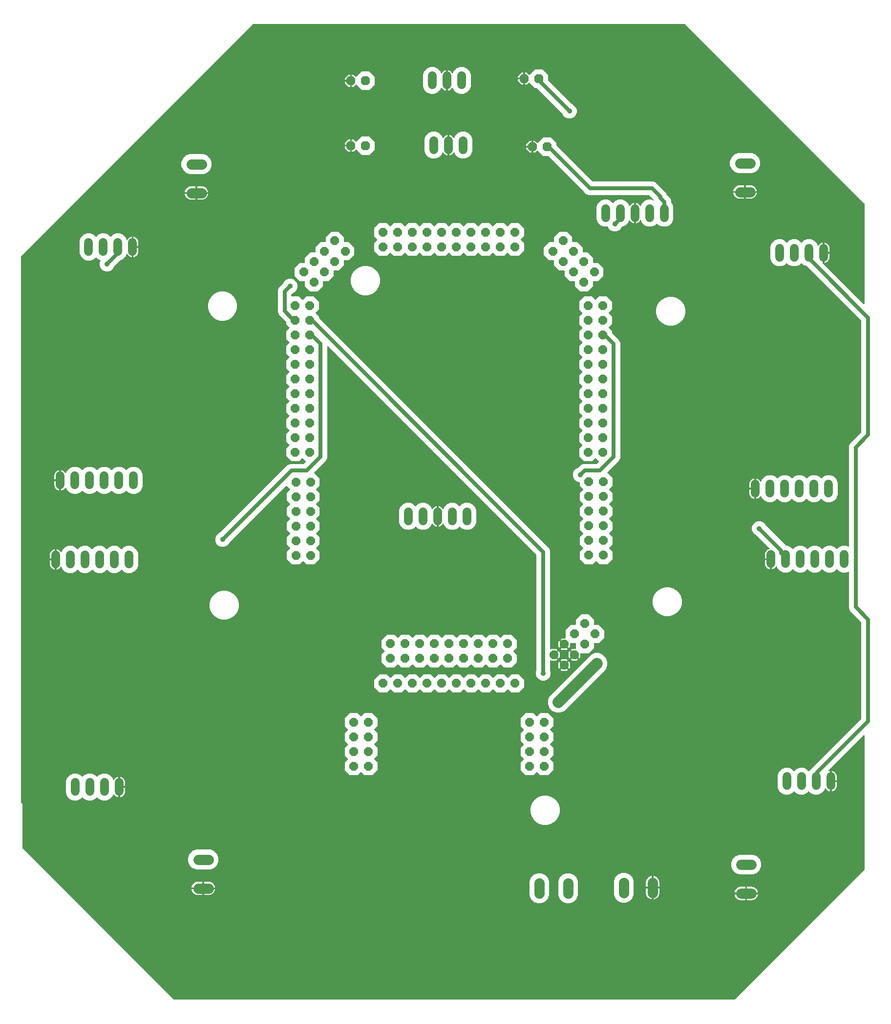
<source format=gbl>
G04 EAGLE Gerber RS-274X export*
G75*
%MOMM*%
%FSLAX34Y34*%
%LPD*%
%INBottom Copper*%
%IPPOS*%
%AMOC8*
5,1,8,0,0,1.08239X$1,22.5*%
G01*
%ADD10C,1.790700*%
%ADD11C,1.524000*%
%ADD12P,1.632244X8X22.500000*%
%ADD13P,1.632244X8X202.500000*%
%ADD14P,1.632244X8X67.500000*%
%ADD15P,1.632244X8X337.500000*%
%ADD16P,1.732040X8X22.500000*%
%ADD17C,0.700000*%
%ADD18C,0.914400*%
%ADD19C,2.000000*%

G36*
X2228090Y286254D02*
X2228090Y286254D01*
X2228181Y286261D01*
X2228211Y286273D01*
X2228243Y286279D01*
X2228323Y286321D01*
X2228407Y286357D01*
X2228439Y286383D01*
X2228460Y286394D01*
X2228482Y286417D01*
X2228538Y286462D01*
X2452538Y510462D01*
X2452591Y510536D01*
X2452651Y510605D01*
X2452663Y510635D01*
X2452682Y510661D01*
X2452709Y510748D01*
X2452743Y510833D01*
X2452747Y510874D01*
X2452754Y510897D01*
X2452753Y510929D01*
X2452761Y511000D01*
X2452761Y743513D01*
X2452750Y743584D01*
X2452748Y743655D01*
X2452730Y743704D01*
X2452722Y743756D01*
X2452688Y743819D01*
X2452663Y743886D01*
X2452631Y743927D01*
X2452606Y743973D01*
X2452555Y744022D01*
X2452510Y744078D01*
X2452466Y744107D01*
X2452428Y744142D01*
X2452363Y744173D01*
X2452303Y744211D01*
X2452252Y744224D01*
X2452205Y744246D01*
X2452134Y744254D01*
X2452064Y744271D01*
X2452012Y744267D01*
X2451961Y744273D01*
X2451890Y744258D01*
X2451819Y744252D01*
X2451771Y744232D01*
X2451720Y744221D01*
X2451659Y744184D01*
X2451593Y744156D01*
X2451537Y744111D01*
X2451509Y744095D01*
X2451494Y744077D01*
X2451462Y744051D01*
X2390245Y682835D01*
X2390206Y682780D01*
X2390159Y682731D01*
X2390134Y682680D01*
X2390102Y682635D01*
X2390082Y682570D01*
X2390053Y682509D01*
X2390046Y682453D01*
X2390029Y682400D01*
X2390031Y682332D01*
X2390023Y682265D01*
X2390034Y682210D01*
X2390036Y682154D01*
X2390059Y682090D01*
X2390073Y682024D01*
X2390101Y681976D01*
X2390120Y681923D01*
X2390163Y681870D01*
X2390197Y681812D01*
X2390239Y681775D01*
X2390274Y681731D01*
X2390331Y681694D01*
X2390382Y681650D01*
X2390434Y681628D01*
X2390481Y681598D01*
X2390547Y681581D01*
X2390609Y681555D01*
X2390665Y681552D01*
X2390719Y681538D01*
X2390787Y681543D01*
X2390855Y681539D01*
X2390932Y681555D01*
X2390965Y681557D01*
X2390984Y681565D01*
X2391019Y681572D01*
X2392121Y681931D01*
X2392977Y682066D01*
X2392977Y665162D01*
X2392980Y665142D01*
X2392978Y665123D01*
X2393000Y665021D01*
X2393017Y664919D01*
X2393026Y664902D01*
X2393030Y664882D01*
X2393083Y664793D01*
X2393132Y664702D01*
X2393146Y664688D01*
X2393156Y664671D01*
X2393235Y664604D01*
X2393310Y664533D01*
X2393328Y664524D01*
X2393343Y664511D01*
X2393439Y664473D01*
X2393533Y664429D01*
X2393553Y664427D01*
X2393571Y664419D01*
X2393738Y664401D01*
X2394501Y664401D01*
X2394501Y664399D01*
X2393738Y664399D01*
X2393718Y664396D01*
X2393699Y664398D01*
X2393597Y664376D01*
X2393495Y664359D01*
X2393478Y664350D01*
X2393458Y664346D01*
X2393369Y664293D01*
X2393278Y664244D01*
X2393264Y664230D01*
X2393247Y664220D01*
X2393180Y664141D01*
X2393109Y664066D01*
X2393100Y664048D01*
X2393087Y664033D01*
X2393048Y663937D01*
X2393005Y663843D01*
X2393003Y663823D01*
X2392995Y663805D01*
X2392977Y663638D01*
X2392977Y646734D01*
X2392121Y646869D01*
X2390600Y647364D01*
X2389175Y648090D01*
X2387881Y649030D01*
X2386750Y650161D01*
X2385810Y651455D01*
X2385528Y652007D01*
X2385503Y652041D01*
X2385486Y652079D01*
X2385450Y652119D01*
X2385443Y652130D01*
X2385429Y652142D01*
X2385383Y652205D01*
X2385348Y652229D01*
X2385320Y652260D01*
X2385248Y652300D01*
X2385182Y652347D01*
X2385141Y652359D01*
X2385105Y652379D01*
X2385024Y652393D01*
X2384946Y652417D01*
X2384904Y652415D01*
X2384862Y652423D01*
X2384781Y652411D01*
X2384700Y652408D01*
X2384661Y652393D01*
X2384619Y652387D01*
X2384546Y652350D01*
X2384470Y652321D01*
X2384437Y652294D01*
X2384400Y652275D01*
X2384343Y652217D01*
X2384279Y652165D01*
X2384257Y652130D01*
X2384228Y652100D01*
X2384153Y651964D01*
X2384148Y651957D01*
X2384148Y651955D01*
X2384147Y651953D01*
X2382451Y647859D01*
X2378021Y643429D01*
X2372233Y641031D01*
X2365967Y641031D01*
X2360179Y643429D01*
X2356938Y646670D01*
X2356922Y646681D01*
X2356910Y646697D01*
X2356822Y646753D01*
X2356739Y646813D01*
X2356720Y646819D01*
X2356703Y646830D01*
X2356602Y646855D01*
X2356503Y646886D01*
X2356484Y646885D01*
X2356464Y646890D01*
X2356361Y646882D01*
X2356258Y646879D01*
X2356239Y646872D01*
X2356219Y646871D01*
X2356124Y646830D01*
X2356027Y646795D01*
X2356011Y646782D01*
X2355993Y646774D01*
X2355862Y646670D01*
X2352621Y643429D01*
X2346833Y641031D01*
X2340567Y641031D01*
X2334779Y643429D01*
X2331538Y646670D01*
X2331522Y646681D01*
X2331510Y646697D01*
X2331422Y646753D01*
X2331339Y646813D01*
X2331320Y646819D01*
X2331303Y646830D01*
X2331202Y646855D01*
X2331103Y646886D01*
X2331084Y646885D01*
X2331064Y646890D01*
X2330961Y646882D01*
X2330858Y646879D01*
X2330839Y646872D01*
X2330819Y646871D01*
X2330724Y646830D01*
X2330627Y646795D01*
X2330611Y646782D01*
X2330593Y646774D01*
X2330462Y646670D01*
X2327221Y643429D01*
X2321433Y641031D01*
X2315167Y641031D01*
X2309379Y643429D01*
X2304949Y647859D01*
X2302551Y653647D01*
X2302551Y675153D01*
X2304949Y680941D01*
X2309379Y685371D01*
X2315167Y687769D01*
X2321433Y687769D01*
X2327221Y685371D01*
X2330462Y682130D01*
X2330478Y682119D01*
X2330490Y682103D01*
X2330578Y682047D01*
X2330661Y681987D01*
X2330680Y681981D01*
X2330697Y681970D01*
X2330798Y681945D01*
X2330897Y681914D01*
X2330916Y681915D01*
X2330936Y681910D01*
X2331039Y681918D01*
X2331142Y681921D01*
X2331161Y681928D01*
X2331181Y681929D01*
X2331276Y681970D01*
X2331373Y682005D01*
X2331389Y682018D01*
X2331407Y682026D01*
X2331538Y682130D01*
X2334779Y685371D01*
X2340567Y687769D01*
X2346833Y687769D01*
X2352621Y685371D01*
X2355862Y682130D01*
X2355878Y682119D01*
X2355890Y682103D01*
X2355978Y682047D01*
X2356061Y681987D01*
X2356080Y681981D01*
X2356097Y681970D01*
X2356198Y681945D01*
X2356297Y681914D01*
X2356316Y681915D01*
X2356336Y681910D01*
X2356439Y681918D01*
X2356542Y681921D01*
X2356561Y681928D01*
X2356581Y681929D01*
X2356676Y681970D01*
X2356773Y682005D01*
X2356789Y682018D01*
X2356807Y682026D01*
X2356938Y682130D01*
X2360179Y685371D01*
X2360205Y685382D01*
X2360282Y685430D01*
X2360364Y685471D01*
X2360386Y685494D01*
X2360414Y685511D01*
X2360472Y685582D01*
X2360536Y685647D01*
X2360556Y685683D01*
X2360571Y685701D01*
X2360582Y685731D01*
X2360617Y685794D01*
X2360832Y686312D01*
X2447083Y772564D01*
X2447136Y772638D01*
X2447196Y772707D01*
X2447208Y772737D01*
X2447227Y772764D01*
X2447254Y772851D01*
X2447288Y772935D01*
X2447292Y772976D01*
X2447299Y772999D01*
X2447298Y773031D01*
X2447306Y773102D01*
X2447306Y939328D01*
X2447292Y939418D01*
X2447284Y939509D01*
X2447272Y939539D01*
X2447267Y939571D01*
X2447224Y939651D01*
X2447188Y939735D01*
X2447162Y939767D01*
X2447151Y939788D01*
X2447128Y939810D01*
X2447083Y939866D01*
X2427612Y959338D01*
X2425841Y963612D01*
X2425841Y1026508D01*
X2425834Y1026553D01*
X2425836Y1026599D01*
X2425814Y1026674D01*
X2425802Y1026751D01*
X2425780Y1026791D01*
X2425767Y1026835D01*
X2425723Y1026899D01*
X2425686Y1026968D01*
X2425653Y1027000D01*
X2425627Y1027037D01*
X2425564Y1027084D01*
X2425508Y1027138D01*
X2425466Y1027157D01*
X2425430Y1027184D01*
X2425356Y1027208D01*
X2425285Y1027241D01*
X2425239Y1027246D01*
X2425196Y1027260D01*
X2425118Y1027260D01*
X2425041Y1027268D01*
X2424996Y1027259D01*
X2424950Y1027258D01*
X2424818Y1027220D01*
X2424800Y1027216D01*
X2424796Y1027213D01*
X2424789Y1027211D01*
X2420733Y1025531D01*
X2414467Y1025531D01*
X2408679Y1027929D01*
X2405438Y1031170D01*
X2405422Y1031181D01*
X2405410Y1031197D01*
X2405322Y1031253D01*
X2405239Y1031313D01*
X2405220Y1031319D01*
X2405203Y1031330D01*
X2405102Y1031355D01*
X2405003Y1031386D01*
X2404984Y1031385D01*
X2404964Y1031390D01*
X2404861Y1031382D01*
X2404758Y1031379D01*
X2404739Y1031372D01*
X2404719Y1031371D01*
X2404624Y1031330D01*
X2404527Y1031295D01*
X2404511Y1031282D01*
X2404493Y1031274D01*
X2404362Y1031170D01*
X2401121Y1027929D01*
X2395333Y1025531D01*
X2389067Y1025531D01*
X2383279Y1027929D01*
X2380038Y1031170D01*
X2380022Y1031181D01*
X2380010Y1031197D01*
X2379922Y1031253D01*
X2379839Y1031313D01*
X2379820Y1031319D01*
X2379803Y1031330D01*
X2379702Y1031355D01*
X2379603Y1031386D01*
X2379584Y1031385D01*
X2379564Y1031390D01*
X2379461Y1031382D01*
X2379358Y1031379D01*
X2379339Y1031372D01*
X2379319Y1031371D01*
X2379224Y1031330D01*
X2379127Y1031295D01*
X2379111Y1031282D01*
X2379093Y1031274D01*
X2378962Y1031170D01*
X2375721Y1027929D01*
X2369933Y1025531D01*
X2363667Y1025531D01*
X2357879Y1027929D01*
X2354638Y1031170D01*
X2354622Y1031181D01*
X2354610Y1031197D01*
X2354522Y1031253D01*
X2354439Y1031313D01*
X2354420Y1031319D01*
X2354403Y1031330D01*
X2354302Y1031355D01*
X2354203Y1031386D01*
X2354184Y1031385D01*
X2354164Y1031390D01*
X2354061Y1031382D01*
X2353958Y1031379D01*
X2353939Y1031372D01*
X2353919Y1031371D01*
X2353824Y1031330D01*
X2353727Y1031295D01*
X2353711Y1031282D01*
X2353693Y1031274D01*
X2353562Y1031170D01*
X2350321Y1027929D01*
X2344533Y1025531D01*
X2338267Y1025531D01*
X2332479Y1027929D01*
X2329238Y1031170D01*
X2329222Y1031181D01*
X2329210Y1031197D01*
X2329122Y1031253D01*
X2329039Y1031313D01*
X2329020Y1031319D01*
X2329003Y1031330D01*
X2328902Y1031355D01*
X2328803Y1031386D01*
X2328784Y1031385D01*
X2328764Y1031390D01*
X2328661Y1031382D01*
X2328558Y1031379D01*
X2328539Y1031372D01*
X2328519Y1031371D01*
X2328424Y1031330D01*
X2328327Y1031295D01*
X2328311Y1031282D01*
X2328293Y1031274D01*
X2328162Y1031170D01*
X2324921Y1027929D01*
X2319133Y1025531D01*
X2312867Y1025531D01*
X2307079Y1027929D01*
X2302649Y1032359D01*
X2300953Y1036453D01*
X2300931Y1036488D01*
X2300917Y1036528D01*
X2300867Y1036592D01*
X2300824Y1036662D01*
X2300791Y1036688D01*
X2300765Y1036722D01*
X2300697Y1036766D01*
X2300634Y1036819D01*
X2300595Y1036834D01*
X2300560Y1036857D01*
X2300481Y1036877D01*
X2300405Y1036907D01*
X2300363Y1036909D01*
X2300322Y1036919D01*
X2300240Y1036914D01*
X2300159Y1036917D01*
X2300118Y1036905D01*
X2300077Y1036903D01*
X2300001Y1036871D01*
X2299923Y1036849D01*
X2299888Y1036825D01*
X2299849Y1036809D01*
X2299788Y1036755D01*
X2299721Y1036708D01*
X2299695Y1036675D01*
X2299664Y1036647D01*
X2299579Y1036518D01*
X2299574Y1036511D01*
X2299573Y1036509D01*
X2299572Y1036507D01*
X2299290Y1035955D01*
X2298350Y1034661D01*
X2297219Y1033530D01*
X2295925Y1032590D01*
X2294500Y1031864D01*
X2292979Y1031369D01*
X2292123Y1031234D01*
X2292123Y1048138D01*
X2292120Y1048158D01*
X2292122Y1048177D01*
X2292100Y1048279D01*
X2292083Y1048381D01*
X2292074Y1048398D01*
X2292070Y1048418D01*
X2292017Y1048507D01*
X2291968Y1048598D01*
X2291954Y1048612D01*
X2291944Y1048629D01*
X2291865Y1048696D01*
X2291790Y1048767D01*
X2291772Y1048776D01*
X2291757Y1048789D01*
X2291661Y1048827D01*
X2291567Y1048871D01*
X2291547Y1048873D01*
X2291529Y1048881D01*
X2291362Y1048899D01*
X2290599Y1048899D01*
X2290599Y1049662D01*
X2290596Y1049682D01*
X2290598Y1049701D01*
X2290576Y1049803D01*
X2290559Y1049905D01*
X2290550Y1049922D01*
X2290546Y1049942D01*
X2290493Y1050031D01*
X2290444Y1050122D01*
X2290430Y1050136D01*
X2290420Y1050153D01*
X2290341Y1050220D01*
X2290266Y1050291D01*
X2290248Y1050300D01*
X2290233Y1050313D01*
X2290137Y1050352D01*
X2290043Y1050395D01*
X2290023Y1050397D01*
X2290005Y1050405D01*
X2289838Y1050423D01*
X2280439Y1050423D01*
X2280439Y1057320D01*
X2280689Y1058899D01*
X2281184Y1060420D01*
X2281910Y1061845D01*
X2282850Y1063139D01*
X2283981Y1064270D01*
X2285275Y1065210D01*
X2286700Y1065936D01*
X2288015Y1066364D01*
X2288082Y1066398D01*
X2288154Y1066424D01*
X2288191Y1066455D01*
X2288234Y1066477D01*
X2288287Y1066531D01*
X2288346Y1066578D01*
X2288372Y1066619D01*
X2288405Y1066653D01*
X2288438Y1066721D01*
X2288479Y1066785D01*
X2288490Y1066832D01*
X2288511Y1066875D01*
X2288520Y1066950D01*
X2288539Y1067024D01*
X2288535Y1067072D01*
X2288541Y1067119D01*
X2288525Y1067193D01*
X2288520Y1067269D01*
X2288501Y1067313D01*
X2288491Y1067360D01*
X2288453Y1067426D01*
X2288423Y1067495D01*
X2288383Y1067546D01*
X2288367Y1067573D01*
X2288348Y1067590D01*
X2288318Y1067626D01*
X2266021Y1089924D01*
X2265968Y1089962D01*
X2265921Y1090008D01*
X2265848Y1090048D01*
X2265821Y1090067D01*
X2265802Y1090073D01*
X2265774Y1090089D01*
X2263326Y1091103D01*
X2259753Y1094676D01*
X2257819Y1099344D01*
X2257819Y1104396D01*
X2259753Y1109064D01*
X2263326Y1112637D01*
X2267994Y1114571D01*
X2273046Y1114571D01*
X2277714Y1112637D01*
X2281287Y1109064D01*
X2282301Y1106616D01*
X2282336Y1106560D01*
X2282361Y1106500D01*
X2282413Y1106435D01*
X2282431Y1106407D01*
X2282446Y1106395D01*
X2282466Y1106369D01*
X2316344Y1072492D01*
X2316418Y1072439D01*
X2316487Y1072379D01*
X2316517Y1072367D01*
X2316544Y1072348D01*
X2316631Y1072321D01*
X2316715Y1072287D01*
X2316756Y1072283D01*
X2316779Y1072276D01*
X2316811Y1072277D01*
X2316882Y1072269D01*
X2319133Y1072269D01*
X2324921Y1069871D01*
X2328162Y1066630D01*
X2328178Y1066619D01*
X2328190Y1066603D01*
X2328278Y1066547D01*
X2328361Y1066487D01*
X2328380Y1066481D01*
X2328397Y1066470D01*
X2328498Y1066445D01*
X2328597Y1066414D01*
X2328616Y1066415D01*
X2328636Y1066410D01*
X2328739Y1066418D01*
X2328842Y1066421D01*
X2328861Y1066428D01*
X2328881Y1066429D01*
X2328976Y1066470D01*
X2329073Y1066505D01*
X2329089Y1066518D01*
X2329107Y1066526D01*
X2329238Y1066630D01*
X2332479Y1069871D01*
X2338267Y1072269D01*
X2344533Y1072269D01*
X2350321Y1069871D01*
X2353562Y1066630D01*
X2353578Y1066619D01*
X2353590Y1066603D01*
X2353678Y1066547D01*
X2353761Y1066487D01*
X2353780Y1066481D01*
X2353797Y1066470D01*
X2353898Y1066445D01*
X2353997Y1066414D01*
X2354016Y1066415D01*
X2354036Y1066410D01*
X2354139Y1066418D01*
X2354242Y1066421D01*
X2354261Y1066428D01*
X2354281Y1066429D01*
X2354376Y1066470D01*
X2354473Y1066505D01*
X2354489Y1066518D01*
X2354507Y1066526D01*
X2354638Y1066630D01*
X2357879Y1069871D01*
X2363667Y1072269D01*
X2369933Y1072269D01*
X2375721Y1069871D01*
X2378962Y1066630D01*
X2378978Y1066619D01*
X2378990Y1066603D01*
X2379078Y1066547D01*
X2379161Y1066487D01*
X2379180Y1066481D01*
X2379197Y1066470D01*
X2379298Y1066445D01*
X2379397Y1066414D01*
X2379416Y1066415D01*
X2379436Y1066410D01*
X2379539Y1066418D01*
X2379642Y1066421D01*
X2379661Y1066428D01*
X2379681Y1066429D01*
X2379776Y1066470D01*
X2379873Y1066505D01*
X2379889Y1066518D01*
X2379907Y1066526D01*
X2380038Y1066630D01*
X2383279Y1069871D01*
X2389067Y1072269D01*
X2395333Y1072269D01*
X2401121Y1069871D01*
X2404362Y1066630D01*
X2404378Y1066619D01*
X2404390Y1066603D01*
X2404478Y1066547D01*
X2404561Y1066487D01*
X2404580Y1066481D01*
X2404597Y1066470D01*
X2404698Y1066445D01*
X2404797Y1066414D01*
X2404816Y1066415D01*
X2404836Y1066410D01*
X2404939Y1066418D01*
X2405042Y1066421D01*
X2405061Y1066428D01*
X2405081Y1066429D01*
X2405176Y1066470D01*
X2405273Y1066505D01*
X2405289Y1066518D01*
X2405307Y1066526D01*
X2405438Y1066630D01*
X2408679Y1069871D01*
X2414467Y1072269D01*
X2420733Y1072269D01*
X2424789Y1070589D01*
X2424833Y1070578D01*
X2424875Y1070559D01*
X2424952Y1070550D01*
X2425028Y1070532D01*
X2425074Y1070537D01*
X2425119Y1070532D01*
X2425196Y1070548D01*
X2425273Y1070556D01*
X2425315Y1070574D01*
X2425360Y1070584D01*
X2425427Y1070624D01*
X2425498Y1070656D01*
X2425532Y1070687D01*
X2425571Y1070710D01*
X2425622Y1070769D01*
X2425679Y1070822D01*
X2425701Y1070862D01*
X2425731Y1070897D01*
X2425760Y1070969D01*
X2425797Y1071037D01*
X2425806Y1071083D01*
X2425823Y1071125D01*
X2425838Y1071261D01*
X2425841Y1071280D01*
X2425840Y1071285D01*
X2425841Y1071292D01*
X2425841Y1244898D01*
X2427612Y1249172D01*
X2447083Y1268644D01*
X2447136Y1268718D01*
X2447196Y1268787D01*
X2447208Y1268817D01*
X2447227Y1268844D01*
X2447254Y1268931D01*
X2447288Y1269015D01*
X2447292Y1269056D01*
X2447299Y1269079D01*
X2447298Y1269111D01*
X2447306Y1269182D01*
X2447306Y1461643D01*
X2447292Y1461733D01*
X2447284Y1461824D01*
X2447272Y1461854D01*
X2447267Y1461886D01*
X2447224Y1461966D01*
X2447188Y1462050D01*
X2447162Y1462082D01*
X2447151Y1462103D01*
X2447128Y1462125D01*
X2447083Y1462181D01*
X2353316Y1555948D01*
X2353263Y1555987D01*
X2353216Y1556033D01*
X2353143Y1556073D01*
X2353116Y1556092D01*
X2353098Y1556098D01*
X2353069Y1556113D01*
X2347479Y1558429D01*
X2344238Y1561670D01*
X2344222Y1561681D01*
X2344210Y1561697D01*
X2344122Y1561753D01*
X2344039Y1561813D01*
X2344020Y1561819D01*
X2344003Y1561830D01*
X2343902Y1561855D01*
X2343803Y1561886D01*
X2343784Y1561885D01*
X2343764Y1561890D01*
X2343661Y1561882D01*
X2343558Y1561879D01*
X2343539Y1561872D01*
X2343519Y1561871D01*
X2343424Y1561830D01*
X2343327Y1561795D01*
X2343311Y1561782D01*
X2343293Y1561774D01*
X2343162Y1561670D01*
X2339921Y1558429D01*
X2334133Y1556031D01*
X2327867Y1556031D01*
X2322079Y1558429D01*
X2318838Y1561670D01*
X2318822Y1561681D01*
X2318810Y1561697D01*
X2318722Y1561753D01*
X2318639Y1561813D01*
X2318620Y1561819D01*
X2318603Y1561830D01*
X2318502Y1561855D01*
X2318403Y1561886D01*
X2318384Y1561885D01*
X2318364Y1561890D01*
X2318261Y1561882D01*
X2318158Y1561879D01*
X2318139Y1561872D01*
X2318119Y1561871D01*
X2318024Y1561830D01*
X2317927Y1561795D01*
X2317911Y1561782D01*
X2317893Y1561774D01*
X2317762Y1561670D01*
X2314521Y1558429D01*
X2308733Y1556031D01*
X2302467Y1556031D01*
X2296679Y1558429D01*
X2292249Y1562859D01*
X2289851Y1568647D01*
X2289851Y1590153D01*
X2292249Y1595941D01*
X2296679Y1600371D01*
X2302467Y1602769D01*
X2308733Y1602769D01*
X2314521Y1600371D01*
X2317762Y1597130D01*
X2317778Y1597119D01*
X2317790Y1597103D01*
X2317878Y1597047D01*
X2317961Y1596987D01*
X2317980Y1596981D01*
X2317997Y1596970D01*
X2318098Y1596945D01*
X2318197Y1596914D01*
X2318216Y1596915D01*
X2318236Y1596910D01*
X2318339Y1596918D01*
X2318442Y1596921D01*
X2318461Y1596928D01*
X2318481Y1596929D01*
X2318576Y1596970D01*
X2318673Y1597005D01*
X2318689Y1597018D01*
X2318707Y1597026D01*
X2318838Y1597130D01*
X2322079Y1600371D01*
X2327867Y1602769D01*
X2334133Y1602769D01*
X2339921Y1600371D01*
X2343162Y1597130D01*
X2343178Y1597119D01*
X2343190Y1597103D01*
X2343278Y1597047D01*
X2343361Y1596987D01*
X2343380Y1596981D01*
X2343397Y1596970D01*
X2343498Y1596945D01*
X2343597Y1596914D01*
X2343616Y1596915D01*
X2343636Y1596910D01*
X2343739Y1596918D01*
X2343842Y1596921D01*
X2343861Y1596928D01*
X2343881Y1596929D01*
X2343976Y1596970D01*
X2344073Y1597005D01*
X2344089Y1597018D01*
X2344107Y1597026D01*
X2344238Y1597130D01*
X2347479Y1600371D01*
X2353267Y1602769D01*
X2359533Y1602769D01*
X2365321Y1600371D01*
X2369751Y1595941D01*
X2371447Y1591847D01*
X2371469Y1591812D01*
X2371483Y1591772D01*
X2371533Y1591708D01*
X2371576Y1591638D01*
X2371609Y1591612D01*
X2371635Y1591578D01*
X2371703Y1591534D01*
X2371766Y1591481D01*
X2371805Y1591466D01*
X2371840Y1591443D01*
X2371919Y1591423D01*
X2371995Y1591393D01*
X2372037Y1591391D01*
X2372078Y1591381D01*
X2372160Y1591386D01*
X2372241Y1591383D01*
X2372282Y1591395D01*
X2372323Y1591397D01*
X2372399Y1591429D01*
X2372477Y1591451D01*
X2372512Y1591475D01*
X2372551Y1591491D01*
X2372612Y1591545D01*
X2372679Y1591592D01*
X2372705Y1591625D01*
X2372736Y1591653D01*
X2372821Y1591782D01*
X2372826Y1591789D01*
X2372827Y1591791D01*
X2372828Y1591793D01*
X2373110Y1592345D01*
X2374050Y1593639D01*
X2375181Y1594770D01*
X2376475Y1595710D01*
X2377900Y1596436D01*
X2379421Y1596931D01*
X2380277Y1597066D01*
X2380277Y1580162D01*
X2380280Y1580142D01*
X2380278Y1580123D01*
X2380300Y1580021D01*
X2380317Y1579919D01*
X2380326Y1579902D01*
X2380330Y1579882D01*
X2380383Y1579793D01*
X2380432Y1579702D01*
X2380446Y1579688D01*
X2380456Y1579671D01*
X2380535Y1579604D01*
X2380610Y1579533D01*
X2380628Y1579524D01*
X2380643Y1579511D01*
X2380739Y1579473D01*
X2380833Y1579429D01*
X2380853Y1579427D01*
X2380871Y1579419D01*
X2381038Y1579401D01*
X2381801Y1579401D01*
X2381801Y1579399D01*
X2381038Y1579399D01*
X2381018Y1579396D01*
X2380999Y1579398D01*
X2380897Y1579376D01*
X2380795Y1579359D01*
X2380778Y1579350D01*
X2380758Y1579346D01*
X2380669Y1579293D01*
X2380578Y1579244D01*
X2380564Y1579230D01*
X2380547Y1579220D01*
X2380480Y1579141D01*
X2380409Y1579066D01*
X2380400Y1579048D01*
X2380387Y1579033D01*
X2380348Y1578937D01*
X2380305Y1578843D01*
X2380303Y1578823D01*
X2380295Y1578805D01*
X2380277Y1578638D01*
X2380277Y1562194D01*
X2380292Y1562104D01*
X2380299Y1562013D01*
X2380311Y1561983D01*
X2380317Y1561951D01*
X2380359Y1561871D01*
X2380395Y1561787D01*
X2380421Y1561755D01*
X2380432Y1561734D01*
X2380455Y1561712D01*
X2380500Y1561656D01*
X2451462Y1490694D01*
X2451520Y1490652D01*
X2451572Y1490603D01*
X2451619Y1490581D01*
X2451661Y1490550D01*
X2451730Y1490529D01*
X2451795Y1490499D01*
X2451847Y1490493D01*
X2451897Y1490478D01*
X2451968Y1490480D01*
X2452039Y1490472D01*
X2452090Y1490483D01*
X2452142Y1490484D01*
X2452210Y1490509D01*
X2452280Y1490524D01*
X2452324Y1490551D01*
X2452373Y1490569D01*
X2452429Y1490614D01*
X2452491Y1490650D01*
X2452525Y1490690D01*
X2452565Y1490722D01*
X2452604Y1490783D01*
X2452651Y1490837D01*
X2452670Y1490886D01*
X2452698Y1490929D01*
X2452716Y1490999D01*
X2452743Y1491065D01*
X2452751Y1491137D01*
X2452759Y1491168D01*
X2452757Y1491191D01*
X2452761Y1491232D01*
X2452761Y1664000D01*
X2452747Y1664090D01*
X2452739Y1664181D01*
X2452727Y1664211D01*
X2452722Y1664243D01*
X2452679Y1664323D01*
X2452643Y1664407D01*
X2452617Y1664439D01*
X2452606Y1664460D01*
X2452583Y1664482D01*
X2452538Y1664538D01*
X2142222Y1974854D01*
X2142148Y1974907D01*
X2142079Y1974967D01*
X2142049Y1974979D01*
X2142023Y1974998D01*
X2141936Y1975025D01*
X2141851Y1975059D01*
X2141810Y1975063D01*
X2141787Y1975070D01*
X2141755Y1975069D01*
X2141684Y1975077D01*
X1392316Y1975077D01*
X1392226Y1975063D01*
X1392135Y1975055D01*
X1392105Y1975043D01*
X1392073Y1975038D01*
X1391993Y1974995D01*
X1391909Y1974959D01*
X1391877Y1974933D01*
X1391856Y1974922D01*
X1391834Y1974899D01*
X1391778Y1974854D01*
X991462Y1574538D01*
X991409Y1574464D01*
X991349Y1574395D01*
X991337Y1574365D01*
X991318Y1574339D01*
X991291Y1574252D01*
X991257Y1574167D01*
X991253Y1574126D01*
X991246Y1574103D01*
X991247Y1574071D01*
X991239Y1574000D01*
X991239Y627000D01*
X991254Y626910D01*
X991261Y626819D01*
X991273Y626789D01*
X991279Y626757D01*
X991321Y626677D01*
X991357Y626593D01*
X991383Y626561D01*
X991394Y626540D01*
X991417Y626518D01*
X991462Y626462D01*
X993239Y624685D01*
X993239Y549000D01*
X993254Y548910D01*
X993261Y548819D01*
X993273Y548789D01*
X993279Y548757D01*
X993321Y548677D01*
X993357Y548593D01*
X993383Y548561D01*
X993394Y548540D01*
X993417Y548518D01*
X993462Y548462D01*
X1255462Y286462D01*
X1255536Y286409D01*
X1255605Y286349D01*
X1255635Y286337D01*
X1255661Y286318D01*
X1255748Y286291D01*
X1255833Y286257D01*
X1255874Y286253D01*
X1255897Y286246D01*
X1255929Y286247D01*
X1256000Y286239D01*
X2228000Y286239D01*
X2228090Y286254D01*
G37*
%LPC*%
G36*
X1893549Y838744D02*
X1893549Y838744D01*
X1888881Y840678D01*
X1885308Y844251D01*
X1883374Y848919D01*
X1883374Y853971D01*
X1884388Y856419D01*
X1884403Y856483D01*
X1884428Y856544D01*
X1884437Y856627D01*
X1884444Y856659D01*
X1884443Y856678D01*
X1884446Y856711D01*
X1884446Y1056193D01*
X1884432Y1056283D01*
X1884424Y1056374D01*
X1884412Y1056404D01*
X1884407Y1056436D01*
X1884364Y1056516D01*
X1884328Y1056600D01*
X1884302Y1056632D01*
X1884291Y1056653D01*
X1884268Y1056675D01*
X1884223Y1056731D01*
X1522633Y1418321D01*
X1522575Y1418363D01*
X1522523Y1418412D01*
X1522476Y1418434D01*
X1522434Y1418465D01*
X1522365Y1418486D01*
X1522300Y1418516D01*
X1522248Y1418522D01*
X1522198Y1418537D01*
X1522127Y1418535D01*
X1522056Y1418543D01*
X1522005Y1418532D01*
X1521953Y1418531D01*
X1521885Y1418506D01*
X1521815Y1418491D01*
X1521771Y1418464D01*
X1521722Y1418446D01*
X1521666Y1418401D01*
X1521604Y1418365D01*
X1521570Y1418325D01*
X1521530Y1418293D01*
X1521491Y1418232D01*
X1521444Y1418178D01*
X1521425Y1418129D01*
X1521397Y1418086D01*
X1521379Y1418016D01*
X1521352Y1417950D01*
X1521344Y1417878D01*
X1521336Y1417847D01*
X1521338Y1417824D01*
X1521334Y1417783D01*
X1521334Y1223577D01*
X1519563Y1219303D01*
X1499265Y1199005D01*
X1499254Y1198989D01*
X1499238Y1198976D01*
X1499182Y1198889D01*
X1499122Y1198805D01*
X1499116Y1198786D01*
X1499105Y1198769D01*
X1499080Y1198669D01*
X1499050Y1198570D01*
X1499050Y1198550D01*
X1499045Y1198531D01*
X1499053Y1198428D01*
X1499056Y1198324D01*
X1499063Y1198306D01*
X1499064Y1198286D01*
X1499105Y1198191D01*
X1499140Y1198093D01*
X1499153Y1198078D01*
X1499161Y1198059D01*
X1499265Y1197928D01*
X1508279Y1188915D01*
X1508279Y1175935D01*
X1502607Y1170263D01*
X1502596Y1170247D01*
X1502580Y1170235D01*
X1502524Y1170147D01*
X1502464Y1170064D01*
X1502458Y1170045D01*
X1502447Y1170028D01*
X1502422Y1169927D01*
X1502391Y1169828D01*
X1502392Y1169809D01*
X1502387Y1169789D01*
X1502395Y1169686D01*
X1502398Y1169583D01*
X1502405Y1169564D01*
X1502406Y1169544D01*
X1502446Y1169449D01*
X1502482Y1169352D01*
X1502495Y1169336D01*
X1502502Y1169318D01*
X1502607Y1169187D01*
X1508279Y1163515D01*
X1508279Y1150535D01*
X1502607Y1144863D01*
X1502596Y1144847D01*
X1502580Y1144835D01*
X1502524Y1144747D01*
X1502464Y1144664D01*
X1502458Y1144645D01*
X1502447Y1144628D01*
X1502422Y1144527D01*
X1502391Y1144428D01*
X1502392Y1144409D01*
X1502387Y1144389D01*
X1502395Y1144286D01*
X1502398Y1144183D01*
X1502405Y1144164D01*
X1502406Y1144144D01*
X1502446Y1144049D01*
X1502482Y1143952D01*
X1502495Y1143936D01*
X1502502Y1143918D01*
X1502607Y1143787D01*
X1508279Y1138115D01*
X1508279Y1125135D01*
X1502607Y1119463D01*
X1502596Y1119447D01*
X1502580Y1119435D01*
X1502524Y1119347D01*
X1502464Y1119264D01*
X1502458Y1119245D01*
X1502447Y1119228D01*
X1502422Y1119127D01*
X1502391Y1119028D01*
X1502392Y1119009D01*
X1502387Y1118989D01*
X1502395Y1118886D01*
X1502398Y1118783D01*
X1502405Y1118764D01*
X1502406Y1118744D01*
X1502446Y1118649D01*
X1502482Y1118552D01*
X1502495Y1118536D01*
X1502502Y1118518D01*
X1502607Y1118387D01*
X1508279Y1112715D01*
X1508279Y1099735D01*
X1502607Y1094063D01*
X1502596Y1094047D01*
X1502580Y1094035D01*
X1502524Y1093947D01*
X1502464Y1093864D01*
X1502458Y1093845D01*
X1502447Y1093828D01*
X1502422Y1093727D01*
X1502391Y1093628D01*
X1502392Y1093609D01*
X1502387Y1093589D01*
X1502395Y1093486D01*
X1502398Y1093383D01*
X1502405Y1093364D01*
X1502406Y1093344D01*
X1502446Y1093249D01*
X1502482Y1093152D01*
X1502495Y1093136D01*
X1502502Y1093118D01*
X1502607Y1092987D01*
X1508279Y1087315D01*
X1508279Y1074335D01*
X1502607Y1068663D01*
X1502596Y1068647D01*
X1502580Y1068635D01*
X1502524Y1068547D01*
X1502464Y1068464D01*
X1502458Y1068445D01*
X1502447Y1068428D01*
X1502422Y1068327D01*
X1502391Y1068228D01*
X1502392Y1068209D01*
X1502387Y1068189D01*
X1502395Y1068086D01*
X1502398Y1067983D01*
X1502405Y1067964D01*
X1502406Y1067944D01*
X1502446Y1067849D01*
X1502482Y1067752D01*
X1502495Y1067736D01*
X1502502Y1067718D01*
X1502607Y1067587D01*
X1508279Y1061915D01*
X1508279Y1048935D01*
X1499100Y1039756D01*
X1486120Y1039756D01*
X1480448Y1045428D01*
X1480432Y1045439D01*
X1480420Y1045455D01*
X1480332Y1045511D01*
X1480249Y1045571D01*
X1480230Y1045577D01*
X1480213Y1045588D01*
X1480112Y1045613D01*
X1480013Y1045644D01*
X1479994Y1045643D01*
X1479974Y1045648D01*
X1479871Y1045640D01*
X1479768Y1045637D01*
X1479749Y1045630D01*
X1479729Y1045629D01*
X1479634Y1045589D01*
X1479537Y1045553D01*
X1479521Y1045540D01*
X1479503Y1045533D01*
X1479372Y1045428D01*
X1473700Y1039756D01*
X1460720Y1039756D01*
X1451541Y1048935D01*
X1451541Y1061915D01*
X1457213Y1067587D01*
X1457224Y1067603D01*
X1457240Y1067615D01*
X1457296Y1067703D01*
X1457356Y1067786D01*
X1457362Y1067805D01*
X1457373Y1067822D01*
X1457398Y1067923D01*
X1457429Y1068022D01*
X1457428Y1068041D01*
X1457433Y1068061D01*
X1457425Y1068164D01*
X1457422Y1068267D01*
X1457415Y1068286D01*
X1457414Y1068306D01*
X1457374Y1068401D01*
X1457338Y1068498D01*
X1457325Y1068514D01*
X1457318Y1068532D01*
X1457213Y1068663D01*
X1451541Y1074335D01*
X1451541Y1087315D01*
X1457213Y1092987D01*
X1457224Y1093003D01*
X1457240Y1093015D01*
X1457296Y1093103D01*
X1457356Y1093186D01*
X1457362Y1093205D01*
X1457373Y1093222D01*
X1457398Y1093323D01*
X1457429Y1093422D01*
X1457428Y1093441D01*
X1457433Y1093461D01*
X1457425Y1093564D01*
X1457422Y1093667D01*
X1457415Y1093686D01*
X1457414Y1093706D01*
X1457374Y1093801D01*
X1457338Y1093898D01*
X1457325Y1093914D01*
X1457318Y1093932D01*
X1457213Y1094063D01*
X1451541Y1099735D01*
X1451541Y1112715D01*
X1457213Y1118387D01*
X1457224Y1118403D01*
X1457240Y1118415D01*
X1457296Y1118503D01*
X1457356Y1118586D01*
X1457362Y1118605D01*
X1457373Y1118622D01*
X1457398Y1118723D01*
X1457429Y1118822D01*
X1457428Y1118841D01*
X1457433Y1118861D01*
X1457425Y1118964D01*
X1457422Y1119067D01*
X1457415Y1119086D01*
X1457414Y1119106D01*
X1457374Y1119201D01*
X1457338Y1119298D01*
X1457325Y1119314D01*
X1457318Y1119332D01*
X1457213Y1119463D01*
X1451541Y1125135D01*
X1451541Y1138115D01*
X1457213Y1143787D01*
X1457224Y1143803D01*
X1457240Y1143815D01*
X1457296Y1143903D01*
X1457356Y1143986D01*
X1457362Y1144005D01*
X1457373Y1144022D01*
X1457398Y1144123D01*
X1457429Y1144222D01*
X1457428Y1144241D01*
X1457433Y1144261D01*
X1457425Y1144364D01*
X1457422Y1144467D01*
X1457415Y1144486D01*
X1457414Y1144506D01*
X1457374Y1144601D01*
X1457338Y1144698D01*
X1457325Y1144714D01*
X1457318Y1144732D01*
X1457213Y1144863D01*
X1451541Y1150535D01*
X1451541Y1163515D01*
X1457213Y1169187D01*
X1457224Y1169203D01*
X1457240Y1169215D01*
X1457296Y1169303D01*
X1457356Y1169386D01*
X1457362Y1169405D01*
X1457373Y1169422D01*
X1457398Y1169523D01*
X1457429Y1169622D01*
X1457428Y1169641D01*
X1457433Y1169661D01*
X1457425Y1169764D01*
X1457422Y1169867D01*
X1457415Y1169886D01*
X1457414Y1169906D01*
X1457374Y1170001D01*
X1457338Y1170098D01*
X1457325Y1170114D01*
X1457318Y1170132D01*
X1457213Y1170263D01*
X1451454Y1176022D01*
X1451443Y1176051D01*
X1451411Y1176092D01*
X1451386Y1176138D01*
X1451334Y1176187D01*
X1451290Y1176243D01*
X1451246Y1176272D01*
X1451208Y1176307D01*
X1451143Y1176338D01*
X1451083Y1176376D01*
X1451032Y1176389D01*
X1450985Y1176411D01*
X1450914Y1176419D01*
X1450844Y1176436D01*
X1450792Y1176432D01*
X1450741Y1176438D01*
X1450670Y1176423D01*
X1450599Y1176417D01*
X1450551Y1176397D01*
X1450500Y1176386D01*
X1450439Y1176349D01*
X1450373Y1176321D01*
X1450317Y1176276D01*
X1450289Y1176260D01*
X1450274Y1176242D01*
X1450242Y1176216D01*
X1352316Y1078291D01*
X1352278Y1078238D01*
X1352232Y1078191D01*
X1352192Y1078118D01*
X1352173Y1078091D01*
X1352167Y1078072D01*
X1352151Y1078044D01*
X1351137Y1075596D01*
X1347564Y1072023D01*
X1342896Y1070089D01*
X1337844Y1070089D01*
X1333176Y1072023D01*
X1329603Y1075596D01*
X1327669Y1080264D01*
X1327669Y1085316D01*
X1329603Y1089984D01*
X1333176Y1093557D01*
X1335624Y1094571D01*
X1335680Y1094606D01*
X1335740Y1094631D01*
X1335805Y1094683D01*
X1335833Y1094701D01*
X1335845Y1094716D01*
X1335871Y1094736D01*
X1453033Y1211898D01*
X1457307Y1213669D01*
X1480723Y1213669D01*
X1480813Y1213683D01*
X1480904Y1213691D01*
X1480934Y1213703D01*
X1480966Y1213708D01*
X1481046Y1213751D01*
X1481130Y1213787D01*
X1481162Y1213813D01*
X1481183Y1213824D01*
X1481205Y1213847D01*
X1481261Y1213892D01*
X1484718Y1217348D01*
X1484729Y1217364D01*
X1484745Y1217377D01*
X1484801Y1217464D01*
X1484861Y1217548D01*
X1484867Y1217567D01*
X1484878Y1217584D01*
X1484903Y1217684D01*
X1484934Y1217783D01*
X1484933Y1217803D01*
X1484938Y1217822D01*
X1484930Y1217925D01*
X1484927Y1218029D01*
X1484920Y1218048D01*
X1484919Y1218068D01*
X1484879Y1218162D01*
X1484843Y1218260D01*
X1484830Y1218276D01*
X1484823Y1218294D01*
X1484718Y1218425D01*
X1479280Y1223863D01*
X1479264Y1223874D01*
X1479251Y1223890D01*
X1479164Y1223946D01*
X1479080Y1224006D01*
X1479061Y1224012D01*
X1479044Y1224023D01*
X1478944Y1224048D01*
X1478845Y1224079D01*
X1478825Y1224078D01*
X1478806Y1224083D01*
X1478703Y1224075D01*
X1478599Y1224072D01*
X1478580Y1224065D01*
X1478561Y1224064D01*
X1478466Y1224024D01*
X1478368Y1223988D01*
X1478352Y1223975D01*
X1478334Y1223968D01*
X1478203Y1223863D01*
X1472532Y1218191D01*
X1459551Y1218191D01*
X1450373Y1227370D01*
X1450373Y1240350D01*
X1456044Y1246022D01*
X1456056Y1246038D01*
X1456072Y1246050D01*
X1456128Y1246138D01*
X1456188Y1246221D01*
X1456194Y1246240D01*
X1456205Y1246257D01*
X1456230Y1246358D01*
X1456260Y1246457D01*
X1456260Y1246476D01*
X1456265Y1246496D01*
X1456257Y1246599D01*
X1456254Y1246702D01*
X1456247Y1246721D01*
X1456246Y1246741D01*
X1456205Y1246836D01*
X1456169Y1246933D01*
X1456157Y1246949D01*
X1456149Y1246967D01*
X1456044Y1247098D01*
X1450373Y1252770D01*
X1450373Y1265750D01*
X1456044Y1271422D01*
X1456056Y1271438D01*
X1456072Y1271450D01*
X1456128Y1271538D01*
X1456188Y1271621D01*
X1456194Y1271640D01*
X1456205Y1271657D01*
X1456230Y1271758D01*
X1456260Y1271857D01*
X1456260Y1271876D01*
X1456265Y1271896D01*
X1456257Y1271999D01*
X1456254Y1272102D01*
X1456247Y1272121D01*
X1456246Y1272141D01*
X1456205Y1272236D01*
X1456169Y1272333D01*
X1456157Y1272349D01*
X1456149Y1272367D01*
X1456044Y1272498D01*
X1450373Y1278170D01*
X1450373Y1291150D01*
X1456044Y1296822D01*
X1456056Y1296838D01*
X1456072Y1296850D01*
X1456128Y1296938D01*
X1456188Y1297021D01*
X1456194Y1297040D01*
X1456205Y1297057D01*
X1456230Y1297158D01*
X1456260Y1297257D01*
X1456260Y1297276D01*
X1456265Y1297296D01*
X1456257Y1297399D01*
X1456254Y1297502D01*
X1456247Y1297521D01*
X1456246Y1297541D01*
X1456205Y1297636D01*
X1456169Y1297733D01*
X1456157Y1297749D01*
X1456149Y1297767D01*
X1456044Y1297898D01*
X1450373Y1303570D01*
X1450373Y1316550D01*
X1456044Y1322222D01*
X1456056Y1322238D01*
X1456072Y1322250D01*
X1456128Y1322338D01*
X1456188Y1322421D01*
X1456194Y1322440D01*
X1456205Y1322457D01*
X1456230Y1322558D01*
X1456260Y1322657D01*
X1456260Y1322676D01*
X1456265Y1322696D01*
X1456257Y1322799D01*
X1456254Y1322902D01*
X1456247Y1322921D01*
X1456246Y1322941D01*
X1456205Y1323036D01*
X1456169Y1323133D01*
X1456157Y1323149D01*
X1456149Y1323167D01*
X1456044Y1323298D01*
X1450373Y1328970D01*
X1450373Y1341950D01*
X1456044Y1347622D01*
X1456056Y1347638D01*
X1456072Y1347650D01*
X1456128Y1347738D01*
X1456188Y1347821D01*
X1456194Y1347840D01*
X1456205Y1347857D01*
X1456230Y1347958D01*
X1456260Y1348057D01*
X1456260Y1348076D01*
X1456265Y1348096D01*
X1456257Y1348199D01*
X1456254Y1348302D01*
X1456247Y1348321D01*
X1456246Y1348341D01*
X1456205Y1348436D01*
X1456169Y1348533D01*
X1456157Y1348549D01*
X1456149Y1348567D01*
X1456069Y1348668D01*
X1456065Y1348673D01*
X1456062Y1348676D01*
X1456044Y1348698D01*
X1450373Y1354370D01*
X1450373Y1367350D01*
X1456044Y1373022D01*
X1456056Y1373038D01*
X1456072Y1373050D01*
X1456128Y1373138D01*
X1456188Y1373221D01*
X1456194Y1373240D01*
X1456205Y1373257D01*
X1456230Y1373358D01*
X1456260Y1373457D01*
X1456260Y1373476D01*
X1456265Y1373496D01*
X1456257Y1373599D01*
X1456254Y1373702D01*
X1456247Y1373721D01*
X1456246Y1373741D01*
X1456205Y1373836D01*
X1456169Y1373933D01*
X1456157Y1373949D01*
X1456149Y1373967D01*
X1456044Y1374098D01*
X1450373Y1379770D01*
X1450373Y1392750D01*
X1456044Y1398422D01*
X1456056Y1398438D01*
X1456072Y1398450D01*
X1456128Y1398538D01*
X1456188Y1398621D01*
X1456194Y1398640D01*
X1456205Y1398657D01*
X1456230Y1398758D01*
X1456260Y1398857D01*
X1456260Y1398876D01*
X1456265Y1398896D01*
X1456257Y1398999D01*
X1456254Y1399102D01*
X1456247Y1399121D01*
X1456246Y1399141D01*
X1456205Y1399236D01*
X1456169Y1399333D01*
X1456157Y1399349D01*
X1456149Y1399367D01*
X1456044Y1399498D01*
X1450373Y1405170D01*
X1450373Y1418150D01*
X1456044Y1423822D01*
X1456056Y1423838D01*
X1456072Y1423850D01*
X1456128Y1423938D01*
X1456188Y1424021D01*
X1456194Y1424040D01*
X1456205Y1424057D01*
X1456230Y1424158D01*
X1456260Y1424257D01*
X1456260Y1424276D01*
X1456265Y1424296D01*
X1456257Y1424399D01*
X1456254Y1424502D01*
X1456247Y1424521D01*
X1456246Y1424541D01*
X1456205Y1424636D01*
X1456169Y1424733D01*
X1456157Y1424749D01*
X1456149Y1424767D01*
X1456044Y1424898D01*
X1450373Y1430570D01*
X1450373Y1443550D01*
X1456044Y1449222D01*
X1456056Y1449238D01*
X1456072Y1449250D01*
X1456128Y1449338D01*
X1456188Y1449421D01*
X1456194Y1449440D01*
X1456205Y1449457D01*
X1456230Y1449558D01*
X1456260Y1449657D01*
X1456260Y1449676D01*
X1456265Y1449696D01*
X1456257Y1449799D01*
X1456254Y1449902D01*
X1456247Y1449921D01*
X1456246Y1449941D01*
X1456205Y1450036D01*
X1456169Y1450133D01*
X1456157Y1450149D01*
X1456149Y1450167D01*
X1456044Y1450298D01*
X1450373Y1455970D01*
X1450373Y1459261D01*
X1450358Y1459351D01*
X1450351Y1459442D01*
X1450338Y1459472D01*
X1450333Y1459504D01*
X1450290Y1459585D01*
X1450255Y1459669D01*
X1450229Y1459701D01*
X1450218Y1459721D01*
X1450195Y1459744D01*
X1450150Y1459800D01*
X1441215Y1468735D01*
X1437837Y1472113D01*
X1436066Y1476387D01*
X1436066Y1514403D01*
X1437837Y1518677D01*
X1445289Y1526129D01*
X1445327Y1526182D01*
X1445373Y1526229D01*
X1445413Y1526302D01*
X1445432Y1526329D01*
X1445438Y1526348D01*
X1445454Y1526376D01*
X1446468Y1528824D01*
X1450041Y1532397D01*
X1454709Y1534331D01*
X1459761Y1534331D01*
X1464429Y1532397D01*
X1468002Y1528824D01*
X1469936Y1524156D01*
X1469936Y1519104D01*
X1468002Y1514436D01*
X1464429Y1510863D01*
X1461981Y1509849D01*
X1461925Y1509814D01*
X1461865Y1509789D01*
X1461800Y1509737D01*
X1461772Y1509719D01*
X1461760Y1509704D01*
X1461734Y1509684D01*
X1459547Y1507496D01*
X1459494Y1507422D01*
X1459434Y1507353D01*
X1459422Y1507323D01*
X1459403Y1507296D01*
X1459376Y1507209D01*
X1459342Y1507125D01*
X1459338Y1507084D01*
X1459331Y1507061D01*
X1459332Y1507029D01*
X1459324Y1506958D01*
X1459324Y1504290D01*
X1459327Y1504270D01*
X1459325Y1504251D01*
X1459347Y1504149D01*
X1459363Y1504047D01*
X1459373Y1504030D01*
X1459377Y1504010D01*
X1459430Y1503921D01*
X1459479Y1503830D01*
X1459493Y1503816D01*
X1459503Y1503799D01*
X1459582Y1503732D01*
X1459657Y1503660D01*
X1459675Y1503652D01*
X1459690Y1503639D01*
X1459786Y1503600D01*
X1459880Y1503557D01*
X1459900Y1503555D01*
X1459918Y1503547D01*
X1460085Y1503529D01*
X1472532Y1503529D01*
X1478203Y1497857D01*
X1478219Y1497846D01*
X1478232Y1497830D01*
X1478319Y1497774D01*
X1478403Y1497714D01*
X1478422Y1497708D01*
X1478439Y1497697D01*
X1478539Y1497672D01*
X1478638Y1497641D01*
X1478658Y1497642D01*
X1478677Y1497637D01*
X1478780Y1497645D01*
X1478884Y1497648D01*
X1478903Y1497655D01*
X1478923Y1497656D01*
X1479017Y1497696D01*
X1479115Y1497732D01*
X1479131Y1497745D01*
X1479149Y1497752D01*
X1479280Y1497857D01*
X1484951Y1503529D01*
X1497932Y1503529D01*
X1507110Y1494350D01*
X1507110Y1481370D01*
X1501439Y1475698D01*
X1501427Y1475682D01*
X1501412Y1475670D01*
X1501355Y1475582D01*
X1501295Y1475499D01*
X1501289Y1475480D01*
X1501279Y1475463D01*
X1501253Y1475362D01*
X1501223Y1475263D01*
X1501223Y1475244D01*
X1501219Y1475224D01*
X1501227Y1475121D01*
X1501229Y1475018D01*
X1501236Y1474999D01*
X1501238Y1474979D01*
X1501278Y1474884D01*
X1501314Y1474787D01*
X1501326Y1474771D01*
X1501334Y1474753D01*
X1501439Y1474622D01*
X1507110Y1468950D01*
X1507110Y1467051D01*
X1507125Y1466960D01*
X1507132Y1466870D01*
X1507145Y1466840D01*
X1507150Y1466808D01*
X1507193Y1466727D01*
X1507228Y1466643D01*
X1507254Y1466611D01*
X1507265Y1466590D01*
X1507289Y1466568D01*
X1507333Y1466512D01*
X1905933Y1067912D01*
X1907704Y1063638D01*
X1907704Y893120D01*
X1907715Y893050D01*
X1907717Y892978D01*
X1907735Y892929D01*
X1907743Y892878D01*
X1907777Y892814D01*
X1907802Y892747D01*
X1907834Y892706D01*
X1907859Y892660D01*
X1907911Y892611D01*
X1907955Y892555D01*
X1907999Y892527D01*
X1908037Y892491D01*
X1908102Y892461D01*
X1908162Y892422D01*
X1908213Y892409D01*
X1908260Y892387D01*
X1908331Y892379D01*
X1908401Y892362D01*
X1908453Y892366D01*
X1908504Y892360D01*
X1908575Y892375D01*
X1908646Y892381D01*
X1908694Y892401D01*
X1908745Y892412D01*
X1908806Y892449D01*
X1908872Y892477D01*
X1908928Y892522D01*
X1908956Y892539D01*
X1908971Y892556D01*
X1909003Y892582D01*
X1910063Y893642D01*
X1918414Y893642D01*
X1920290Y891766D01*
X1913701Y885177D01*
X1913689Y885161D01*
X1913673Y885149D01*
X1913617Y885061D01*
X1913557Y884978D01*
X1913551Y884959D01*
X1913540Y884942D01*
X1913515Y884841D01*
X1913485Y884742D01*
X1913485Y884723D01*
X1913480Y884703D01*
X1913488Y884600D01*
X1913491Y884497D01*
X1913498Y884478D01*
X1913499Y884458D01*
X1913540Y884363D01*
X1913575Y884266D01*
X1913588Y884250D01*
X1913596Y884232D01*
X1913701Y884101D01*
X1914240Y883561D01*
X1913701Y883022D01*
X1913689Y883006D01*
X1913673Y882993D01*
X1913617Y882906D01*
X1913557Y882822D01*
X1913551Y882803D01*
X1913540Y882786D01*
X1913515Y882686D01*
X1913485Y882587D01*
X1913485Y882567D01*
X1913480Y882548D01*
X1913488Y882445D01*
X1913491Y882341D01*
X1913498Y882322D01*
X1913499Y882303D01*
X1913540Y882208D01*
X1913575Y882110D01*
X1913588Y882095D01*
X1913596Y882076D01*
X1913701Y881945D01*
X1920290Y875356D01*
X1918414Y873481D01*
X1910063Y873481D01*
X1909003Y874541D01*
X1908945Y874582D01*
X1908893Y874632D01*
X1908846Y874654D01*
X1908804Y874684D01*
X1908735Y874705D01*
X1908670Y874735D01*
X1908618Y874741D01*
X1908568Y874756D01*
X1908497Y874755D01*
X1908426Y874762D01*
X1908375Y874751D01*
X1908323Y874750D01*
X1908255Y874725D01*
X1908185Y874710D01*
X1908140Y874683D01*
X1908092Y874666D01*
X1908036Y874621D01*
X1907974Y874584D01*
X1907940Y874544D01*
X1907900Y874512D01*
X1907861Y874452D01*
X1907814Y874397D01*
X1907795Y874349D01*
X1907767Y874305D01*
X1907749Y874235D01*
X1907722Y874169D01*
X1907714Y874098D01*
X1907706Y874066D01*
X1907708Y874043D01*
X1907704Y874002D01*
X1907704Y856711D01*
X1907714Y856646D01*
X1907715Y856581D01*
X1907738Y856501D01*
X1907743Y856468D01*
X1907753Y856451D01*
X1907762Y856419D01*
X1908776Y853971D01*
X1908776Y848919D01*
X1906842Y844251D01*
X1903269Y840678D01*
X1898601Y838744D01*
X1893549Y838744D01*
G37*
%LPD*%
%LPC*%
G36*
X1968542Y1040137D02*
X1968542Y1040137D01*
X1959363Y1049316D01*
X1959363Y1062296D01*
X1965035Y1067968D01*
X1965047Y1067984D01*
X1965062Y1067996D01*
X1965118Y1068084D01*
X1965179Y1068167D01*
X1965184Y1068186D01*
X1965195Y1068203D01*
X1965220Y1068304D01*
X1965251Y1068403D01*
X1965250Y1068422D01*
X1965255Y1068442D01*
X1965247Y1068545D01*
X1965245Y1068648D01*
X1965238Y1068667D01*
X1965236Y1068687D01*
X1965196Y1068782D01*
X1965160Y1068879D01*
X1965148Y1068895D01*
X1965140Y1068913D01*
X1965035Y1069044D01*
X1959363Y1074716D01*
X1959363Y1087696D01*
X1965035Y1093368D01*
X1965047Y1093384D01*
X1965062Y1093396D01*
X1965118Y1093484D01*
X1965179Y1093567D01*
X1965184Y1093586D01*
X1965195Y1093603D01*
X1965220Y1093704D01*
X1965251Y1093803D01*
X1965250Y1093822D01*
X1965255Y1093842D01*
X1965247Y1093945D01*
X1965245Y1094048D01*
X1965238Y1094067D01*
X1965236Y1094087D01*
X1965196Y1094182D01*
X1965160Y1094279D01*
X1965148Y1094295D01*
X1965140Y1094313D01*
X1965065Y1094407D01*
X1965059Y1094416D01*
X1965054Y1094421D01*
X1965035Y1094444D01*
X1959363Y1100116D01*
X1959363Y1113096D01*
X1965035Y1118768D01*
X1965047Y1118784D01*
X1965062Y1118796D01*
X1965118Y1118884D01*
X1965179Y1118967D01*
X1965184Y1118986D01*
X1965195Y1119003D01*
X1965220Y1119104D01*
X1965251Y1119203D01*
X1965250Y1119222D01*
X1965255Y1119242D01*
X1965247Y1119345D01*
X1965245Y1119448D01*
X1965238Y1119467D01*
X1965236Y1119487D01*
X1965196Y1119582D01*
X1965160Y1119679D01*
X1965148Y1119695D01*
X1965140Y1119713D01*
X1965035Y1119844D01*
X1959363Y1125516D01*
X1959363Y1138496D01*
X1965035Y1144168D01*
X1965047Y1144184D01*
X1965062Y1144196D01*
X1965118Y1144284D01*
X1965179Y1144367D01*
X1965184Y1144386D01*
X1965195Y1144403D01*
X1965220Y1144504D01*
X1965251Y1144603D01*
X1965250Y1144622D01*
X1965255Y1144642D01*
X1965247Y1144745D01*
X1965245Y1144848D01*
X1965238Y1144867D01*
X1965236Y1144887D01*
X1965196Y1144982D01*
X1965160Y1145079D01*
X1965148Y1145095D01*
X1965140Y1145113D01*
X1965035Y1145244D01*
X1959363Y1150916D01*
X1959363Y1163896D01*
X1965035Y1169568D01*
X1965047Y1169584D01*
X1965062Y1169596D01*
X1965118Y1169684D01*
X1965179Y1169767D01*
X1965184Y1169786D01*
X1965195Y1169803D01*
X1965220Y1169904D01*
X1965251Y1170003D01*
X1965250Y1170022D01*
X1965255Y1170042D01*
X1965247Y1170145D01*
X1965245Y1170248D01*
X1965238Y1170267D01*
X1965236Y1170287D01*
X1965196Y1170382D01*
X1965160Y1170479D01*
X1965148Y1170495D01*
X1965140Y1170513D01*
X1965035Y1170644D01*
X1959363Y1176316D01*
X1959363Y1181423D01*
X1959360Y1181443D01*
X1959362Y1181462D01*
X1959340Y1181564D01*
X1959324Y1181666D01*
X1959314Y1181683D01*
X1959310Y1181703D01*
X1959257Y1181792D01*
X1959209Y1181883D01*
X1959194Y1181897D01*
X1959184Y1181914D01*
X1959105Y1181981D01*
X1959030Y1182053D01*
X1959012Y1182061D01*
X1958997Y1182074D01*
X1958901Y1182113D01*
X1958807Y1182156D01*
X1958787Y1182158D01*
X1958769Y1182166D01*
X1958602Y1182184D01*
X1957944Y1182184D01*
X1953276Y1184118D01*
X1949703Y1187691D01*
X1947769Y1192359D01*
X1947769Y1197411D01*
X1949703Y1202079D01*
X1953276Y1205652D01*
X1955724Y1206666D01*
X1955780Y1206701D01*
X1955840Y1206726D01*
X1955905Y1206778D01*
X1955933Y1206796D01*
X1955945Y1206811D01*
X1955971Y1206831D01*
X1961038Y1211898D01*
X1965312Y1213669D01*
X1988728Y1213669D01*
X1988818Y1213683D01*
X1988909Y1213691D01*
X1988939Y1213703D01*
X1988971Y1213708D01*
X1989051Y1213751D01*
X1989135Y1213787D01*
X1989167Y1213813D01*
X1989188Y1213824D01*
X1989210Y1213847D01*
X1989266Y1213892D01*
X1992670Y1217295D01*
X1992681Y1217311D01*
X1992697Y1217324D01*
X1992753Y1217411D01*
X1992813Y1217495D01*
X1992819Y1217514D01*
X1992830Y1217531D01*
X1992855Y1217631D01*
X1992885Y1217730D01*
X1992885Y1217750D01*
X1992890Y1217769D01*
X1992882Y1217872D01*
X1992879Y1217976D01*
X1992872Y1217994D01*
X1992871Y1218014D01*
X1992830Y1218109D01*
X1992795Y1218207D01*
X1992782Y1218222D01*
X1992774Y1218241D01*
X1992670Y1218372D01*
X1987178Y1223863D01*
X1987162Y1223874D01*
X1987150Y1223890D01*
X1987062Y1223946D01*
X1986979Y1224006D01*
X1986960Y1224012D01*
X1986943Y1224023D01*
X1986842Y1224048D01*
X1986743Y1224079D01*
X1986724Y1224078D01*
X1986704Y1224083D01*
X1986601Y1224075D01*
X1986498Y1224072D01*
X1986479Y1224065D01*
X1986459Y1224064D01*
X1986364Y1224024D01*
X1986267Y1223988D01*
X1986251Y1223975D01*
X1986233Y1223968D01*
X1986102Y1223863D01*
X1980430Y1218191D01*
X1967450Y1218191D01*
X1958271Y1227370D01*
X1958271Y1240350D01*
X1963943Y1246022D01*
X1963954Y1246038D01*
X1963970Y1246050D01*
X1964026Y1246138D01*
X1964086Y1246221D01*
X1964092Y1246240D01*
X1964103Y1246257D01*
X1964128Y1246358D01*
X1964159Y1246457D01*
X1964158Y1246476D01*
X1964163Y1246496D01*
X1964155Y1246599D01*
X1964152Y1246702D01*
X1964145Y1246721D01*
X1964144Y1246741D01*
X1964104Y1246836D01*
X1964068Y1246933D01*
X1964055Y1246949D01*
X1964048Y1246967D01*
X1963943Y1247098D01*
X1958271Y1252770D01*
X1958271Y1265750D01*
X1963943Y1271422D01*
X1963954Y1271438D01*
X1963970Y1271450D01*
X1964026Y1271538D01*
X1964086Y1271621D01*
X1964092Y1271640D01*
X1964103Y1271657D01*
X1964128Y1271758D01*
X1964159Y1271857D01*
X1964158Y1271876D01*
X1964163Y1271896D01*
X1964155Y1271999D01*
X1964152Y1272102D01*
X1964145Y1272121D01*
X1964144Y1272141D01*
X1964104Y1272236D01*
X1964068Y1272333D01*
X1964055Y1272349D01*
X1964048Y1272367D01*
X1963943Y1272498D01*
X1958271Y1278170D01*
X1958271Y1291150D01*
X1963943Y1296822D01*
X1963954Y1296838D01*
X1963970Y1296850D01*
X1964026Y1296938D01*
X1964086Y1297021D01*
X1964092Y1297040D01*
X1964103Y1297057D01*
X1964128Y1297158D01*
X1964159Y1297257D01*
X1964158Y1297276D01*
X1964163Y1297296D01*
X1964155Y1297399D01*
X1964152Y1297502D01*
X1964145Y1297521D01*
X1964144Y1297541D01*
X1964104Y1297636D01*
X1964068Y1297733D01*
X1964055Y1297749D01*
X1964048Y1297767D01*
X1963943Y1297898D01*
X1958271Y1303570D01*
X1958271Y1316550D01*
X1963943Y1322222D01*
X1963954Y1322238D01*
X1963970Y1322250D01*
X1964026Y1322338D01*
X1964086Y1322421D01*
X1964092Y1322440D01*
X1964103Y1322457D01*
X1964128Y1322558D01*
X1964159Y1322657D01*
X1964158Y1322676D01*
X1964163Y1322696D01*
X1964155Y1322799D01*
X1964152Y1322902D01*
X1964145Y1322921D01*
X1964144Y1322941D01*
X1964104Y1323036D01*
X1964068Y1323133D01*
X1964055Y1323149D01*
X1964048Y1323167D01*
X1963943Y1323298D01*
X1958271Y1328970D01*
X1958271Y1341950D01*
X1963943Y1347622D01*
X1963954Y1347638D01*
X1963970Y1347650D01*
X1964026Y1347738D01*
X1964086Y1347821D01*
X1964092Y1347840D01*
X1964103Y1347857D01*
X1964128Y1347958D01*
X1964159Y1348057D01*
X1964158Y1348076D01*
X1964163Y1348096D01*
X1964155Y1348199D01*
X1964152Y1348302D01*
X1964145Y1348321D01*
X1964144Y1348341D01*
X1964104Y1348436D01*
X1964068Y1348533D01*
X1964055Y1348549D01*
X1964048Y1348567D01*
X1963967Y1348668D01*
X1963964Y1348673D01*
X1963960Y1348676D01*
X1963943Y1348698D01*
X1958271Y1354370D01*
X1958271Y1367350D01*
X1963943Y1373022D01*
X1963954Y1373038D01*
X1963970Y1373050D01*
X1964026Y1373138D01*
X1964086Y1373221D01*
X1964092Y1373240D01*
X1964103Y1373257D01*
X1964128Y1373358D01*
X1964159Y1373457D01*
X1964158Y1373476D01*
X1964163Y1373496D01*
X1964155Y1373599D01*
X1964152Y1373702D01*
X1964145Y1373721D01*
X1964144Y1373741D01*
X1964104Y1373836D01*
X1964068Y1373933D01*
X1964055Y1373949D01*
X1964048Y1373967D01*
X1963943Y1374098D01*
X1958271Y1379770D01*
X1958271Y1392750D01*
X1963943Y1398422D01*
X1963954Y1398438D01*
X1963970Y1398450D01*
X1964026Y1398538D01*
X1964086Y1398621D01*
X1964092Y1398640D01*
X1964103Y1398657D01*
X1964128Y1398758D01*
X1964159Y1398857D01*
X1964158Y1398876D01*
X1964163Y1398896D01*
X1964155Y1398999D01*
X1964152Y1399102D01*
X1964145Y1399121D01*
X1964144Y1399141D01*
X1964104Y1399236D01*
X1964068Y1399333D01*
X1964055Y1399349D01*
X1964048Y1399367D01*
X1963943Y1399498D01*
X1958271Y1405170D01*
X1958271Y1418150D01*
X1963943Y1423822D01*
X1963954Y1423838D01*
X1963970Y1423850D01*
X1964026Y1423938D01*
X1964086Y1424021D01*
X1964092Y1424040D01*
X1964103Y1424057D01*
X1964128Y1424158D01*
X1964159Y1424257D01*
X1964158Y1424276D01*
X1964163Y1424296D01*
X1964155Y1424399D01*
X1964152Y1424502D01*
X1964145Y1424521D01*
X1964144Y1424541D01*
X1964104Y1424636D01*
X1964068Y1424733D01*
X1964055Y1424749D01*
X1964048Y1424767D01*
X1963943Y1424898D01*
X1958271Y1430570D01*
X1958271Y1443550D01*
X1963943Y1449222D01*
X1963954Y1449238D01*
X1963970Y1449250D01*
X1964026Y1449338D01*
X1964086Y1449421D01*
X1964092Y1449440D01*
X1964103Y1449457D01*
X1964128Y1449558D01*
X1964159Y1449657D01*
X1964158Y1449676D01*
X1964163Y1449696D01*
X1964155Y1449799D01*
X1964152Y1449902D01*
X1964145Y1449921D01*
X1964144Y1449941D01*
X1964104Y1450036D01*
X1964068Y1450133D01*
X1964055Y1450149D01*
X1964048Y1450167D01*
X1963943Y1450298D01*
X1958271Y1455970D01*
X1958271Y1468950D01*
X1963943Y1474622D01*
X1963954Y1474638D01*
X1963970Y1474650D01*
X1964026Y1474738D01*
X1964086Y1474821D01*
X1964092Y1474840D01*
X1964103Y1474857D01*
X1964128Y1474958D01*
X1964159Y1475057D01*
X1964158Y1475076D01*
X1964163Y1475096D01*
X1964155Y1475199D01*
X1964152Y1475302D01*
X1964145Y1475321D01*
X1964144Y1475341D01*
X1964104Y1475436D01*
X1964068Y1475533D01*
X1964055Y1475549D01*
X1964048Y1475567D01*
X1963943Y1475698D01*
X1958271Y1481370D01*
X1958271Y1494350D01*
X1967450Y1503529D01*
X1980430Y1503529D01*
X1986102Y1497857D01*
X1986118Y1497846D01*
X1986130Y1497830D01*
X1986218Y1497774D01*
X1986301Y1497714D01*
X1986320Y1497708D01*
X1986337Y1497697D01*
X1986438Y1497672D01*
X1986537Y1497641D01*
X1986556Y1497642D01*
X1986576Y1497637D01*
X1986679Y1497645D01*
X1986782Y1497648D01*
X1986801Y1497655D01*
X1986821Y1497656D01*
X1986916Y1497696D01*
X1987013Y1497732D01*
X1987029Y1497745D01*
X1987047Y1497752D01*
X1987178Y1497857D01*
X1992850Y1503529D01*
X2005830Y1503529D01*
X2015009Y1494350D01*
X2015009Y1481370D01*
X2009337Y1475698D01*
X2009326Y1475682D01*
X2009310Y1475670D01*
X2009254Y1475582D01*
X2009194Y1475499D01*
X2009188Y1475480D01*
X2009177Y1475463D01*
X2009152Y1475362D01*
X2009121Y1475263D01*
X2009122Y1475244D01*
X2009117Y1475224D01*
X2009125Y1475121D01*
X2009128Y1475018D01*
X2009135Y1474999D01*
X2009136Y1474979D01*
X2009176Y1474884D01*
X2009212Y1474787D01*
X2009225Y1474771D01*
X2009232Y1474753D01*
X2009337Y1474622D01*
X2015009Y1468950D01*
X2015009Y1455970D01*
X2009337Y1450298D01*
X2009326Y1450282D01*
X2009310Y1450270D01*
X2009254Y1450182D01*
X2009194Y1450099D01*
X2009188Y1450080D01*
X2009177Y1450063D01*
X2009152Y1449962D01*
X2009121Y1449863D01*
X2009122Y1449844D01*
X2009117Y1449824D01*
X2009125Y1449721D01*
X2009128Y1449618D01*
X2009135Y1449599D01*
X2009136Y1449579D01*
X2009176Y1449484D01*
X2009212Y1449387D01*
X2009225Y1449371D01*
X2009232Y1449353D01*
X2009337Y1449222D01*
X2015009Y1443550D01*
X2015009Y1440922D01*
X2015023Y1440832D01*
X2015031Y1440741D01*
X2015043Y1440711D01*
X2015048Y1440679D01*
X2015091Y1440599D01*
X2015127Y1440515D01*
X2015153Y1440483D01*
X2015164Y1440462D01*
X2015187Y1440440D01*
X2015232Y1440384D01*
X2027568Y1428047D01*
X2029339Y1423773D01*
X2029339Y1223577D01*
X2027568Y1219303D01*
X2007370Y1199104D01*
X2007358Y1199088D01*
X2007342Y1199075D01*
X2007286Y1198988D01*
X2007226Y1198904D01*
X2007220Y1198885D01*
X2007209Y1198869D01*
X2007184Y1198768D01*
X2007154Y1198669D01*
X2007154Y1198649D01*
X2007149Y1198630D01*
X2007157Y1198527D01*
X2007160Y1198423D01*
X2007167Y1198405D01*
X2007168Y1198385D01*
X2007209Y1198290D01*
X2007244Y1198192D01*
X2007257Y1198177D01*
X2007265Y1198158D01*
X2007370Y1198028D01*
X2016101Y1189296D01*
X2016101Y1176316D01*
X2010429Y1170644D01*
X2010418Y1170628D01*
X2010402Y1170616D01*
X2010346Y1170528D01*
X2010286Y1170445D01*
X2010280Y1170426D01*
X2010269Y1170409D01*
X2010244Y1170308D01*
X2010213Y1170209D01*
X2010214Y1170190D01*
X2010209Y1170170D01*
X2010217Y1170067D01*
X2010220Y1169964D01*
X2010227Y1169945D01*
X2010228Y1169925D01*
X2010269Y1169830D01*
X2010304Y1169733D01*
X2010317Y1169717D01*
X2010325Y1169699D01*
X2010429Y1169568D01*
X2016101Y1163896D01*
X2016101Y1150916D01*
X2010429Y1145244D01*
X2010418Y1145228D01*
X2010402Y1145216D01*
X2010346Y1145128D01*
X2010286Y1145045D01*
X2010280Y1145026D01*
X2010269Y1145009D01*
X2010244Y1144908D01*
X2010213Y1144809D01*
X2010214Y1144790D01*
X2010209Y1144770D01*
X2010217Y1144667D01*
X2010220Y1144564D01*
X2010227Y1144545D01*
X2010228Y1144525D01*
X2010269Y1144430D01*
X2010304Y1144333D01*
X2010317Y1144317D01*
X2010325Y1144299D01*
X2010429Y1144168D01*
X2016101Y1138496D01*
X2016101Y1125516D01*
X2010429Y1119844D01*
X2010418Y1119828D01*
X2010402Y1119816D01*
X2010346Y1119728D01*
X2010286Y1119645D01*
X2010280Y1119626D01*
X2010269Y1119609D01*
X2010244Y1119508D01*
X2010213Y1119409D01*
X2010214Y1119390D01*
X2010209Y1119370D01*
X2010217Y1119267D01*
X2010220Y1119164D01*
X2010227Y1119145D01*
X2010228Y1119125D01*
X2010269Y1119030D01*
X2010304Y1118933D01*
X2010317Y1118917D01*
X2010325Y1118899D01*
X2010429Y1118768D01*
X2016101Y1113096D01*
X2016101Y1100116D01*
X2010429Y1094444D01*
X2010418Y1094428D01*
X2010402Y1094416D01*
X2010372Y1094369D01*
X2010357Y1094353D01*
X2010345Y1094327D01*
X2010286Y1094245D01*
X2010280Y1094226D01*
X2010269Y1094209D01*
X2010244Y1094108D01*
X2010213Y1094009D01*
X2010214Y1093990D01*
X2010209Y1093970D01*
X2010217Y1093867D01*
X2010220Y1093764D01*
X2010227Y1093745D01*
X2010228Y1093725D01*
X2010269Y1093630D01*
X2010304Y1093533D01*
X2010317Y1093517D01*
X2010325Y1093499D01*
X2010429Y1093368D01*
X2016101Y1087696D01*
X2016101Y1074716D01*
X2010429Y1069044D01*
X2010418Y1069028D01*
X2010402Y1069016D01*
X2010346Y1068928D01*
X2010286Y1068845D01*
X2010280Y1068826D01*
X2010269Y1068809D01*
X2010244Y1068708D01*
X2010213Y1068609D01*
X2010214Y1068590D01*
X2010209Y1068570D01*
X2010217Y1068467D01*
X2010220Y1068364D01*
X2010227Y1068345D01*
X2010228Y1068325D01*
X2010269Y1068230D01*
X2010304Y1068133D01*
X2010317Y1068117D01*
X2010325Y1068099D01*
X2010429Y1067968D01*
X2016101Y1062296D01*
X2016101Y1049316D01*
X2006922Y1040137D01*
X1993942Y1040137D01*
X1988270Y1045809D01*
X1988254Y1045820D01*
X1988242Y1045836D01*
X1988155Y1045892D01*
X1988071Y1045952D01*
X1988052Y1045958D01*
X1988035Y1045969D01*
X1987934Y1045994D01*
X1987836Y1046025D01*
X1987816Y1046024D01*
X1987796Y1046029D01*
X1987693Y1046021D01*
X1987590Y1046018D01*
X1987571Y1046011D01*
X1987551Y1046010D01*
X1987456Y1045970D01*
X1987359Y1045934D01*
X1987343Y1045921D01*
X1987325Y1045914D01*
X1987194Y1045809D01*
X1981522Y1040137D01*
X1968542Y1040137D01*
G37*
%LPD*%
%LPC*%
G36*
X1611850Y1573791D02*
X1611850Y1573791D01*
X1602671Y1582970D01*
X1602671Y1595950D01*
X1608343Y1601622D01*
X1608354Y1601638D01*
X1608370Y1601650D01*
X1608426Y1601738D01*
X1608486Y1601821D01*
X1608492Y1601840D01*
X1608503Y1601857D01*
X1608528Y1601958D01*
X1608559Y1602057D01*
X1608558Y1602076D01*
X1608563Y1602096D01*
X1608555Y1602199D01*
X1608552Y1602302D01*
X1608545Y1602321D01*
X1608544Y1602341D01*
X1608504Y1602436D01*
X1608468Y1602533D01*
X1608455Y1602549D01*
X1608448Y1602567D01*
X1608343Y1602698D01*
X1602671Y1608370D01*
X1602671Y1621350D01*
X1611850Y1630529D01*
X1624830Y1630529D01*
X1630502Y1624857D01*
X1630518Y1624846D01*
X1630530Y1624830D01*
X1630618Y1624774D01*
X1630701Y1624714D01*
X1630720Y1624708D01*
X1630737Y1624697D01*
X1630838Y1624672D01*
X1630937Y1624641D01*
X1630956Y1624642D01*
X1630976Y1624637D01*
X1631079Y1624645D01*
X1631182Y1624648D01*
X1631201Y1624655D01*
X1631221Y1624656D01*
X1631316Y1624696D01*
X1631413Y1624732D01*
X1631429Y1624745D01*
X1631447Y1624752D01*
X1631578Y1624857D01*
X1637250Y1630529D01*
X1650230Y1630529D01*
X1655902Y1624857D01*
X1655918Y1624846D01*
X1655930Y1624830D01*
X1656018Y1624774D01*
X1656101Y1624714D01*
X1656120Y1624708D01*
X1656137Y1624697D01*
X1656238Y1624672D01*
X1656337Y1624641D01*
X1656356Y1624642D01*
X1656376Y1624637D01*
X1656479Y1624645D01*
X1656582Y1624648D01*
X1656601Y1624655D01*
X1656621Y1624656D01*
X1656716Y1624696D01*
X1656813Y1624732D01*
X1656829Y1624745D01*
X1656847Y1624752D01*
X1656978Y1624857D01*
X1662650Y1630529D01*
X1675630Y1630529D01*
X1681302Y1624857D01*
X1681318Y1624846D01*
X1681330Y1624830D01*
X1681418Y1624774D01*
X1681501Y1624714D01*
X1681520Y1624708D01*
X1681537Y1624697D01*
X1681638Y1624672D01*
X1681737Y1624641D01*
X1681756Y1624642D01*
X1681776Y1624637D01*
X1681879Y1624645D01*
X1681982Y1624648D01*
X1682001Y1624655D01*
X1682021Y1624656D01*
X1682116Y1624696D01*
X1682213Y1624732D01*
X1682229Y1624745D01*
X1682247Y1624752D01*
X1682378Y1624857D01*
X1688050Y1630529D01*
X1701030Y1630529D01*
X1706702Y1624857D01*
X1706718Y1624846D01*
X1706730Y1624830D01*
X1706818Y1624774D01*
X1706901Y1624714D01*
X1706920Y1624708D01*
X1706937Y1624697D01*
X1707038Y1624672D01*
X1707137Y1624641D01*
X1707156Y1624642D01*
X1707176Y1624637D01*
X1707279Y1624645D01*
X1707382Y1624648D01*
X1707401Y1624655D01*
X1707421Y1624656D01*
X1707516Y1624696D01*
X1707613Y1624732D01*
X1707629Y1624745D01*
X1707647Y1624752D01*
X1707778Y1624857D01*
X1713450Y1630529D01*
X1726430Y1630529D01*
X1732102Y1624857D01*
X1732118Y1624846D01*
X1732130Y1624830D01*
X1732218Y1624774D01*
X1732301Y1624714D01*
X1732320Y1624708D01*
X1732337Y1624697D01*
X1732438Y1624672D01*
X1732537Y1624641D01*
X1732556Y1624642D01*
X1732576Y1624637D01*
X1732679Y1624645D01*
X1732782Y1624648D01*
X1732801Y1624655D01*
X1732821Y1624656D01*
X1732916Y1624696D01*
X1733013Y1624732D01*
X1733029Y1624745D01*
X1733047Y1624752D01*
X1733178Y1624857D01*
X1738850Y1630529D01*
X1751830Y1630529D01*
X1757502Y1624857D01*
X1757518Y1624846D01*
X1757530Y1624830D01*
X1757618Y1624774D01*
X1757701Y1624714D01*
X1757720Y1624708D01*
X1757737Y1624697D01*
X1757838Y1624672D01*
X1757937Y1624641D01*
X1757956Y1624642D01*
X1757976Y1624637D01*
X1758079Y1624645D01*
X1758182Y1624648D01*
X1758201Y1624655D01*
X1758221Y1624656D01*
X1758316Y1624696D01*
X1758413Y1624732D01*
X1758429Y1624745D01*
X1758447Y1624752D01*
X1758578Y1624857D01*
X1764250Y1630529D01*
X1777230Y1630529D01*
X1782902Y1624857D01*
X1782918Y1624846D01*
X1782930Y1624830D01*
X1783018Y1624774D01*
X1783101Y1624714D01*
X1783120Y1624708D01*
X1783137Y1624697D01*
X1783238Y1624672D01*
X1783337Y1624641D01*
X1783356Y1624642D01*
X1783376Y1624637D01*
X1783479Y1624645D01*
X1783582Y1624648D01*
X1783601Y1624655D01*
X1783621Y1624656D01*
X1783716Y1624696D01*
X1783813Y1624732D01*
X1783829Y1624745D01*
X1783847Y1624752D01*
X1783978Y1624857D01*
X1789650Y1630529D01*
X1802630Y1630529D01*
X1808302Y1624857D01*
X1808318Y1624846D01*
X1808330Y1624830D01*
X1808418Y1624774D01*
X1808501Y1624714D01*
X1808520Y1624708D01*
X1808537Y1624697D01*
X1808638Y1624672D01*
X1808737Y1624641D01*
X1808756Y1624642D01*
X1808776Y1624637D01*
X1808879Y1624645D01*
X1808982Y1624648D01*
X1809001Y1624655D01*
X1809021Y1624656D01*
X1809116Y1624696D01*
X1809213Y1624732D01*
X1809229Y1624745D01*
X1809247Y1624752D01*
X1809378Y1624857D01*
X1815050Y1630529D01*
X1828030Y1630529D01*
X1833702Y1624857D01*
X1833718Y1624846D01*
X1833730Y1624830D01*
X1833818Y1624774D01*
X1833901Y1624714D01*
X1833920Y1624708D01*
X1833937Y1624697D01*
X1834038Y1624672D01*
X1834137Y1624641D01*
X1834156Y1624642D01*
X1834176Y1624637D01*
X1834279Y1624645D01*
X1834382Y1624648D01*
X1834401Y1624655D01*
X1834421Y1624656D01*
X1834516Y1624696D01*
X1834613Y1624732D01*
X1834629Y1624745D01*
X1834647Y1624752D01*
X1834778Y1624857D01*
X1840450Y1630529D01*
X1853430Y1630529D01*
X1862609Y1621350D01*
X1862609Y1608370D01*
X1856937Y1602698D01*
X1856926Y1602682D01*
X1856910Y1602670D01*
X1856854Y1602582D01*
X1856794Y1602499D01*
X1856788Y1602480D01*
X1856777Y1602463D01*
X1856752Y1602362D01*
X1856721Y1602263D01*
X1856722Y1602244D01*
X1856717Y1602224D01*
X1856725Y1602121D01*
X1856728Y1602018D01*
X1856735Y1601999D01*
X1856736Y1601979D01*
X1856776Y1601884D01*
X1856812Y1601787D01*
X1856825Y1601771D01*
X1856832Y1601753D01*
X1856937Y1601622D01*
X1862609Y1595950D01*
X1862609Y1582970D01*
X1853430Y1573791D01*
X1840450Y1573791D01*
X1834778Y1579463D01*
X1834762Y1579474D01*
X1834750Y1579490D01*
X1834662Y1579546D01*
X1834579Y1579606D01*
X1834560Y1579612D01*
X1834543Y1579623D01*
X1834442Y1579648D01*
X1834343Y1579679D01*
X1834324Y1579678D01*
X1834304Y1579683D01*
X1834201Y1579675D01*
X1834098Y1579672D01*
X1834079Y1579665D01*
X1834059Y1579664D01*
X1833964Y1579624D01*
X1833867Y1579588D01*
X1833851Y1579575D01*
X1833833Y1579568D01*
X1833702Y1579463D01*
X1828030Y1573791D01*
X1815050Y1573791D01*
X1809378Y1579463D01*
X1809362Y1579474D01*
X1809350Y1579490D01*
X1809262Y1579546D01*
X1809179Y1579606D01*
X1809160Y1579612D01*
X1809143Y1579623D01*
X1809042Y1579648D01*
X1808943Y1579679D01*
X1808924Y1579678D01*
X1808904Y1579683D01*
X1808801Y1579675D01*
X1808698Y1579672D01*
X1808679Y1579665D01*
X1808659Y1579664D01*
X1808564Y1579624D01*
X1808467Y1579588D01*
X1808451Y1579575D01*
X1808433Y1579568D01*
X1808302Y1579463D01*
X1802630Y1573791D01*
X1789650Y1573791D01*
X1783978Y1579463D01*
X1783962Y1579474D01*
X1783950Y1579490D01*
X1783862Y1579546D01*
X1783779Y1579606D01*
X1783760Y1579612D01*
X1783743Y1579623D01*
X1783642Y1579648D01*
X1783543Y1579679D01*
X1783524Y1579678D01*
X1783504Y1579683D01*
X1783401Y1579675D01*
X1783298Y1579672D01*
X1783279Y1579665D01*
X1783259Y1579664D01*
X1783164Y1579624D01*
X1783067Y1579588D01*
X1783051Y1579575D01*
X1783033Y1579568D01*
X1782902Y1579463D01*
X1777230Y1573791D01*
X1764250Y1573791D01*
X1758578Y1579463D01*
X1758562Y1579474D01*
X1758550Y1579490D01*
X1758462Y1579546D01*
X1758379Y1579606D01*
X1758360Y1579612D01*
X1758343Y1579623D01*
X1758242Y1579648D01*
X1758143Y1579679D01*
X1758124Y1579678D01*
X1758104Y1579683D01*
X1758001Y1579675D01*
X1757898Y1579672D01*
X1757879Y1579665D01*
X1757859Y1579664D01*
X1757764Y1579624D01*
X1757667Y1579588D01*
X1757651Y1579575D01*
X1757633Y1579568D01*
X1757502Y1579463D01*
X1751830Y1573791D01*
X1738850Y1573791D01*
X1733178Y1579463D01*
X1733162Y1579474D01*
X1733150Y1579490D01*
X1733062Y1579546D01*
X1732979Y1579606D01*
X1732960Y1579612D01*
X1732943Y1579623D01*
X1732842Y1579648D01*
X1732743Y1579679D01*
X1732724Y1579678D01*
X1732704Y1579683D01*
X1732601Y1579675D01*
X1732498Y1579672D01*
X1732479Y1579665D01*
X1732459Y1579664D01*
X1732364Y1579624D01*
X1732267Y1579588D01*
X1732251Y1579575D01*
X1732233Y1579568D01*
X1732102Y1579463D01*
X1726430Y1573791D01*
X1713450Y1573791D01*
X1707778Y1579463D01*
X1707762Y1579474D01*
X1707750Y1579490D01*
X1707662Y1579546D01*
X1707579Y1579606D01*
X1707560Y1579612D01*
X1707543Y1579623D01*
X1707442Y1579648D01*
X1707343Y1579679D01*
X1707324Y1579678D01*
X1707304Y1579683D01*
X1707201Y1579675D01*
X1707098Y1579672D01*
X1707079Y1579665D01*
X1707059Y1579664D01*
X1706964Y1579624D01*
X1706867Y1579588D01*
X1706851Y1579575D01*
X1706833Y1579568D01*
X1706702Y1579463D01*
X1701030Y1573791D01*
X1688050Y1573791D01*
X1682378Y1579463D01*
X1682362Y1579474D01*
X1682350Y1579490D01*
X1682262Y1579546D01*
X1682179Y1579606D01*
X1682160Y1579612D01*
X1682143Y1579623D01*
X1682042Y1579648D01*
X1681943Y1579679D01*
X1681924Y1579678D01*
X1681904Y1579683D01*
X1681801Y1579675D01*
X1681698Y1579672D01*
X1681679Y1579665D01*
X1681659Y1579664D01*
X1681564Y1579624D01*
X1681467Y1579588D01*
X1681451Y1579575D01*
X1681433Y1579568D01*
X1681302Y1579463D01*
X1675630Y1573791D01*
X1662650Y1573791D01*
X1656978Y1579463D01*
X1656962Y1579474D01*
X1656950Y1579490D01*
X1656862Y1579546D01*
X1656779Y1579606D01*
X1656760Y1579612D01*
X1656743Y1579623D01*
X1656642Y1579648D01*
X1656543Y1579679D01*
X1656524Y1579678D01*
X1656504Y1579683D01*
X1656401Y1579675D01*
X1656298Y1579672D01*
X1656279Y1579665D01*
X1656259Y1579664D01*
X1656164Y1579624D01*
X1656067Y1579588D01*
X1656051Y1579575D01*
X1656033Y1579568D01*
X1655902Y1579463D01*
X1650230Y1573791D01*
X1637250Y1573791D01*
X1631578Y1579463D01*
X1631562Y1579474D01*
X1631550Y1579490D01*
X1631462Y1579546D01*
X1631379Y1579606D01*
X1631360Y1579612D01*
X1631343Y1579623D01*
X1631242Y1579648D01*
X1631143Y1579679D01*
X1631124Y1579678D01*
X1631104Y1579683D01*
X1631001Y1579675D01*
X1630898Y1579672D01*
X1630879Y1579665D01*
X1630859Y1579664D01*
X1630764Y1579624D01*
X1630667Y1579588D01*
X1630651Y1579575D01*
X1630633Y1579568D01*
X1630502Y1579463D01*
X1624830Y1573791D01*
X1611850Y1573791D01*
G37*
%LPD*%
%LPC*%
G36*
X1624677Y861423D02*
X1624677Y861423D01*
X1615498Y870601D01*
X1615498Y883582D01*
X1621170Y889253D01*
X1621181Y889269D01*
X1621197Y889282D01*
X1621253Y889369D01*
X1621313Y889453D01*
X1621319Y889472D01*
X1621330Y889489D01*
X1621355Y889589D01*
X1621386Y889688D01*
X1621385Y889708D01*
X1621390Y889727D01*
X1621382Y889830D01*
X1621379Y889934D01*
X1621372Y889953D01*
X1621371Y889973D01*
X1621331Y890067D01*
X1621295Y890165D01*
X1621282Y890181D01*
X1621275Y890199D01*
X1621170Y890330D01*
X1615498Y896001D01*
X1615498Y908982D01*
X1624677Y918160D01*
X1637657Y918160D01*
X1643329Y912489D01*
X1643345Y912477D01*
X1643357Y912462D01*
X1643445Y912405D01*
X1643528Y912345D01*
X1643547Y912339D01*
X1643564Y912329D01*
X1643665Y912303D01*
X1643764Y912273D01*
X1643783Y912273D01*
X1643803Y912269D01*
X1643906Y912277D01*
X1644009Y912279D01*
X1644028Y912286D01*
X1644048Y912288D01*
X1644143Y912328D01*
X1644240Y912364D01*
X1644256Y912376D01*
X1644274Y912384D01*
X1644405Y912489D01*
X1650077Y918160D01*
X1663057Y918160D01*
X1668729Y912489D01*
X1668745Y912477D01*
X1668757Y912462D01*
X1668845Y912406D01*
X1668928Y912345D01*
X1668947Y912339D01*
X1668964Y912329D01*
X1669065Y912303D01*
X1669164Y912273D01*
X1669183Y912273D01*
X1669203Y912269D01*
X1669306Y912277D01*
X1669409Y912279D01*
X1669428Y912286D01*
X1669448Y912288D01*
X1669543Y912328D01*
X1669640Y912364D01*
X1669656Y912376D01*
X1669674Y912384D01*
X1669805Y912489D01*
X1675477Y918160D01*
X1688457Y918160D01*
X1694129Y912489D01*
X1694145Y912477D01*
X1694157Y912462D01*
X1694245Y912406D01*
X1694328Y912345D01*
X1694347Y912339D01*
X1694364Y912329D01*
X1694465Y912303D01*
X1694564Y912273D01*
X1694583Y912273D01*
X1694603Y912269D01*
X1694706Y912277D01*
X1694809Y912279D01*
X1694828Y912286D01*
X1694848Y912288D01*
X1694943Y912328D01*
X1695040Y912364D01*
X1695056Y912376D01*
X1695074Y912384D01*
X1695205Y912489D01*
X1700877Y918160D01*
X1713857Y918160D01*
X1719529Y912489D01*
X1719545Y912477D01*
X1719557Y912462D01*
X1719645Y912406D01*
X1719728Y912345D01*
X1719747Y912339D01*
X1719764Y912329D01*
X1719865Y912303D01*
X1719964Y912273D01*
X1719983Y912273D01*
X1720003Y912269D01*
X1720106Y912277D01*
X1720209Y912279D01*
X1720228Y912286D01*
X1720248Y912288D01*
X1720343Y912328D01*
X1720440Y912364D01*
X1720456Y912376D01*
X1720474Y912384D01*
X1720605Y912489D01*
X1726277Y918160D01*
X1739257Y918160D01*
X1744929Y912489D01*
X1744945Y912477D01*
X1744957Y912462D01*
X1745045Y912406D01*
X1745128Y912345D01*
X1745147Y912339D01*
X1745164Y912329D01*
X1745265Y912303D01*
X1745364Y912273D01*
X1745383Y912273D01*
X1745403Y912269D01*
X1745506Y912277D01*
X1745609Y912279D01*
X1745628Y912286D01*
X1745648Y912288D01*
X1745743Y912328D01*
X1745840Y912364D01*
X1745856Y912376D01*
X1745874Y912384D01*
X1746005Y912489D01*
X1751677Y918160D01*
X1764657Y918160D01*
X1770329Y912489D01*
X1770345Y912477D01*
X1770357Y912462D01*
X1770445Y912406D01*
X1770528Y912345D01*
X1770547Y912339D01*
X1770564Y912329D01*
X1770665Y912303D01*
X1770764Y912273D01*
X1770783Y912273D01*
X1770803Y912269D01*
X1770906Y912277D01*
X1771009Y912279D01*
X1771028Y912286D01*
X1771048Y912288D01*
X1771143Y912328D01*
X1771240Y912364D01*
X1771256Y912376D01*
X1771274Y912384D01*
X1771405Y912489D01*
X1777077Y918160D01*
X1790057Y918160D01*
X1795729Y912489D01*
X1795745Y912477D01*
X1795757Y912462D01*
X1795845Y912406D01*
X1795928Y912345D01*
X1795947Y912339D01*
X1795964Y912329D01*
X1796065Y912303D01*
X1796164Y912273D01*
X1796183Y912273D01*
X1796203Y912269D01*
X1796306Y912277D01*
X1796409Y912279D01*
X1796428Y912286D01*
X1796448Y912288D01*
X1796543Y912328D01*
X1796640Y912364D01*
X1796656Y912376D01*
X1796674Y912384D01*
X1796805Y912489D01*
X1802477Y918160D01*
X1815457Y918160D01*
X1821129Y912489D01*
X1821145Y912477D01*
X1821157Y912462D01*
X1821245Y912406D01*
X1821328Y912345D01*
X1821347Y912339D01*
X1821364Y912329D01*
X1821465Y912303D01*
X1821564Y912273D01*
X1821583Y912273D01*
X1821603Y912269D01*
X1821706Y912277D01*
X1821809Y912279D01*
X1821828Y912286D01*
X1821848Y912288D01*
X1821943Y912328D01*
X1822040Y912364D01*
X1822056Y912376D01*
X1822074Y912384D01*
X1822205Y912489D01*
X1827877Y918160D01*
X1840857Y918160D01*
X1850036Y908982D01*
X1850036Y896001D01*
X1844364Y890330D01*
X1844353Y890314D01*
X1844337Y890301D01*
X1844281Y890214D01*
X1844221Y890130D01*
X1844215Y890111D01*
X1844204Y890094D01*
X1844179Y889994D01*
X1844148Y889895D01*
X1844149Y889875D01*
X1844144Y889856D01*
X1844152Y889753D01*
X1844155Y889649D01*
X1844162Y889630D01*
X1844163Y889611D01*
X1844203Y889516D01*
X1844239Y889418D01*
X1844252Y889402D01*
X1844259Y889384D01*
X1844364Y889253D01*
X1850036Y883582D01*
X1850036Y870601D01*
X1840857Y861423D01*
X1827877Y861423D01*
X1822205Y867094D01*
X1822189Y867106D01*
X1822177Y867122D01*
X1822089Y867178D01*
X1822006Y867238D01*
X1821987Y867244D01*
X1821970Y867255D01*
X1821869Y867280D01*
X1821770Y867310D01*
X1821751Y867310D01*
X1821731Y867315D01*
X1821628Y867307D01*
X1821525Y867304D01*
X1821506Y867297D01*
X1821486Y867296D01*
X1821391Y867255D01*
X1821294Y867219D01*
X1821278Y867207D01*
X1821260Y867199D01*
X1821129Y867094D01*
X1815457Y861423D01*
X1802477Y861423D01*
X1796805Y867094D01*
X1796789Y867106D01*
X1796777Y867122D01*
X1796689Y867178D01*
X1796606Y867238D01*
X1796587Y867244D01*
X1796570Y867255D01*
X1796469Y867280D01*
X1796370Y867310D01*
X1796351Y867310D01*
X1796331Y867315D01*
X1796228Y867307D01*
X1796125Y867304D01*
X1796106Y867297D01*
X1796086Y867296D01*
X1795991Y867255D01*
X1795894Y867219D01*
X1795878Y867207D01*
X1795860Y867199D01*
X1795729Y867094D01*
X1790057Y861423D01*
X1777077Y861423D01*
X1771405Y867094D01*
X1771389Y867106D01*
X1771377Y867122D01*
X1771289Y867178D01*
X1771206Y867238D01*
X1771187Y867244D01*
X1771170Y867255D01*
X1771069Y867280D01*
X1770970Y867310D01*
X1770951Y867310D01*
X1770931Y867315D01*
X1770828Y867307D01*
X1770725Y867304D01*
X1770706Y867297D01*
X1770686Y867296D01*
X1770591Y867255D01*
X1770494Y867219D01*
X1770478Y867207D01*
X1770460Y867199D01*
X1770329Y867094D01*
X1764657Y861423D01*
X1751677Y861423D01*
X1746005Y867094D01*
X1745989Y867106D01*
X1745977Y867122D01*
X1745889Y867178D01*
X1745806Y867238D01*
X1745787Y867244D01*
X1745770Y867255D01*
X1745669Y867280D01*
X1745570Y867310D01*
X1745551Y867310D01*
X1745531Y867315D01*
X1745428Y867307D01*
X1745325Y867304D01*
X1745306Y867297D01*
X1745286Y867296D01*
X1745191Y867255D01*
X1745094Y867219D01*
X1745078Y867207D01*
X1745060Y867199D01*
X1744929Y867094D01*
X1739257Y861423D01*
X1726277Y861423D01*
X1720605Y867094D01*
X1720589Y867106D01*
X1720577Y867122D01*
X1720489Y867178D01*
X1720406Y867238D01*
X1720387Y867244D01*
X1720370Y867255D01*
X1720269Y867280D01*
X1720170Y867310D01*
X1720151Y867310D01*
X1720131Y867315D01*
X1720028Y867307D01*
X1719925Y867304D01*
X1719906Y867297D01*
X1719886Y867296D01*
X1719791Y867255D01*
X1719694Y867219D01*
X1719678Y867207D01*
X1719660Y867199D01*
X1719529Y867094D01*
X1713857Y861423D01*
X1700877Y861423D01*
X1695205Y867094D01*
X1695189Y867106D01*
X1695177Y867122D01*
X1695089Y867178D01*
X1695006Y867238D01*
X1694987Y867244D01*
X1694970Y867255D01*
X1694869Y867280D01*
X1694770Y867310D01*
X1694751Y867310D01*
X1694731Y867315D01*
X1694628Y867307D01*
X1694525Y867304D01*
X1694506Y867297D01*
X1694486Y867296D01*
X1694391Y867255D01*
X1694294Y867219D01*
X1694278Y867207D01*
X1694260Y867199D01*
X1694129Y867094D01*
X1688457Y861423D01*
X1675477Y861423D01*
X1669805Y867094D01*
X1669789Y867106D01*
X1669777Y867122D01*
X1669689Y867178D01*
X1669606Y867238D01*
X1669587Y867244D01*
X1669570Y867255D01*
X1669469Y867280D01*
X1669370Y867310D01*
X1669351Y867310D01*
X1669331Y867315D01*
X1669228Y867307D01*
X1669125Y867304D01*
X1669106Y867297D01*
X1669086Y867296D01*
X1668991Y867255D01*
X1668894Y867219D01*
X1668878Y867207D01*
X1668860Y867199D01*
X1668729Y867094D01*
X1663057Y861423D01*
X1650077Y861423D01*
X1644405Y867094D01*
X1644389Y867106D01*
X1644377Y867122D01*
X1644289Y867178D01*
X1644206Y867238D01*
X1644187Y867244D01*
X1644170Y867255D01*
X1644069Y867280D01*
X1643970Y867310D01*
X1643951Y867310D01*
X1643931Y867315D01*
X1643828Y867307D01*
X1643725Y867304D01*
X1643706Y867297D01*
X1643686Y867296D01*
X1643591Y867255D01*
X1643494Y867219D01*
X1643478Y867207D01*
X1643460Y867199D01*
X1643329Y867094D01*
X1637657Y861423D01*
X1624677Y861423D01*
G37*
%LPD*%
%LPC*%
G36*
X2017569Y1616254D02*
X2017569Y1616254D01*
X2012901Y1618188D01*
X2009328Y1621761D01*
X2008312Y1624213D01*
X2008302Y1624230D01*
X2008296Y1624249D01*
X2008237Y1624334D01*
X2008182Y1624422D01*
X2008167Y1624435D01*
X2008156Y1624451D01*
X2008073Y1624513D01*
X2007993Y1624579D01*
X2007974Y1624586D01*
X2007958Y1624598D01*
X2007860Y1624630D01*
X2007763Y1624667D01*
X2007743Y1624668D01*
X2007724Y1624674D01*
X2007621Y1624673D01*
X2007518Y1624677D01*
X2007498Y1624672D01*
X2007478Y1624672D01*
X2007339Y1624631D01*
X2001067Y1624631D01*
X1995279Y1627029D01*
X1990849Y1631459D01*
X1988451Y1637247D01*
X1988451Y1658753D01*
X1990849Y1664541D01*
X1995279Y1668971D01*
X2001067Y1671369D01*
X2007333Y1671369D01*
X2013121Y1668971D01*
X2016362Y1665730D01*
X2016378Y1665719D01*
X2016390Y1665703D01*
X2016478Y1665647D01*
X2016561Y1665587D01*
X2016580Y1665581D01*
X2016597Y1665570D01*
X2016698Y1665545D01*
X2016797Y1665514D01*
X2016816Y1665515D01*
X2016836Y1665510D01*
X2016939Y1665518D01*
X2017042Y1665521D01*
X2017061Y1665528D01*
X2017081Y1665529D01*
X2017176Y1665570D01*
X2017273Y1665605D01*
X2017289Y1665618D01*
X2017307Y1665626D01*
X2017438Y1665730D01*
X2020679Y1668971D01*
X2026467Y1671369D01*
X2032733Y1671369D01*
X2038521Y1668971D01*
X2042951Y1664541D01*
X2044647Y1660447D01*
X2044669Y1660412D01*
X2044683Y1660372D01*
X2044733Y1660308D01*
X2044776Y1660238D01*
X2044809Y1660212D01*
X2044835Y1660178D01*
X2044903Y1660134D01*
X2044966Y1660081D01*
X2045005Y1660066D01*
X2045040Y1660043D01*
X2045119Y1660023D01*
X2045195Y1659993D01*
X2045237Y1659991D01*
X2045278Y1659981D01*
X2045360Y1659986D01*
X2045441Y1659983D01*
X2045482Y1659995D01*
X2045523Y1659997D01*
X2045599Y1660029D01*
X2045677Y1660051D01*
X2045712Y1660075D01*
X2045751Y1660091D01*
X2045812Y1660145D01*
X2045879Y1660192D01*
X2045905Y1660225D01*
X2045936Y1660253D01*
X2046021Y1660382D01*
X2046026Y1660389D01*
X2046027Y1660391D01*
X2046028Y1660393D01*
X2046310Y1660945D01*
X2047250Y1662239D01*
X2048381Y1663370D01*
X2049675Y1664310D01*
X2051100Y1665036D01*
X2052621Y1665531D01*
X2053477Y1665666D01*
X2053477Y1648762D01*
X2053480Y1648742D01*
X2053478Y1648723D01*
X2053500Y1648621D01*
X2053517Y1648519D01*
X2053526Y1648502D01*
X2053530Y1648482D01*
X2053583Y1648393D01*
X2053632Y1648302D01*
X2053646Y1648288D01*
X2053656Y1648271D01*
X2053735Y1648204D01*
X2053810Y1648133D01*
X2053828Y1648124D01*
X2053843Y1648111D01*
X2053939Y1648073D01*
X2054033Y1648029D01*
X2054053Y1648027D01*
X2054071Y1648019D01*
X2054238Y1648001D01*
X2055762Y1648001D01*
X2055782Y1648004D01*
X2055801Y1648002D01*
X2055903Y1648024D01*
X2056005Y1648041D01*
X2056022Y1648050D01*
X2056042Y1648054D01*
X2056131Y1648107D01*
X2056222Y1648156D01*
X2056236Y1648170D01*
X2056253Y1648180D01*
X2056320Y1648259D01*
X2056391Y1648334D01*
X2056400Y1648352D01*
X2056413Y1648367D01*
X2056452Y1648463D01*
X2056495Y1648557D01*
X2056497Y1648577D01*
X2056505Y1648595D01*
X2056523Y1648762D01*
X2056523Y1665666D01*
X2057379Y1665531D01*
X2058900Y1665036D01*
X2060325Y1664310D01*
X2061619Y1663370D01*
X2062750Y1662239D01*
X2063690Y1660945D01*
X2063972Y1660393D01*
X2063997Y1660359D01*
X2064014Y1660321D01*
X2064069Y1660261D01*
X2064117Y1660195D01*
X2064152Y1660171D01*
X2064180Y1660140D01*
X2064252Y1660100D01*
X2064318Y1660053D01*
X2064359Y1660041D01*
X2064395Y1660021D01*
X2064476Y1660007D01*
X2064554Y1659983D01*
X2064596Y1659985D01*
X2064638Y1659977D01*
X2064719Y1659989D01*
X2064800Y1659992D01*
X2064839Y1660007D01*
X2064881Y1660013D01*
X2064954Y1660050D01*
X2065030Y1660079D01*
X2065063Y1660106D01*
X2065100Y1660125D01*
X2065157Y1660183D01*
X2065221Y1660235D01*
X2065243Y1660270D01*
X2065272Y1660300D01*
X2065347Y1660436D01*
X2065352Y1660443D01*
X2065352Y1660445D01*
X2065353Y1660447D01*
X2067049Y1664541D01*
X2071479Y1668971D01*
X2077267Y1671369D01*
X2083533Y1671369D01*
X2086521Y1670131D01*
X2086591Y1670114D01*
X2086658Y1670089D01*
X2086710Y1670087D01*
X2086761Y1670075D01*
X2086832Y1670081D01*
X2086904Y1670078D01*
X2086954Y1670093D01*
X2087005Y1670098D01*
X2087071Y1670127D01*
X2087140Y1670147D01*
X2087183Y1670177D01*
X2087230Y1670198D01*
X2087283Y1670246D01*
X2087342Y1670287D01*
X2087373Y1670329D01*
X2087411Y1670364D01*
X2087446Y1670427D01*
X2087489Y1670485D01*
X2087505Y1670534D01*
X2087530Y1670580D01*
X2087543Y1670650D01*
X2087565Y1670718D01*
X2087564Y1670770D01*
X2087574Y1670822D01*
X2087563Y1670893D01*
X2087562Y1670964D01*
X2087542Y1671033D01*
X2087538Y1671065D01*
X2087527Y1671086D01*
X2087516Y1671125D01*
X2087313Y1671614D01*
X2087279Y1671670D01*
X2087253Y1671730D01*
X2087201Y1671795D01*
X2087184Y1671823D01*
X2087169Y1671836D01*
X2087148Y1671861D01*
X2079896Y1679113D01*
X2079822Y1679166D01*
X2079753Y1679226D01*
X2079723Y1679238D01*
X2079696Y1679257D01*
X2079609Y1679284D01*
X2079525Y1679318D01*
X2079484Y1679322D01*
X2079461Y1679329D01*
X2079429Y1679328D01*
X2079358Y1679336D01*
X1974852Y1679336D01*
X1970578Y1681107D01*
X1967200Y1684485D01*
X1905137Y1746547D01*
X1905063Y1746600D01*
X1904994Y1746660D01*
X1904964Y1746672D01*
X1904937Y1746691D01*
X1904851Y1746718D01*
X1904766Y1746752D01*
X1904725Y1746756D01*
X1904702Y1746763D01*
X1904670Y1746762D01*
X1904599Y1746770D01*
X1895819Y1746770D01*
X1886387Y1756202D01*
X1886371Y1756214D01*
X1886358Y1756229D01*
X1886271Y1756286D01*
X1886187Y1756346D01*
X1886168Y1756352D01*
X1886151Y1756362D01*
X1886051Y1756388D01*
X1885952Y1756418D01*
X1885932Y1756418D01*
X1885913Y1756422D01*
X1885810Y1756414D01*
X1885706Y1756412D01*
X1885687Y1756405D01*
X1885668Y1756403D01*
X1885573Y1756363D01*
X1885475Y1756327D01*
X1885460Y1756315D01*
X1885441Y1756307D01*
X1885310Y1756202D01*
X1881467Y1752358D01*
X1878623Y1752358D01*
X1878623Y1762138D01*
X1878620Y1762158D01*
X1878622Y1762177D01*
X1878600Y1762279D01*
X1878583Y1762381D01*
X1878574Y1762398D01*
X1878570Y1762418D01*
X1878517Y1762507D01*
X1878468Y1762598D01*
X1878454Y1762612D01*
X1878444Y1762629D01*
X1878365Y1762696D01*
X1878290Y1762767D01*
X1878272Y1762776D01*
X1878257Y1762789D01*
X1878161Y1762827D01*
X1878067Y1762871D01*
X1878047Y1762873D01*
X1878029Y1762881D01*
X1877862Y1762899D01*
X1877099Y1762899D01*
X1877099Y1762901D01*
X1877862Y1762901D01*
X1877882Y1762904D01*
X1877901Y1762902D01*
X1878003Y1762924D01*
X1878105Y1762941D01*
X1878122Y1762950D01*
X1878142Y1762954D01*
X1878231Y1763007D01*
X1878322Y1763056D01*
X1878336Y1763070D01*
X1878353Y1763080D01*
X1878420Y1763159D01*
X1878491Y1763234D01*
X1878500Y1763252D01*
X1878513Y1763267D01*
X1878552Y1763363D01*
X1878595Y1763457D01*
X1878597Y1763477D01*
X1878605Y1763495D01*
X1878623Y1763662D01*
X1878623Y1773442D01*
X1881467Y1773442D01*
X1885310Y1769598D01*
X1885327Y1769586D01*
X1885339Y1769571D01*
X1885426Y1769515D01*
X1885510Y1769454D01*
X1885529Y1769448D01*
X1885546Y1769438D01*
X1885646Y1769412D01*
X1885745Y1769382D01*
X1885765Y1769382D01*
X1885784Y1769378D01*
X1885887Y1769386D01*
X1885991Y1769388D01*
X1886010Y1769395D01*
X1886030Y1769397D01*
X1886125Y1769437D01*
X1886222Y1769473D01*
X1886238Y1769485D01*
X1886256Y1769493D01*
X1886387Y1769598D01*
X1895819Y1779030D01*
X1909181Y1779030D01*
X1918630Y1769581D01*
X1918630Y1766261D01*
X1918644Y1766171D01*
X1918652Y1766080D01*
X1918664Y1766050D01*
X1918669Y1766018D01*
X1918712Y1765938D01*
X1918748Y1765854D01*
X1918774Y1765822D01*
X1918785Y1765801D01*
X1918808Y1765779D01*
X1918853Y1765723D01*
X1981759Y1702817D01*
X1981833Y1702764D01*
X1981902Y1702704D01*
X1981932Y1702692D01*
X1981959Y1702673D01*
X1982046Y1702646D01*
X1982130Y1702612D01*
X1982171Y1702608D01*
X1982194Y1702601D01*
X1982226Y1702602D01*
X1982297Y1702594D01*
X2086803Y1702594D01*
X2091077Y1700823D01*
X2108658Y1683242D01*
X2110287Y1679311D01*
X2110321Y1679255D01*
X2110347Y1679195D01*
X2110399Y1679130D01*
X2110416Y1679102D01*
X2110431Y1679089D01*
X2110452Y1679064D01*
X2112435Y1677080D01*
X2115813Y1673702D01*
X2117584Y1669428D01*
X2117584Y1666424D01*
X2117598Y1666334D01*
X2117606Y1666243D01*
X2117618Y1666213D01*
X2117623Y1666181D01*
X2117666Y1666100D01*
X2117702Y1666016D01*
X2117728Y1665984D01*
X2117739Y1665964D01*
X2117762Y1665941D01*
X2117807Y1665885D01*
X2119151Y1664541D01*
X2121549Y1658753D01*
X2121549Y1637247D01*
X2119151Y1631459D01*
X2114721Y1627029D01*
X2108933Y1624631D01*
X2102667Y1624631D01*
X2096879Y1627029D01*
X2093638Y1630270D01*
X2093622Y1630281D01*
X2093610Y1630297D01*
X2093522Y1630353D01*
X2093439Y1630413D01*
X2093420Y1630419D01*
X2093403Y1630430D01*
X2093302Y1630455D01*
X2093203Y1630486D01*
X2093184Y1630485D01*
X2093164Y1630490D01*
X2093061Y1630482D01*
X2092958Y1630479D01*
X2092939Y1630472D01*
X2092919Y1630471D01*
X2092824Y1630430D01*
X2092727Y1630395D01*
X2092711Y1630382D01*
X2092693Y1630374D01*
X2092562Y1630270D01*
X2089321Y1627029D01*
X2083533Y1624631D01*
X2077267Y1624631D01*
X2071479Y1627029D01*
X2067049Y1631459D01*
X2065353Y1635553D01*
X2065331Y1635588D01*
X2065317Y1635628D01*
X2065267Y1635692D01*
X2065224Y1635762D01*
X2065191Y1635788D01*
X2065165Y1635822D01*
X2065097Y1635866D01*
X2065034Y1635919D01*
X2064995Y1635934D01*
X2064960Y1635957D01*
X2064881Y1635977D01*
X2064805Y1636007D01*
X2064763Y1636009D01*
X2064722Y1636019D01*
X2064640Y1636014D01*
X2064559Y1636017D01*
X2064518Y1636005D01*
X2064477Y1636003D01*
X2064401Y1635971D01*
X2064323Y1635949D01*
X2064288Y1635925D01*
X2064249Y1635909D01*
X2064188Y1635855D01*
X2064121Y1635808D01*
X2064095Y1635775D01*
X2064064Y1635747D01*
X2063979Y1635618D01*
X2063974Y1635611D01*
X2063973Y1635609D01*
X2063972Y1635607D01*
X2063690Y1635055D01*
X2062750Y1633761D01*
X2061619Y1632630D01*
X2060325Y1631690D01*
X2058900Y1630964D01*
X2057379Y1630469D01*
X2056523Y1630334D01*
X2056523Y1647238D01*
X2056520Y1647258D01*
X2056522Y1647277D01*
X2056500Y1647379D01*
X2056483Y1647481D01*
X2056474Y1647498D01*
X2056470Y1647518D01*
X2056417Y1647607D01*
X2056368Y1647698D01*
X2056354Y1647712D01*
X2056344Y1647729D01*
X2056265Y1647796D01*
X2056190Y1647867D01*
X2056172Y1647876D01*
X2056157Y1647889D01*
X2056061Y1647927D01*
X2055967Y1647971D01*
X2055947Y1647973D01*
X2055929Y1647981D01*
X2055762Y1647999D01*
X2054238Y1647999D01*
X2054218Y1647996D01*
X2054199Y1647998D01*
X2054097Y1647976D01*
X2053995Y1647959D01*
X2053978Y1647950D01*
X2053958Y1647946D01*
X2053869Y1647893D01*
X2053778Y1647844D01*
X2053764Y1647830D01*
X2053747Y1647820D01*
X2053680Y1647741D01*
X2053609Y1647666D01*
X2053600Y1647648D01*
X2053587Y1647633D01*
X2053548Y1647537D01*
X2053505Y1647443D01*
X2053503Y1647423D01*
X2053495Y1647405D01*
X2053477Y1647238D01*
X2053477Y1630334D01*
X2052621Y1630469D01*
X2051100Y1630964D01*
X2049675Y1631690D01*
X2048381Y1632630D01*
X2047250Y1633761D01*
X2046310Y1635055D01*
X2046028Y1635607D01*
X2046003Y1635641D01*
X2045986Y1635679D01*
X2045931Y1635739D01*
X2045883Y1635805D01*
X2045848Y1635829D01*
X2045820Y1635860D01*
X2045748Y1635900D01*
X2045682Y1635947D01*
X2045641Y1635959D01*
X2045605Y1635979D01*
X2045524Y1635993D01*
X2045446Y1636017D01*
X2045404Y1636015D01*
X2045362Y1636023D01*
X2045281Y1636011D01*
X2045200Y1636008D01*
X2045161Y1635993D01*
X2045119Y1635987D01*
X2045046Y1635950D01*
X2044970Y1635921D01*
X2044937Y1635894D01*
X2044900Y1635875D01*
X2044843Y1635817D01*
X2044779Y1635765D01*
X2044757Y1635730D01*
X2044728Y1635700D01*
X2044653Y1635564D01*
X2044648Y1635557D01*
X2044648Y1635555D01*
X2044647Y1635553D01*
X2042951Y1631459D01*
X2038521Y1627029D01*
X2032733Y1624631D01*
X2032560Y1624631D01*
X2032445Y1624612D01*
X2032329Y1624595D01*
X2032323Y1624593D01*
X2032317Y1624592D01*
X2032214Y1624537D01*
X2032110Y1624484D01*
X2032105Y1624479D01*
X2032100Y1624476D01*
X2032020Y1624392D01*
X2031937Y1624308D01*
X2031934Y1624302D01*
X2031930Y1624298D01*
X2031923Y1624281D01*
X2031857Y1624161D01*
X2030862Y1621761D01*
X2027289Y1618188D01*
X2022621Y1616254D01*
X2017569Y1616254D01*
G37*
%LPD*%
%LPC*%
G36*
X1612028Y818141D02*
X1612028Y818141D01*
X1602849Y827320D01*
X1602849Y840300D01*
X1612028Y849479D01*
X1625008Y849479D01*
X1630680Y843807D01*
X1630696Y843796D01*
X1630708Y843780D01*
X1630796Y843724D01*
X1630879Y843664D01*
X1630898Y843658D01*
X1630915Y843647D01*
X1631016Y843622D01*
X1631114Y843591D01*
X1631134Y843592D01*
X1631154Y843587D01*
X1631257Y843595D01*
X1631360Y843598D01*
X1631379Y843605D01*
X1631399Y843606D01*
X1631494Y843646D01*
X1631591Y843682D01*
X1631607Y843695D01*
X1631625Y843702D01*
X1631756Y843807D01*
X1637428Y849479D01*
X1650408Y849479D01*
X1656080Y843807D01*
X1656096Y843796D01*
X1656108Y843780D01*
X1656196Y843724D01*
X1656279Y843664D01*
X1656298Y843658D01*
X1656315Y843647D01*
X1656416Y843622D01*
X1656514Y843591D01*
X1656534Y843592D01*
X1656554Y843587D01*
X1656657Y843595D01*
X1656760Y843598D01*
X1656779Y843605D01*
X1656799Y843606D01*
X1656894Y843646D01*
X1656991Y843682D01*
X1657007Y843695D01*
X1657025Y843702D01*
X1657156Y843807D01*
X1662828Y849479D01*
X1675808Y849479D01*
X1681480Y843807D01*
X1681496Y843796D01*
X1681508Y843780D01*
X1681596Y843724D01*
X1681679Y843664D01*
X1681698Y843658D01*
X1681715Y843647D01*
X1681816Y843622D01*
X1681914Y843591D01*
X1681934Y843592D01*
X1681954Y843587D01*
X1682057Y843595D01*
X1682160Y843598D01*
X1682179Y843605D01*
X1682199Y843606D01*
X1682294Y843646D01*
X1682391Y843682D01*
X1682407Y843695D01*
X1682425Y843702D01*
X1682556Y843807D01*
X1688228Y849479D01*
X1701208Y849479D01*
X1706880Y843807D01*
X1706896Y843796D01*
X1706908Y843780D01*
X1706996Y843724D01*
X1707079Y843664D01*
X1707098Y843658D01*
X1707115Y843647D01*
X1707216Y843622D01*
X1707314Y843591D01*
X1707334Y843592D01*
X1707354Y843587D01*
X1707457Y843595D01*
X1707560Y843598D01*
X1707579Y843605D01*
X1707599Y843606D01*
X1707694Y843646D01*
X1707791Y843682D01*
X1707807Y843695D01*
X1707825Y843702D01*
X1707956Y843807D01*
X1713628Y849479D01*
X1726608Y849479D01*
X1732280Y843807D01*
X1732296Y843796D01*
X1732308Y843780D01*
X1732395Y843724D01*
X1732479Y843664D01*
X1732498Y843658D01*
X1732515Y843647D01*
X1732616Y843622D01*
X1732714Y843591D01*
X1732734Y843592D01*
X1732754Y843587D01*
X1732857Y843595D01*
X1732960Y843598D01*
X1732979Y843605D01*
X1732999Y843606D01*
X1733094Y843646D01*
X1733191Y843682D01*
X1733207Y843695D01*
X1733225Y843702D01*
X1733356Y843807D01*
X1739028Y849479D01*
X1752008Y849479D01*
X1757680Y843807D01*
X1757696Y843796D01*
X1757708Y843780D01*
X1757795Y843724D01*
X1757879Y843664D01*
X1757898Y843658D01*
X1757915Y843647D01*
X1758016Y843622D01*
X1758114Y843591D01*
X1758134Y843592D01*
X1758154Y843587D01*
X1758257Y843595D01*
X1758360Y843598D01*
X1758379Y843605D01*
X1758399Y843606D01*
X1758494Y843646D01*
X1758591Y843682D01*
X1758607Y843695D01*
X1758625Y843702D01*
X1758756Y843807D01*
X1764428Y849479D01*
X1777408Y849479D01*
X1783080Y843807D01*
X1783096Y843796D01*
X1783108Y843780D01*
X1783195Y843724D01*
X1783279Y843664D01*
X1783298Y843658D01*
X1783315Y843647D01*
X1783416Y843622D01*
X1783514Y843591D01*
X1783534Y843592D01*
X1783554Y843587D01*
X1783657Y843595D01*
X1783760Y843598D01*
X1783779Y843605D01*
X1783799Y843606D01*
X1783894Y843646D01*
X1783991Y843682D01*
X1784007Y843695D01*
X1784025Y843702D01*
X1784156Y843807D01*
X1789828Y849479D01*
X1802808Y849479D01*
X1808480Y843807D01*
X1808496Y843796D01*
X1808508Y843780D01*
X1808595Y843724D01*
X1808679Y843664D01*
X1808698Y843658D01*
X1808715Y843647D01*
X1808816Y843622D01*
X1808914Y843591D01*
X1808934Y843592D01*
X1808954Y843587D01*
X1809057Y843595D01*
X1809160Y843598D01*
X1809179Y843605D01*
X1809199Y843606D01*
X1809294Y843646D01*
X1809391Y843682D01*
X1809407Y843695D01*
X1809425Y843702D01*
X1809556Y843807D01*
X1815228Y849479D01*
X1828208Y849479D01*
X1833880Y843807D01*
X1833896Y843796D01*
X1833908Y843780D01*
X1833995Y843724D01*
X1834079Y843664D01*
X1834098Y843658D01*
X1834115Y843647D01*
X1834216Y843622D01*
X1834314Y843591D01*
X1834334Y843592D01*
X1834354Y843587D01*
X1834457Y843595D01*
X1834560Y843598D01*
X1834579Y843605D01*
X1834599Y843606D01*
X1834694Y843646D01*
X1834791Y843682D01*
X1834807Y843695D01*
X1834825Y843702D01*
X1834956Y843807D01*
X1840628Y849479D01*
X1853608Y849479D01*
X1862787Y840300D01*
X1862787Y827320D01*
X1853608Y818141D01*
X1840628Y818141D01*
X1834956Y823813D01*
X1834940Y823824D01*
X1834927Y823840D01*
X1834840Y823896D01*
X1834756Y823956D01*
X1834737Y823962D01*
X1834721Y823973D01*
X1834620Y823998D01*
X1834521Y824029D01*
X1834501Y824028D01*
X1834482Y824033D01*
X1834379Y824025D01*
X1834275Y824022D01*
X1834257Y824015D01*
X1834237Y824014D01*
X1834142Y823974D01*
X1834044Y823938D01*
X1834029Y823925D01*
X1834010Y823918D01*
X1833880Y823813D01*
X1828208Y818141D01*
X1815228Y818141D01*
X1809556Y823813D01*
X1809540Y823824D01*
X1809527Y823840D01*
X1809440Y823896D01*
X1809356Y823956D01*
X1809337Y823962D01*
X1809321Y823973D01*
X1809220Y823998D01*
X1809121Y824029D01*
X1809101Y824028D01*
X1809082Y824033D01*
X1808979Y824025D01*
X1808875Y824022D01*
X1808857Y824015D01*
X1808837Y824014D01*
X1808742Y823974D01*
X1808644Y823938D01*
X1808629Y823925D01*
X1808610Y823918D01*
X1808480Y823813D01*
X1802808Y818141D01*
X1789828Y818141D01*
X1784156Y823813D01*
X1784140Y823824D01*
X1784127Y823840D01*
X1784040Y823896D01*
X1783956Y823956D01*
X1783937Y823962D01*
X1783921Y823973D01*
X1783820Y823998D01*
X1783721Y824029D01*
X1783701Y824028D01*
X1783682Y824033D01*
X1783579Y824025D01*
X1783475Y824022D01*
X1783457Y824015D01*
X1783437Y824014D01*
X1783342Y823974D01*
X1783244Y823938D01*
X1783229Y823925D01*
X1783210Y823918D01*
X1783080Y823813D01*
X1777408Y818141D01*
X1764428Y818141D01*
X1758756Y823813D01*
X1758740Y823824D01*
X1758727Y823840D01*
X1758640Y823896D01*
X1758556Y823956D01*
X1758537Y823962D01*
X1758521Y823973D01*
X1758420Y823998D01*
X1758321Y824029D01*
X1758301Y824028D01*
X1758282Y824033D01*
X1758179Y824025D01*
X1758075Y824022D01*
X1758057Y824015D01*
X1758037Y824014D01*
X1757942Y823974D01*
X1757844Y823938D01*
X1757829Y823925D01*
X1757810Y823918D01*
X1757680Y823813D01*
X1752008Y818141D01*
X1739028Y818141D01*
X1733356Y823813D01*
X1733340Y823824D01*
X1733327Y823840D01*
X1733240Y823896D01*
X1733156Y823956D01*
X1733137Y823962D01*
X1733121Y823973D01*
X1733020Y823998D01*
X1732921Y824029D01*
X1732901Y824028D01*
X1732882Y824033D01*
X1732779Y824025D01*
X1732675Y824022D01*
X1732657Y824015D01*
X1732637Y824014D01*
X1732542Y823974D01*
X1732444Y823938D01*
X1732429Y823925D01*
X1732410Y823918D01*
X1732280Y823813D01*
X1726608Y818141D01*
X1713628Y818141D01*
X1707956Y823813D01*
X1707940Y823824D01*
X1707927Y823840D01*
X1707840Y823896D01*
X1707756Y823956D01*
X1707737Y823962D01*
X1707721Y823973D01*
X1707620Y823998D01*
X1707521Y824029D01*
X1707501Y824028D01*
X1707482Y824033D01*
X1707379Y824025D01*
X1707275Y824022D01*
X1707257Y824015D01*
X1707237Y824014D01*
X1707142Y823974D01*
X1707044Y823938D01*
X1707029Y823925D01*
X1707011Y823918D01*
X1706880Y823813D01*
X1701208Y818141D01*
X1688228Y818141D01*
X1682556Y823813D01*
X1682540Y823824D01*
X1682527Y823840D01*
X1682440Y823896D01*
X1682356Y823956D01*
X1682337Y823962D01*
X1682321Y823973D01*
X1682220Y823998D01*
X1682121Y824029D01*
X1682101Y824028D01*
X1682082Y824033D01*
X1681979Y824025D01*
X1681875Y824022D01*
X1681857Y824015D01*
X1681837Y824014D01*
X1681742Y823974D01*
X1681644Y823938D01*
X1681629Y823925D01*
X1681611Y823918D01*
X1681480Y823813D01*
X1675808Y818141D01*
X1662828Y818141D01*
X1657156Y823813D01*
X1657140Y823824D01*
X1657127Y823840D01*
X1657040Y823896D01*
X1656956Y823956D01*
X1656937Y823962D01*
X1656921Y823973D01*
X1656820Y823998D01*
X1656721Y824029D01*
X1656701Y824028D01*
X1656682Y824033D01*
X1656579Y824025D01*
X1656475Y824022D01*
X1656457Y824015D01*
X1656437Y824014D01*
X1656342Y823974D01*
X1656244Y823938D01*
X1656229Y823925D01*
X1656211Y823918D01*
X1656080Y823813D01*
X1650408Y818141D01*
X1637428Y818141D01*
X1631756Y823813D01*
X1631740Y823824D01*
X1631727Y823840D01*
X1631640Y823896D01*
X1631556Y823956D01*
X1631537Y823962D01*
X1631521Y823973D01*
X1631420Y823998D01*
X1631321Y824029D01*
X1631301Y824028D01*
X1631282Y824033D01*
X1631179Y824025D01*
X1631075Y824022D01*
X1631057Y824015D01*
X1631037Y824014D01*
X1630942Y823974D01*
X1630844Y823938D01*
X1630829Y823925D01*
X1630811Y823918D01*
X1630680Y823813D01*
X1625008Y818141D01*
X1612028Y818141D01*
G37*
%LPD*%
%LPC*%
G36*
X2285767Y1147531D02*
X2285767Y1147531D01*
X2279979Y1149929D01*
X2275549Y1154359D01*
X2273853Y1158453D01*
X2273831Y1158488D01*
X2273817Y1158528D01*
X2273767Y1158592D01*
X2273724Y1158662D01*
X2273691Y1158688D01*
X2273665Y1158722D01*
X2273597Y1158766D01*
X2273534Y1158819D01*
X2273495Y1158834D01*
X2273460Y1158857D01*
X2273381Y1158877D01*
X2273305Y1158907D01*
X2273263Y1158909D01*
X2273222Y1158919D01*
X2273140Y1158914D01*
X2273059Y1158917D01*
X2273018Y1158905D01*
X2272977Y1158903D01*
X2272901Y1158871D01*
X2272823Y1158849D01*
X2272788Y1158825D01*
X2272749Y1158809D01*
X2272688Y1158755D01*
X2272621Y1158708D01*
X2272595Y1158675D01*
X2272564Y1158647D01*
X2272479Y1158518D01*
X2272474Y1158511D01*
X2272473Y1158509D01*
X2272472Y1158507D01*
X2272190Y1157955D01*
X2271250Y1156661D01*
X2270119Y1155530D01*
X2268825Y1154590D01*
X2267400Y1153864D01*
X2265879Y1153369D01*
X2265023Y1153234D01*
X2265023Y1170138D01*
X2265020Y1170157D01*
X2265022Y1170177D01*
X2265000Y1170279D01*
X2264983Y1170381D01*
X2264974Y1170398D01*
X2264970Y1170418D01*
X2264917Y1170507D01*
X2264868Y1170598D01*
X2264854Y1170612D01*
X2264844Y1170629D01*
X2264765Y1170696D01*
X2264690Y1170767D01*
X2264672Y1170776D01*
X2264657Y1170789D01*
X2264561Y1170827D01*
X2264467Y1170871D01*
X2264447Y1170873D01*
X2264429Y1170881D01*
X2264262Y1170899D01*
X2263499Y1170899D01*
X2263499Y1170901D01*
X2264262Y1170901D01*
X2264282Y1170904D01*
X2264301Y1170902D01*
X2264403Y1170924D01*
X2264505Y1170941D01*
X2264522Y1170950D01*
X2264542Y1170954D01*
X2264631Y1171007D01*
X2264722Y1171056D01*
X2264736Y1171070D01*
X2264753Y1171080D01*
X2264820Y1171159D01*
X2264891Y1171234D01*
X2264900Y1171252D01*
X2264913Y1171267D01*
X2264952Y1171363D01*
X2264995Y1171457D01*
X2264997Y1171477D01*
X2265005Y1171495D01*
X2265023Y1171662D01*
X2265023Y1188566D01*
X2265879Y1188431D01*
X2267400Y1187936D01*
X2268825Y1187210D01*
X2270119Y1186270D01*
X2271250Y1185139D01*
X2272190Y1183845D01*
X2272472Y1183293D01*
X2272497Y1183259D01*
X2272514Y1183221D01*
X2272569Y1183161D01*
X2272617Y1183095D01*
X2272652Y1183071D01*
X2272680Y1183040D01*
X2272752Y1183000D01*
X2272818Y1182953D01*
X2272859Y1182941D01*
X2272895Y1182921D01*
X2272976Y1182907D01*
X2273054Y1182883D01*
X2273096Y1182885D01*
X2273138Y1182877D01*
X2273219Y1182889D01*
X2273300Y1182892D01*
X2273339Y1182907D01*
X2273381Y1182913D01*
X2273454Y1182950D01*
X2273530Y1182979D01*
X2273563Y1183006D01*
X2273600Y1183025D01*
X2273657Y1183083D01*
X2273721Y1183135D01*
X2273743Y1183170D01*
X2273772Y1183200D01*
X2273847Y1183336D01*
X2273852Y1183343D01*
X2273852Y1183345D01*
X2273853Y1183347D01*
X2275549Y1187441D01*
X2279979Y1191871D01*
X2285767Y1194269D01*
X2292033Y1194269D01*
X2297821Y1191871D01*
X2301062Y1188630D01*
X2301078Y1188619D01*
X2301090Y1188603D01*
X2301178Y1188547D01*
X2301261Y1188487D01*
X2301280Y1188481D01*
X2301297Y1188470D01*
X2301398Y1188445D01*
X2301497Y1188414D01*
X2301516Y1188415D01*
X2301536Y1188410D01*
X2301639Y1188418D01*
X2301742Y1188421D01*
X2301761Y1188428D01*
X2301781Y1188429D01*
X2301876Y1188470D01*
X2301973Y1188505D01*
X2301989Y1188518D01*
X2302007Y1188526D01*
X2302138Y1188630D01*
X2305379Y1191871D01*
X2311167Y1194269D01*
X2317433Y1194269D01*
X2323221Y1191871D01*
X2326462Y1188630D01*
X2326478Y1188619D01*
X2326490Y1188603D01*
X2326578Y1188547D01*
X2326661Y1188487D01*
X2326680Y1188481D01*
X2326697Y1188470D01*
X2326798Y1188445D01*
X2326897Y1188414D01*
X2326916Y1188415D01*
X2326936Y1188410D01*
X2327039Y1188418D01*
X2327142Y1188421D01*
X2327161Y1188428D01*
X2327181Y1188429D01*
X2327276Y1188470D01*
X2327373Y1188505D01*
X2327389Y1188518D01*
X2327407Y1188526D01*
X2327538Y1188630D01*
X2330779Y1191871D01*
X2336567Y1194269D01*
X2342833Y1194269D01*
X2348621Y1191871D01*
X2351862Y1188630D01*
X2351878Y1188619D01*
X2351890Y1188603D01*
X2351978Y1188547D01*
X2352061Y1188487D01*
X2352080Y1188481D01*
X2352097Y1188470D01*
X2352198Y1188445D01*
X2352297Y1188414D01*
X2352316Y1188415D01*
X2352336Y1188410D01*
X2352439Y1188418D01*
X2352542Y1188421D01*
X2352561Y1188428D01*
X2352581Y1188429D01*
X2352676Y1188470D01*
X2352773Y1188505D01*
X2352789Y1188518D01*
X2352807Y1188526D01*
X2352938Y1188630D01*
X2356179Y1191871D01*
X2361967Y1194269D01*
X2368233Y1194269D01*
X2374021Y1191871D01*
X2377262Y1188630D01*
X2377278Y1188619D01*
X2377290Y1188603D01*
X2377378Y1188547D01*
X2377461Y1188487D01*
X2377480Y1188481D01*
X2377497Y1188470D01*
X2377598Y1188445D01*
X2377697Y1188414D01*
X2377716Y1188415D01*
X2377736Y1188410D01*
X2377839Y1188418D01*
X2377942Y1188421D01*
X2377961Y1188428D01*
X2377981Y1188429D01*
X2378076Y1188470D01*
X2378173Y1188505D01*
X2378189Y1188518D01*
X2378207Y1188526D01*
X2378338Y1188630D01*
X2381579Y1191871D01*
X2387367Y1194269D01*
X2393633Y1194269D01*
X2399421Y1191871D01*
X2403851Y1187441D01*
X2406249Y1181653D01*
X2406249Y1160147D01*
X2403851Y1154359D01*
X2399421Y1149929D01*
X2393633Y1147531D01*
X2387367Y1147531D01*
X2381579Y1149929D01*
X2378338Y1153170D01*
X2378322Y1153181D01*
X2378310Y1153197D01*
X2378222Y1153253D01*
X2378139Y1153313D01*
X2378120Y1153319D01*
X2378103Y1153330D01*
X2378002Y1153355D01*
X2377903Y1153386D01*
X2377884Y1153385D01*
X2377864Y1153390D01*
X2377761Y1153382D01*
X2377658Y1153379D01*
X2377639Y1153372D01*
X2377619Y1153371D01*
X2377524Y1153330D01*
X2377427Y1153295D01*
X2377411Y1153282D01*
X2377393Y1153274D01*
X2377262Y1153170D01*
X2374021Y1149929D01*
X2368233Y1147531D01*
X2361967Y1147531D01*
X2356179Y1149929D01*
X2352938Y1153170D01*
X2352922Y1153181D01*
X2352910Y1153197D01*
X2352822Y1153253D01*
X2352739Y1153313D01*
X2352720Y1153319D01*
X2352703Y1153330D01*
X2352602Y1153355D01*
X2352503Y1153386D01*
X2352484Y1153385D01*
X2352464Y1153390D01*
X2352361Y1153382D01*
X2352258Y1153379D01*
X2352239Y1153372D01*
X2352219Y1153371D01*
X2352124Y1153330D01*
X2352027Y1153295D01*
X2352011Y1153282D01*
X2351993Y1153274D01*
X2351862Y1153170D01*
X2348621Y1149929D01*
X2342833Y1147531D01*
X2336567Y1147531D01*
X2330779Y1149929D01*
X2327538Y1153170D01*
X2327522Y1153181D01*
X2327510Y1153197D01*
X2327422Y1153253D01*
X2327339Y1153313D01*
X2327320Y1153319D01*
X2327303Y1153330D01*
X2327202Y1153355D01*
X2327103Y1153386D01*
X2327084Y1153385D01*
X2327064Y1153390D01*
X2326961Y1153382D01*
X2326858Y1153379D01*
X2326839Y1153372D01*
X2326819Y1153371D01*
X2326724Y1153330D01*
X2326627Y1153295D01*
X2326611Y1153282D01*
X2326593Y1153274D01*
X2326462Y1153170D01*
X2323221Y1149929D01*
X2317433Y1147531D01*
X2311167Y1147531D01*
X2305379Y1149929D01*
X2302138Y1153170D01*
X2302122Y1153181D01*
X2302110Y1153197D01*
X2302022Y1153253D01*
X2301939Y1153313D01*
X2301920Y1153319D01*
X2301903Y1153330D01*
X2301802Y1153355D01*
X2301703Y1153386D01*
X2301684Y1153385D01*
X2301664Y1153390D01*
X2301561Y1153382D01*
X2301458Y1153379D01*
X2301439Y1153372D01*
X2301419Y1153371D01*
X2301324Y1153330D01*
X2301227Y1153295D01*
X2301211Y1153282D01*
X2301193Y1153274D01*
X2301062Y1153170D01*
X2297821Y1149929D01*
X2292033Y1147531D01*
X2285767Y1147531D01*
G37*
%LPD*%
%LPC*%
G36*
X1073167Y1024931D02*
X1073167Y1024931D01*
X1067379Y1027329D01*
X1062949Y1031759D01*
X1061253Y1035853D01*
X1061231Y1035888D01*
X1061217Y1035928D01*
X1061167Y1035992D01*
X1061124Y1036062D01*
X1061091Y1036088D01*
X1061065Y1036122D01*
X1060997Y1036166D01*
X1060934Y1036219D01*
X1060895Y1036234D01*
X1060860Y1036257D01*
X1060781Y1036277D01*
X1060705Y1036307D01*
X1060663Y1036309D01*
X1060622Y1036319D01*
X1060540Y1036314D01*
X1060459Y1036317D01*
X1060418Y1036305D01*
X1060377Y1036303D01*
X1060301Y1036271D01*
X1060223Y1036249D01*
X1060188Y1036225D01*
X1060149Y1036209D01*
X1060088Y1036155D01*
X1060021Y1036108D01*
X1059995Y1036075D01*
X1059964Y1036047D01*
X1059879Y1035918D01*
X1059874Y1035911D01*
X1059873Y1035909D01*
X1059872Y1035907D01*
X1059590Y1035355D01*
X1058650Y1034061D01*
X1057519Y1032930D01*
X1056225Y1031990D01*
X1054800Y1031264D01*
X1053279Y1030769D01*
X1052423Y1030634D01*
X1052423Y1047538D01*
X1052420Y1047558D01*
X1052422Y1047577D01*
X1052400Y1047679D01*
X1052383Y1047781D01*
X1052374Y1047798D01*
X1052370Y1047818D01*
X1052317Y1047907D01*
X1052268Y1047998D01*
X1052254Y1048012D01*
X1052244Y1048029D01*
X1052165Y1048096D01*
X1052090Y1048167D01*
X1052072Y1048176D01*
X1052057Y1048189D01*
X1051961Y1048227D01*
X1051867Y1048271D01*
X1051847Y1048273D01*
X1051829Y1048281D01*
X1051662Y1048299D01*
X1050899Y1048299D01*
X1050899Y1048301D01*
X1051662Y1048301D01*
X1051682Y1048304D01*
X1051701Y1048302D01*
X1051803Y1048324D01*
X1051905Y1048341D01*
X1051922Y1048350D01*
X1051942Y1048354D01*
X1052031Y1048407D01*
X1052122Y1048456D01*
X1052136Y1048470D01*
X1052153Y1048480D01*
X1052220Y1048559D01*
X1052291Y1048634D01*
X1052300Y1048652D01*
X1052313Y1048667D01*
X1052352Y1048763D01*
X1052395Y1048857D01*
X1052397Y1048877D01*
X1052405Y1048895D01*
X1052423Y1049062D01*
X1052423Y1065966D01*
X1053279Y1065831D01*
X1054800Y1065336D01*
X1056225Y1064610D01*
X1057519Y1063670D01*
X1058650Y1062539D01*
X1059590Y1061245D01*
X1059872Y1060693D01*
X1059897Y1060659D01*
X1059914Y1060621D01*
X1059969Y1060561D01*
X1060017Y1060495D01*
X1060052Y1060471D01*
X1060080Y1060440D01*
X1060152Y1060400D01*
X1060218Y1060353D01*
X1060259Y1060341D01*
X1060295Y1060321D01*
X1060376Y1060307D01*
X1060454Y1060283D01*
X1060496Y1060285D01*
X1060538Y1060277D01*
X1060619Y1060289D01*
X1060700Y1060292D01*
X1060739Y1060307D01*
X1060781Y1060313D01*
X1060854Y1060350D01*
X1060930Y1060379D01*
X1060963Y1060406D01*
X1061000Y1060425D01*
X1061057Y1060483D01*
X1061121Y1060535D01*
X1061143Y1060570D01*
X1061172Y1060600D01*
X1061247Y1060736D01*
X1061252Y1060743D01*
X1061252Y1060745D01*
X1061253Y1060747D01*
X1062949Y1064841D01*
X1067379Y1069271D01*
X1073167Y1071669D01*
X1079433Y1071669D01*
X1085221Y1069271D01*
X1088462Y1066030D01*
X1088478Y1066019D01*
X1088490Y1066003D01*
X1088578Y1065947D01*
X1088661Y1065887D01*
X1088680Y1065881D01*
X1088697Y1065870D01*
X1088798Y1065845D01*
X1088897Y1065814D01*
X1088916Y1065815D01*
X1088936Y1065810D01*
X1089039Y1065818D01*
X1089142Y1065821D01*
X1089161Y1065828D01*
X1089181Y1065829D01*
X1089276Y1065870D01*
X1089373Y1065905D01*
X1089389Y1065918D01*
X1089407Y1065926D01*
X1089538Y1066030D01*
X1092779Y1069271D01*
X1098567Y1071669D01*
X1104833Y1071669D01*
X1110621Y1069271D01*
X1113862Y1066030D01*
X1113878Y1066019D01*
X1113890Y1066003D01*
X1113978Y1065947D01*
X1114061Y1065887D01*
X1114080Y1065881D01*
X1114097Y1065870D01*
X1114198Y1065845D01*
X1114297Y1065814D01*
X1114316Y1065815D01*
X1114336Y1065810D01*
X1114439Y1065818D01*
X1114542Y1065821D01*
X1114561Y1065828D01*
X1114581Y1065829D01*
X1114676Y1065870D01*
X1114773Y1065905D01*
X1114789Y1065918D01*
X1114807Y1065926D01*
X1114938Y1066030D01*
X1118179Y1069271D01*
X1123967Y1071669D01*
X1130233Y1071669D01*
X1136021Y1069271D01*
X1139262Y1066030D01*
X1139278Y1066019D01*
X1139290Y1066003D01*
X1139378Y1065947D01*
X1139461Y1065887D01*
X1139480Y1065881D01*
X1139497Y1065870D01*
X1139598Y1065845D01*
X1139697Y1065814D01*
X1139716Y1065815D01*
X1139736Y1065810D01*
X1139839Y1065818D01*
X1139942Y1065821D01*
X1139961Y1065828D01*
X1139981Y1065829D01*
X1140076Y1065870D01*
X1140173Y1065905D01*
X1140189Y1065918D01*
X1140207Y1065926D01*
X1140338Y1066030D01*
X1143579Y1069271D01*
X1149367Y1071669D01*
X1155633Y1071669D01*
X1161421Y1069271D01*
X1164662Y1066030D01*
X1164678Y1066019D01*
X1164690Y1066003D01*
X1164778Y1065947D01*
X1164861Y1065887D01*
X1164880Y1065881D01*
X1164897Y1065870D01*
X1164998Y1065845D01*
X1165097Y1065814D01*
X1165116Y1065815D01*
X1165136Y1065810D01*
X1165239Y1065818D01*
X1165342Y1065821D01*
X1165361Y1065828D01*
X1165381Y1065829D01*
X1165476Y1065870D01*
X1165573Y1065905D01*
X1165589Y1065918D01*
X1165607Y1065926D01*
X1165738Y1066030D01*
X1168979Y1069271D01*
X1174767Y1071669D01*
X1181033Y1071669D01*
X1186821Y1069271D01*
X1191251Y1064841D01*
X1193649Y1059053D01*
X1193649Y1037547D01*
X1191251Y1031759D01*
X1186821Y1027329D01*
X1181033Y1024931D01*
X1174767Y1024931D01*
X1168979Y1027329D01*
X1165738Y1030570D01*
X1165722Y1030581D01*
X1165710Y1030597D01*
X1165622Y1030653D01*
X1165539Y1030713D01*
X1165520Y1030719D01*
X1165503Y1030730D01*
X1165402Y1030755D01*
X1165303Y1030786D01*
X1165284Y1030785D01*
X1165264Y1030790D01*
X1165161Y1030782D01*
X1165058Y1030779D01*
X1165039Y1030772D01*
X1165019Y1030771D01*
X1164924Y1030730D01*
X1164827Y1030695D01*
X1164811Y1030682D01*
X1164793Y1030674D01*
X1164662Y1030570D01*
X1161421Y1027329D01*
X1155633Y1024931D01*
X1149367Y1024931D01*
X1143579Y1027329D01*
X1140338Y1030570D01*
X1140322Y1030581D01*
X1140310Y1030597D01*
X1140222Y1030653D01*
X1140139Y1030713D01*
X1140120Y1030719D01*
X1140103Y1030730D01*
X1140002Y1030755D01*
X1139903Y1030786D01*
X1139884Y1030785D01*
X1139864Y1030790D01*
X1139761Y1030782D01*
X1139658Y1030779D01*
X1139639Y1030772D01*
X1139619Y1030771D01*
X1139524Y1030730D01*
X1139427Y1030695D01*
X1139411Y1030682D01*
X1139393Y1030674D01*
X1139262Y1030570D01*
X1136021Y1027329D01*
X1130233Y1024931D01*
X1123967Y1024931D01*
X1118179Y1027329D01*
X1114938Y1030570D01*
X1114922Y1030581D01*
X1114910Y1030597D01*
X1114822Y1030653D01*
X1114739Y1030713D01*
X1114720Y1030719D01*
X1114703Y1030730D01*
X1114602Y1030755D01*
X1114503Y1030786D01*
X1114484Y1030785D01*
X1114464Y1030790D01*
X1114361Y1030782D01*
X1114258Y1030779D01*
X1114239Y1030772D01*
X1114219Y1030771D01*
X1114124Y1030730D01*
X1114027Y1030695D01*
X1114011Y1030682D01*
X1113993Y1030674D01*
X1113862Y1030570D01*
X1110621Y1027329D01*
X1104833Y1024931D01*
X1098567Y1024931D01*
X1092779Y1027329D01*
X1089538Y1030570D01*
X1089522Y1030581D01*
X1089510Y1030597D01*
X1089422Y1030653D01*
X1089339Y1030713D01*
X1089320Y1030719D01*
X1089303Y1030730D01*
X1089202Y1030755D01*
X1089103Y1030786D01*
X1089084Y1030785D01*
X1089064Y1030790D01*
X1088961Y1030782D01*
X1088858Y1030779D01*
X1088839Y1030772D01*
X1088819Y1030771D01*
X1088724Y1030730D01*
X1088627Y1030695D01*
X1088611Y1030682D01*
X1088593Y1030674D01*
X1088462Y1030570D01*
X1085221Y1027329D01*
X1079433Y1024931D01*
X1073167Y1024931D01*
G37*
%LPD*%
%LPC*%
G36*
X1081067Y1161931D02*
X1081067Y1161931D01*
X1075279Y1164329D01*
X1070849Y1168759D01*
X1069153Y1172853D01*
X1069131Y1172888D01*
X1069117Y1172928D01*
X1069067Y1172992D01*
X1069024Y1173062D01*
X1068991Y1173088D01*
X1068965Y1173122D01*
X1068897Y1173166D01*
X1068834Y1173219D01*
X1068795Y1173234D01*
X1068760Y1173257D01*
X1068681Y1173277D01*
X1068605Y1173307D01*
X1068563Y1173309D01*
X1068522Y1173319D01*
X1068440Y1173314D01*
X1068359Y1173317D01*
X1068318Y1173305D01*
X1068277Y1173303D01*
X1068201Y1173271D01*
X1068123Y1173249D01*
X1068088Y1173225D01*
X1068049Y1173209D01*
X1067988Y1173155D01*
X1067921Y1173108D01*
X1067895Y1173075D01*
X1067864Y1173047D01*
X1067779Y1172918D01*
X1067774Y1172911D01*
X1067773Y1172909D01*
X1067772Y1172907D01*
X1067490Y1172355D01*
X1066550Y1171061D01*
X1065419Y1169930D01*
X1064125Y1168990D01*
X1062700Y1168264D01*
X1061179Y1167769D01*
X1060323Y1167634D01*
X1060323Y1184538D01*
X1060322Y1184548D01*
X1060322Y1184553D01*
X1060320Y1184561D01*
X1060322Y1184577D01*
X1060300Y1184679D01*
X1060283Y1184781D01*
X1060274Y1184798D01*
X1060270Y1184818D01*
X1060217Y1184907D01*
X1060168Y1184998D01*
X1060154Y1185012D01*
X1060144Y1185029D01*
X1060065Y1185096D01*
X1059990Y1185167D01*
X1059972Y1185176D01*
X1059957Y1185189D01*
X1059861Y1185227D01*
X1059767Y1185271D01*
X1059747Y1185273D01*
X1059729Y1185281D01*
X1059562Y1185299D01*
X1058799Y1185299D01*
X1058799Y1185301D01*
X1059562Y1185301D01*
X1059582Y1185304D01*
X1059601Y1185302D01*
X1059703Y1185324D01*
X1059805Y1185341D01*
X1059822Y1185350D01*
X1059842Y1185354D01*
X1059931Y1185407D01*
X1060022Y1185456D01*
X1060036Y1185470D01*
X1060053Y1185480D01*
X1060120Y1185559D01*
X1060191Y1185634D01*
X1060200Y1185652D01*
X1060213Y1185667D01*
X1060252Y1185763D01*
X1060295Y1185857D01*
X1060297Y1185877D01*
X1060305Y1185895D01*
X1060323Y1186062D01*
X1060323Y1202966D01*
X1061179Y1202831D01*
X1062700Y1202336D01*
X1064125Y1201610D01*
X1065419Y1200670D01*
X1066550Y1199539D01*
X1067490Y1198245D01*
X1067772Y1197693D01*
X1067797Y1197659D01*
X1067814Y1197621D01*
X1067869Y1197561D01*
X1067917Y1197495D01*
X1067952Y1197471D01*
X1067980Y1197440D01*
X1068052Y1197400D01*
X1068118Y1197353D01*
X1068159Y1197341D01*
X1068195Y1197321D01*
X1068276Y1197307D01*
X1068354Y1197283D01*
X1068396Y1197285D01*
X1068438Y1197277D01*
X1068519Y1197289D01*
X1068600Y1197292D01*
X1068639Y1197307D01*
X1068681Y1197313D01*
X1068754Y1197350D01*
X1068830Y1197379D01*
X1068863Y1197406D01*
X1068900Y1197425D01*
X1068957Y1197483D01*
X1069021Y1197535D01*
X1069043Y1197570D01*
X1069072Y1197600D01*
X1069147Y1197736D01*
X1069152Y1197743D01*
X1069152Y1197745D01*
X1069153Y1197747D01*
X1070849Y1201841D01*
X1075279Y1206271D01*
X1081067Y1208669D01*
X1087333Y1208669D01*
X1093121Y1206271D01*
X1096362Y1203030D01*
X1096378Y1203019D01*
X1096390Y1203003D01*
X1096478Y1202947D01*
X1096561Y1202887D01*
X1096580Y1202881D01*
X1096597Y1202870D01*
X1096698Y1202845D01*
X1096797Y1202814D01*
X1096816Y1202815D01*
X1096836Y1202810D01*
X1096939Y1202818D01*
X1097042Y1202821D01*
X1097061Y1202828D01*
X1097081Y1202829D01*
X1097176Y1202870D01*
X1097273Y1202905D01*
X1097289Y1202918D01*
X1097307Y1202926D01*
X1097438Y1203030D01*
X1100679Y1206271D01*
X1106467Y1208669D01*
X1112733Y1208669D01*
X1118521Y1206271D01*
X1121762Y1203030D01*
X1121778Y1203019D01*
X1121790Y1203003D01*
X1121878Y1202947D01*
X1121961Y1202887D01*
X1121980Y1202881D01*
X1121997Y1202870D01*
X1122098Y1202845D01*
X1122197Y1202814D01*
X1122216Y1202815D01*
X1122236Y1202810D01*
X1122339Y1202818D01*
X1122442Y1202821D01*
X1122461Y1202828D01*
X1122481Y1202829D01*
X1122576Y1202870D01*
X1122673Y1202905D01*
X1122689Y1202918D01*
X1122707Y1202926D01*
X1122838Y1203030D01*
X1126079Y1206271D01*
X1131867Y1208669D01*
X1138133Y1208669D01*
X1143921Y1206271D01*
X1147162Y1203030D01*
X1147178Y1203019D01*
X1147190Y1203003D01*
X1147278Y1202947D01*
X1147361Y1202887D01*
X1147380Y1202881D01*
X1147397Y1202870D01*
X1147498Y1202845D01*
X1147597Y1202814D01*
X1147616Y1202815D01*
X1147636Y1202810D01*
X1147739Y1202818D01*
X1147842Y1202821D01*
X1147861Y1202828D01*
X1147881Y1202829D01*
X1147976Y1202870D01*
X1148073Y1202905D01*
X1148089Y1202918D01*
X1148107Y1202926D01*
X1148238Y1203030D01*
X1151479Y1206271D01*
X1157267Y1208669D01*
X1163533Y1208669D01*
X1169321Y1206271D01*
X1172562Y1203030D01*
X1172578Y1203019D01*
X1172590Y1203003D01*
X1172678Y1202947D01*
X1172761Y1202887D01*
X1172780Y1202881D01*
X1172797Y1202870D01*
X1172898Y1202845D01*
X1172997Y1202814D01*
X1173016Y1202815D01*
X1173036Y1202810D01*
X1173139Y1202818D01*
X1173242Y1202821D01*
X1173261Y1202828D01*
X1173281Y1202829D01*
X1173376Y1202870D01*
X1173473Y1202905D01*
X1173489Y1202918D01*
X1173507Y1202926D01*
X1173638Y1203030D01*
X1176879Y1206271D01*
X1182667Y1208669D01*
X1188933Y1208669D01*
X1194721Y1206271D01*
X1199151Y1201841D01*
X1201549Y1196053D01*
X1201549Y1174547D01*
X1199151Y1168759D01*
X1194721Y1164329D01*
X1188933Y1161931D01*
X1182667Y1161931D01*
X1176879Y1164329D01*
X1173638Y1167570D01*
X1173622Y1167581D01*
X1173610Y1167597D01*
X1173531Y1167647D01*
X1173521Y1167656D01*
X1173515Y1167659D01*
X1173439Y1167713D01*
X1173420Y1167719D01*
X1173403Y1167730D01*
X1173302Y1167755D01*
X1173203Y1167786D01*
X1173184Y1167785D01*
X1173164Y1167790D01*
X1173061Y1167782D01*
X1172958Y1167779D01*
X1172939Y1167772D01*
X1172919Y1167771D01*
X1172824Y1167730D01*
X1172727Y1167695D01*
X1172711Y1167682D01*
X1172693Y1167674D01*
X1172615Y1167612D01*
X1172614Y1167611D01*
X1172612Y1167610D01*
X1172562Y1167570D01*
X1169321Y1164329D01*
X1163533Y1161931D01*
X1157267Y1161931D01*
X1151479Y1164329D01*
X1148238Y1167570D01*
X1148222Y1167581D01*
X1148210Y1167597D01*
X1148131Y1167647D01*
X1148121Y1167656D01*
X1148115Y1167659D01*
X1148039Y1167713D01*
X1148020Y1167719D01*
X1148003Y1167730D01*
X1147902Y1167755D01*
X1147803Y1167786D01*
X1147784Y1167785D01*
X1147764Y1167790D01*
X1147661Y1167782D01*
X1147558Y1167779D01*
X1147539Y1167772D01*
X1147519Y1167771D01*
X1147424Y1167730D01*
X1147327Y1167695D01*
X1147311Y1167682D01*
X1147293Y1167674D01*
X1147215Y1167612D01*
X1147214Y1167611D01*
X1147212Y1167610D01*
X1147162Y1167570D01*
X1143921Y1164329D01*
X1138133Y1161931D01*
X1131867Y1161931D01*
X1126079Y1164329D01*
X1122838Y1167570D01*
X1122822Y1167581D01*
X1122810Y1167597D01*
X1122731Y1167647D01*
X1122721Y1167656D01*
X1122715Y1167659D01*
X1122639Y1167713D01*
X1122620Y1167719D01*
X1122603Y1167730D01*
X1122502Y1167755D01*
X1122403Y1167786D01*
X1122384Y1167785D01*
X1122364Y1167790D01*
X1122261Y1167782D01*
X1122158Y1167779D01*
X1122139Y1167772D01*
X1122119Y1167771D01*
X1122024Y1167730D01*
X1121927Y1167695D01*
X1121911Y1167682D01*
X1121893Y1167674D01*
X1121815Y1167612D01*
X1121814Y1167611D01*
X1121812Y1167610D01*
X1121762Y1167570D01*
X1118521Y1164329D01*
X1112733Y1161931D01*
X1106467Y1161931D01*
X1100679Y1164329D01*
X1097438Y1167570D01*
X1097422Y1167581D01*
X1097410Y1167597D01*
X1097331Y1167647D01*
X1097321Y1167656D01*
X1097315Y1167659D01*
X1097239Y1167713D01*
X1097220Y1167719D01*
X1097203Y1167730D01*
X1097102Y1167755D01*
X1097003Y1167786D01*
X1096984Y1167785D01*
X1096964Y1167790D01*
X1096861Y1167782D01*
X1096758Y1167779D01*
X1096739Y1167772D01*
X1096719Y1167771D01*
X1096624Y1167730D01*
X1096527Y1167695D01*
X1096511Y1167682D01*
X1096493Y1167674D01*
X1096415Y1167612D01*
X1096414Y1167611D01*
X1096412Y1167610D01*
X1096362Y1167570D01*
X1093121Y1164329D01*
X1087333Y1161931D01*
X1081067Y1161931D01*
G37*
%LPD*%
%LPC*%
G36*
X1865850Y674631D02*
X1865850Y674631D01*
X1856671Y683810D01*
X1856671Y696790D01*
X1862343Y702462D01*
X1862354Y702478D01*
X1862370Y702490D01*
X1862426Y702578D01*
X1862486Y702661D01*
X1862492Y702680D01*
X1862503Y702697D01*
X1862528Y702798D01*
X1862559Y702897D01*
X1862558Y702916D01*
X1862563Y702936D01*
X1862555Y703039D01*
X1862552Y703142D01*
X1862545Y703161D01*
X1862544Y703181D01*
X1862504Y703276D01*
X1862468Y703373D01*
X1862455Y703389D01*
X1862448Y703407D01*
X1862343Y703538D01*
X1856671Y709210D01*
X1856671Y722190D01*
X1862343Y727862D01*
X1862354Y727878D01*
X1862370Y727890D01*
X1862426Y727978D01*
X1862486Y728061D01*
X1862492Y728080D01*
X1862503Y728097D01*
X1862528Y728198D01*
X1862559Y728297D01*
X1862558Y728316D01*
X1862563Y728336D01*
X1862555Y728439D01*
X1862552Y728542D01*
X1862545Y728561D01*
X1862544Y728581D01*
X1862504Y728676D01*
X1862468Y728773D01*
X1862455Y728789D01*
X1862448Y728807D01*
X1862343Y728938D01*
X1856671Y734610D01*
X1856671Y747590D01*
X1862343Y753262D01*
X1862354Y753278D01*
X1862370Y753290D01*
X1862426Y753378D01*
X1862486Y753461D01*
X1862492Y753480D01*
X1862503Y753497D01*
X1862528Y753598D01*
X1862559Y753697D01*
X1862558Y753716D01*
X1862563Y753736D01*
X1862555Y753839D01*
X1862552Y753942D01*
X1862545Y753961D01*
X1862544Y753981D01*
X1862504Y754076D01*
X1862468Y754173D01*
X1862455Y754189D01*
X1862448Y754207D01*
X1862343Y754338D01*
X1856671Y760010D01*
X1856671Y772990D01*
X1865850Y782169D01*
X1878830Y782169D01*
X1884502Y776497D01*
X1884518Y776486D01*
X1884530Y776470D01*
X1884618Y776414D01*
X1884701Y776354D01*
X1884720Y776348D01*
X1884737Y776337D01*
X1884838Y776312D01*
X1884937Y776281D01*
X1884956Y776282D01*
X1884976Y776277D01*
X1885079Y776285D01*
X1885182Y776288D01*
X1885201Y776295D01*
X1885221Y776296D01*
X1885316Y776336D01*
X1885413Y776372D01*
X1885429Y776385D01*
X1885447Y776392D01*
X1885578Y776497D01*
X1891250Y782169D01*
X1904230Y782169D01*
X1913409Y772990D01*
X1913409Y760010D01*
X1907737Y754338D01*
X1907726Y754322D01*
X1907710Y754310D01*
X1907654Y754222D01*
X1907594Y754139D01*
X1907588Y754120D01*
X1907577Y754103D01*
X1907552Y754002D01*
X1907521Y753903D01*
X1907522Y753884D01*
X1907517Y753864D01*
X1907525Y753761D01*
X1907528Y753658D01*
X1907535Y753639D01*
X1907536Y753619D01*
X1907576Y753524D01*
X1907612Y753427D01*
X1907625Y753411D01*
X1907632Y753393D01*
X1907737Y753262D01*
X1913409Y747590D01*
X1913409Y734610D01*
X1907737Y728938D01*
X1907726Y728922D01*
X1907710Y728910D01*
X1907654Y728822D01*
X1907594Y728739D01*
X1907588Y728720D01*
X1907577Y728703D01*
X1907552Y728602D01*
X1907521Y728503D01*
X1907522Y728484D01*
X1907517Y728464D01*
X1907525Y728361D01*
X1907528Y728258D01*
X1907535Y728239D01*
X1907536Y728219D01*
X1907576Y728124D01*
X1907612Y728027D01*
X1907625Y728011D01*
X1907632Y727993D01*
X1907737Y727862D01*
X1913409Y722190D01*
X1913409Y709210D01*
X1907737Y703538D01*
X1907726Y703522D01*
X1907710Y703510D01*
X1907654Y703422D01*
X1907594Y703339D01*
X1907588Y703320D01*
X1907577Y703303D01*
X1907552Y703202D01*
X1907521Y703103D01*
X1907522Y703084D01*
X1907517Y703064D01*
X1907525Y702961D01*
X1907528Y702858D01*
X1907535Y702839D01*
X1907536Y702819D01*
X1907576Y702724D01*
X1907612Y702627D01*
X1907625Y702611D01*
X1907632Y702593D01*
X1907737Y702462D01*
X1913409Y696790D01*
X1913409Y683810D01*
X1904230Y674631D01*
X1891250Y674631D01*
X1885578Y680303D01*
X1885562Y680314D01*
X1885550Y680330D01*
X1885462Y680386D01*
X1885379Y680446D01*
X1885360Y680452D01*
X1885343Y680463D01*
X1885242Y680488D01*
X1885143Y680519D01*
X1885124Y680518D01*
X1885104Y680523D01*
X1885001Y680515D01*
X1884898Y680512D01*
X1884879Y680505D01*
X1884859Y680504D01*
X1884764Y680464D01*
X1884667Y680428D01*
X1884651Y680415D01*
X1884633Y680408D01*
X1884502Y680303D01*
X1878830Y674631D01*
X1865850Y674631D01*
G37*
%LPD*%
%LPC*%
G36*
X1561050Y674631D02*
X1561050Y674631D01*
X1551871Y683810D01*
X1551871Y696790D01*
X1557543Y702462D01*
X1557554Y702478D01*
X1557570Y702490D01*
X1557626Y702578D01*
X1557686Y702661D01*
X1557692Y702680D01*
X1557703Y702697D01*
X1557728Y702798D01*
X1557759Y702897D01*
X1557758Y702916D01*
X1557763Y702936D01*
X1557755Y703039D01*
X1557752Y703142D01*
X1557745Y703161D01*
X1557744Y703181D01*
X1557704Y703276D01*
X1557668Y703373D01*
X1557655Y703389D01*
X1557648Y703407D01*
X1557543Y703538D01*
X1551871Y709210D01*
X1551871Y722190D01*
X1557543Y727862D01*
X1557554Y727878D01*
X1557570Y727890D01*
X1557626Y727978D01*
X1557686Y728061D01*
X1557692Y728080D01*
X1557703Y728097D01*
X1557728Y728198D01*
X1557759Y728297D01*
X1557758Y728316D01*
X1557763Y728336D01*
X1557755Y728439D01*
X1557752Y728542D01*
X1557745Y728561D01*
X1557744Y728581D01*
X1557704Y728676D01*
X1557668Y728773D01*
X1557655Y728789D01*
X1557648Y728807D01*
X1557543Y728938D01*
X1551871Y734610D01*
X1551871Y747590D01*
X1557543Y753262D01*
X1557554Y753278D01*
X1557570Y753290D01*
X1557626Y753378D01*
X1557686Y753461D01*
X1557692Y753480D01*
X1557703Y753497D01*
X1557728Y753598D01*
X1557759Y753697D01*
X1557758Y753716D01*
X1557763Y753736D01*
X1557755Y753839D01*
X1557752Y753942D01*
X1557745Y753961D01*
X1557744Y753981D01*
X1557704Y754076D01*
X1557668Y754173D01*
X1557655Y754189D01*
X1557648Y754207D01*
X1557543Y754338D01*
X1551871Y760010D01*
X1551871Y772990D01*
X1561050Y782169D01*
X1574030Y782169D01*
X1579702Y776497D01*
X1579718Y776486D01*
X1579730Y776470D01*
X1579818Y776414D01*
X1579901Y776354D01*
X1579920Y776348D01*
X1579937Y776337D01*
X1580038Y776312D01*
X1580137Y776281D01*
X1580156Y776282D01*
X1580176Y776277D01*
X1580279Y776285D01*
X1580382Y776288D01*
X1580401Y776295D01*
X1580421Y776296D01*
X1580516Y776336D01*
X1580613Y776372D01*
X1580629Y776385D01*
X1580647Y776392D01*
X1580778Y776497D01*
X1586450Y782169D01*
X1599430Y782169D01*
X1608609Y772990D01*
X1608609Y760010D01*
X1602937Y754338D01*
X1602926Y754322D01*
X1602910Y754310D01*
X1602854Y754222D01*
X1602794Y754139D01*
X1602788Y754120D01*
X1602777Y754103D01*
X1602752Y754002D01*
X1602721Y753903D01*
X1602722Y753884D01*
X1602717Y753864D01*
X1602725Y753761D01*
X1602728Y753658D01*
X1602735Y753639D01*
X1602736Y753619D01*
X1602776Y753524D01*
X1602812Y753427D01*
X1602825Y753411D01*
X1602832Y753393D01*
X1602937Y753262D01*
X1608609Y747590D01*
X1608609Y734610D01*
X1602937Y728938D01*
X1602926Y728922D01*
X1602910Y728910D01*
X1602854Y728822D01*
X1602794Y728739D01*
X1602788Y728720D01*
X1602777Y728703D01*
X1602752Y728602D01*
X1602721Y728503D01*
X1602722Y728484D01*
X1602717Y728464D01*
X1602725Y728361D01*
X1602728Y728258D01*
X1602735Y728239D01*
X1602736Y728219D01*
X1602776Y728124D01*
X1602812Y728027D01*
X1602825Y728011D01*
X1602832Y727993D01*
X1602937Y727862D01*
X1608609Y722190D01*
X1608609Y709210D01*
X1602937Y703538D01*
X1602926Y703522D01*
X1602910Y703510D01*
X1602854Y703422D01*
X1602794Y703339D01*
X1602788Y703320D01*
X1602777Y703303D01*
X1602752Y703202D01*
X1602721Y703103D01*
X1602722Y703084D01*
X1602717Y703064D01*
X1602725Y702961D01*
X1602728Y702858D01*
X1602735Y702839D01*
X1602736Y702819D01*
X1602776Y702724D01*
X1602812Y702627D01*
X1602825Y702611D01*
X1602832Y702593D01*
X1602937Y702462D01*
X1608609Y696790D01*
X1608609Y683810D01*
X1599430Y674631D01*
X1586450Y674631D01*
X1580778Y680303D01*
X1580762Y680314D01*
X1580750Y680330D01*
X1580662Y680386D01*
X1580579Y680446D01*
X1580560Y680452D01*
X1580543Y680463D01*
X1580442Y680488D01*
X1580343Y680519D01*
X1580324Y680518D01*
X1580304Y680523D01*
X1580201Y680515D01*
X1580098Y680512D01*
X1580079Y680505D01*
X1580059Y680504D01*
X1579964Y680464D01*
X1579867Y680428D01*
X1579851Y680415D01*
X1579833Y680408D01*
X1579702Y680303D01*
X1574030Y674631D01*
X1561050Y674631D01*
G37*
%LPD*%
%LPC*%
G36*
X1492264Y1512521D02*
X1492264Y1512521D01*
X1483085Y1521700D01*
X1483085Y1529720D01*
X1483082Y1529740D01*
X1483084Y1529760D01*
X1483062Y1529861D01*
X1483046Y1529963D01*
X1483036Y1529981D01*
X1483032Y1530000D01*
X1482979Y1530089D01*
X1482931Y1530180D01*
X1482916Y1530194D01*
X1482906Y1530211D01*
X1482827Y1530279D01*
X1482752Y1530350D01*
X1482734Y1530358D01*
X1482719Y1530371D01*
X1482623Y1530410D01*
X1482529Y1530453D01*
X1482509Y1530456D01*
X1482491Y1530463D01*
X1482324Y1530482D01*
X1474303Y1530482D01*
X1465125Y1539660D01*
X1465125Y1552640D01*
X1474303Y1561819D01*
X1482324Y1561819D01*
X1482344Y1561822D01*
X1482364Y1561820D01*
X1482465Y1561842D01*
X1482567Y1561859D01*
X1482584Y1561868D01*
X1482604Y1561872D01*
X1482693Y1561925D01*
X1482784Y1561974D01*
X1482798Y1561988D01*
X1482815Y1561998D01*
X1482882Y1562077D01*
X1482954Y1562152D01*
X1482962Y1562170D01*
X1482975Y1562185D01*
X1483014Y1562282D01*
X1483057Y1562375D01*
X1483059Y1562395D01*
X1483067Y1562414D01*
X1483085Y1562580D01*
X1483085Y1570601D01*
X1492264Y1579780D01*
X1500285Y1579780D01*
X1500304Y1579783D01*
X1500324Y1579781D01*
X1500425Y1579803D01*
X1500527Y1579819D01*
X1500545Y1579829D01*
X1500564Y1579833D01*
X1500653Y1579886D01*
X1500745Y1579934D01*
X1500758Y1579949D01*
X1500776Y1579959D01*
X1500843Y1580038D01*
X1500914Y1580113D01*
X1500923Y1580131D01*
X1500935Y1580146D01*
X1500974Y1580242D01*
X1501018Y1580336D01*
X1501020Y1580356D01*
X1501027Y1580374D01*
X1501046Y1580541D01*
X1501046Y1588562D01*
X1510224Y1597740D01*
X1518245Y1597740D01*
X1518265Y1597743D01*
X1518285Y1597741D01*
X1518386Y1597763D01*
X1518488Y1597780D01*
X1518505Y1597789D01*
X1518525Y1597793D01*
X1518614Y1597847D01*
X1518705Y1597895D01*
X1518719Y1597909D01*
X1518736Y1597920D01*
X1518803Y1597998D01*
X1518875Y1598073D01*
X1518883Y1598091D01*
X1518896Y1598106D01*
X1518935Y1598203D01*
X1518978Y1598296D01*
X1518980Y1598316D01*
X1518988Y1598335D01*
X1519006Y1598501D01*
X1519006Y1606522D01*
X1528185Y1615701D01*
X1541165Y1615701D01*
X1550344Y1606522D01*
X1550344Y1598501D01*
X1550347Y1598482D01*
X1550345Y1598462D01*
X1550367Y1598361D01*
X1550384Y1598259D01*
X1550393Y1598241D01*
X1550397Y1598221D01*
X1550450Y1598132D01*
X1550499Y1598041D01*
X1550513Y1598027D01*
X1550523Y1598010D01*
X1550602Y1597943D01*
X1550677Y1597872D01*
X1550695Y1597863D01*
X1550710Y1597850D01*
X1550806Y1597812D01*
X1550900Y1597768D01*
X1550920Y1597766D01*
X1550938Y1597759D01*
X1551105Y1597740D01*
X1559126Y1597740D01*
X1568304Y1588562D01*
X1568304Y1575581D01*
X1559126Y1566403D01*
X1551105Y1566403D01*
X1551085Y1566399D01*
X1551066Y1566402D01*
X1550964Y1566380D01*
X1550862Y1566363D01*
X1550845Y1566354D01*
X1550825Y1566349D01*
X1550736Y1566296D01*
X1550645Y1566248D01*
X1550631Y1566233D01*
X1550614Y1566223D01*
X1550547Y1566144D01*
X1550476Y1566069D01*
X1550467Y1566051D01*
X1550454Y1566036D01*
X1550415Y1565940D01*
X1550372Y1565846D01*
X1550370Y1565827D01*
X1550362Y1565808D01*
X1550344Y1565641D01*
X1550344Y1557621D01*
X1541165Y1548442D01*
X1533145Y1548442D01*
X1533125Y1548439D01*
X1533105Y1548441D01*
X1533004Y1548419D01*
X1532902Y1548402D01*
X1532884Y1548393D01*
X1532865Y1548389D01*
X1532776Y1548336D01*
X1532684Y1548287D01*
X1532671Y1548273D01*
X1532654Y1548263D01*
X1532586Y1548184D01*
X1532515Y1548109D01*
X1532507Y1548091D01*
X1532494Y1548076D01*
X1532455Y1547980D01*
X1532411Y1547886D01*
X1532409Y1547866D01*
X1532402Y1547848D01*
X1532383Y1547681D01*
X1532383Y1539660D01*
X1523205Y1530482D01*
X1515184Y1530482D01*
X1515164Y1530478D01*
X1515145Y1530481D01*
X1515043Y1530459D01*
X1514941Y1530442D01*
X1514924Y1530433D01*
X1514904Y1530428D01*
X1514815Y1530375D01*
X1514724Y1530327D01*
X1514710Y1530312D01*
X1514693Y1530302D01*
X1514626Y1530223D01*
X1514555Y1530148D01*
X1514546Y1530130D01*
X1514533Y1530115D01*
X1514494Y1530019D01*
X1514451Y1529925D01*
X1514449Y1529906D01*
X1514441Y1529887D01*
X1514423Y1529720D01*
X1514423Y1521700D01*
X1505244Y1512521D01*
X1492264Y1512521D01*
G37*
%LPD*%
%LPC*%
G36*
X1960073Y1512535D02*
X1960073Y1512535D01*
X1950895Y1521713D01*
X1950895Y1529734D01*
X1950891Y1529754D01*
X1950894Y1529773D01*
X1950872Y1529875D01*
X1950855Y1529977D01*
X1950846Y1529994D01*
X1950841Y1530014D01*
X1950788Y1530103D01*
X1950740Y1530194D01*
X1950725Y1530208D01*
X1950715Y1530225D01*
X1950637Y1530292D01*
X1950562Y1530363D01*
X1950543Y1530372D01*
X1950528Y1530385D01*
X1950432Y1530423D01*
X1950338Y1530467D01*
X1950319Y1530469D01*
X1950300Y1530477D01*
X1950133Y1530495D01*
X1942113Y1530495D01*
X1932934Y1539674D01*
X1932934Y1547694D01*
X1932931Y1547714D01*
X1932933Y1547734D01*
X1932911Y1547835D01*
X1932894Y1547937D01*
X1932885Y1547955D01*
X1932881Y1547974D01*
X1932828Y1548063D01*
X1932779Y1548155D01*
X1932765Y1548168D01*
X1932755Y1548185D01*
X1932676Y1548253D01*
X1932601Y1548324D01*
X1932583Y1548332D01*
X1932568Y1548345D01*
X1932472Y1548384D01*
X1932378Y1548428D01*
X1932358Y1548430D01*
X1932340Y1548437D01*
X1932173Y1548456D01*
X1924152Y1548456D01*
X1914974Y1557634D01*
X1914974Y1565655D01*
X1914970Y1565675D01*
X1914973Y1565694D01*
X1914951Y1565796D01*
X1914934Y1565898D01*
X1914925Y1565915D01*
X1914920Y1565935D01*
X1914867Y1566024D01*
X1914819Y1566115D01*
X1914804Y1566129D01*
X1914794Y1566146D01*
X1914715Y1566213D01*
X1914640Y1566284D01*
X1914622Y1566293D01*
X1914607Y1566306D01*
X1914511Y1566345D01*
X1914417Y1566388D01*
X1914398Y1566390D01*
X1914379Y1566398D01*
X1914212Y1566416D01*
X1906192Y1566416D01*
X1897013Y1575595D01*
X1897013Y1588575D01*
X1906192Y1597754D01*
X1914212Y1597754D01*
X1914232Y1597757D01*
X1914252Y1597755D01*
X1914353Y1597777D01*
X1914455Y1597793D01*
X1914473Y1597803D01*
X1914492Y1597807D01*
X1914581Y1597860D01*
X1914673Y1597908D01*
X1914686Y1597923D01*
X1914703Y1597933D01*
X1914771Y1598012D01*
X1914842Y1598087D01*
X1914850Y1598105D01*
X1914863Y1598120D01*
X1914902Y1598216D01*
X1914946Y1598310D01*
X1914948Y1598330D01*
X1914955Y1598348D01*
X1914974Y1598515D01*
X1914974Y1606536D01*
X1924152Y1615714D01*
X1937133Y1615714D01*
X1946311Y1606536D01*
X1946311Y1598515D01*
X1946314Y1598495D01*
X1946312Y1598475D01*
X1946334Y1598374D01*
X1946351Y1598272D01*
X1946360Y1598254D01*
X1946364Y1598235D01*
X1946418Y1598146D01*
X1946466Y1598055D01*
X1946480Y1598041D01*
X1946491Y1598024D01*
X1946569Y1597957D01*
X1946644Y1597885D01*
X1946662Y1597877D01*
X1946677Y1597864D01*
X1946774Y1597825D01*
X1946867Y1597782D01*
X1946887Y1597779D01*
X1946906Y1597772D01*
X1947072Y1597754D01*
X1955093Y1597754D01*
X1964272Y1588575D01*
X1964272Y1580554D01*
X1964275Y1580535D01*
X1964273Y1580515D01*
X1964295Y1580414D01*
X1964311Y1580312D01*
X1964321Y1580294D01*
X1964325Y1580274D01*
X1964378Y1580185D01*
X1964426Y1580094D01*
X1964441Y1580080D01*
X1964451Y1580063D01*
X1964530Y1579996D01*
X1964605Y1579925D01*
X1964623Y1579916D01*
X1964638Y1579903D01*
X1964734Y1579865D01*
X1964828Y1579821D01*
X1964848Y1579819D01*
X1964866Y1579812D01*
X1965033Y1579793D01*
X1973054Y1579793D01*
X1982232Y1570615D01*
X1982232Y1562594D01*
X1982235Y1562574D01*
X1982233Y1562554D01*
X1982255Y1562453D01*
X1982272Y1562351D01*
X1982281Y1562333D01*
X1982285Y1562314D01*
X1982339Y1562225D01*
X1982387Y1562134D01*
X1982401Y1562120D01*
X1982412Y1562103D01*
X1982490Y1562035D01*
X1982565Y1561964D01*
X1982583Y1561956D01*
X1982598Y1561943D01*
X1982695Y1561904D01*
X1982788Y1561861D01*
X1982808Y1561858D01*
X1982827Y1561851D01*
X1982993Y1561833D01*
X1991014Y1561833D01*
X2000193Y1552654D01*
X2000193Y1539674D01*
X1991014Y1530495D01*
X1982993Y1530495D01*
X1982974Y1530492D01*
X1982954Y1530494D01*
X1982853Y1530472D01*
X1982751Y1530455D01*
X1982733Y1530446D01*
X1982714Y1530442D01*
X1982625Y1530389D01*
X1982533Y1530340D01*
X1982520Y1530326D01*
X1982502Y1530316D01*
X1982435Y1530237D01*
X1982364Y1530162D01*
X1982355Y1530144D01*
X1982343Y1530129D01*
X1982304Y1530033D01*
X1982260Y1529939D01*
X1982258Y1529919D01*
X1982251Y1529901D01*
X1982232Y1529734D01*
X1982232Y1521713D01*
X1973054Y1512535D01*
X1960073Y1512535D01*
G37*
%LPD*%
%LPC*%
G36*
X1659067Y1099631D02*
X1659067Y1099631D01*
X1653279Y1102029D01*
X1648849Y1106459D01*
X1646451Y1112247D01*
X1646451Y1133753D01*
X1648849Y1139541D01*
X1653279Y1143971D01*
X1659067Y1146369D01*
X1665333Y1146369D01*
X1671121Y1143971D01*
X1674362Y1140730D01*
X1674378Y1140719D01*
X1674390Y1140703D01*
X1674478Y1140647D01*
X1674561Y1140587D01*
X1674580Y1140581D01*
X1674597Y1140570D01*
X1674698Y1140545D01*
X1674797Y1140514D01*
X1674816Y1140515D01*
X1674836Y1140510D01*
X1674939Y1140518D01*
X1675042Y1140521D01*
X1675061Y1140528D01*
X1675081Y1140529D01*
X1675176Y1140570D01*
X1675273Y1140605D01*
X1675289Y1140618D01*
X1675307Y1140626D01*
X1675438Y1140730D01*
X1678679Y1143971D01*
X1684467Y1146369D01*
X1690733Y1146369D01*
X1696521Y1143971D01*
X1700951Y1139541D01*
X1702647Y1135447D01*
X1702669Y1135412D01*
X1702683Y1135372D01*
X1702733Y1135308D01*
X1702776Y1135238D01*
X1702809Y1135212D01*
X1702835Y1135178D01*
X1702903Y1135134D01*
X1702966Y1135081D01*
X1703005Y1135066D01*
X1703040Y1135043D01*
X1703119Y1135023D01*
X1703195Y1134993D01*
X1703237Y1134991D01*
X1703278Y1134981D01*
X1703360Y1134986D01*
X1703441Y1134983D01*
X1703482Y1134995D01*
X1703523Y1134997D01*
X1703599Y1135029D01*
X1703677Y1135051D01*
X1703712Y1135075D01*
X1703751Y1135091D01*
X1703812Y1135145D01*
X1703879Y1135192D01*
X1703905Y1135225D01*
X1703936Y1135253D01*
X1704021Y1135382D01*
X1704026Y1135389D01*
X1704027Y1135391D01*
X1704028Y1135393D01*
X1704310Y1135945D01*
X1705250Y1137239D01*
X1706381Y1138370D01*
X1707675Y1139310D01*
X1709100Y1140036D01*
X1710621Y1140531D01*
X1711477Y1140666D01*
X1711477Y1123762D01*
X1711480Y1123742D01*
X1711478Y1123723D01*
X1711500Y1123621D01*
X1711517Y1123519D01*
X1711526Y1123502D01*
X1711530Y1123482D01*
X1711583Y1123393D01*
X1711632Y1123302D01*
X1711646Y1123288D01*
X1711656Y1123271D01*
X1711735Y1123204D01*
X1711810Y1123133D01*
X1711828Y1123124D01*
X1711843Y1123111D01*
X1711939Y1123073D01*
X1712033Y1123029D01*
X1712053Y1123027D01*
X1712071Y1123019D01*
X1712238Y1123001D01*
X1713762Y1123001D01*
X1713782Y1123004D01*
X1713801Y1123002D01*
X1713903Y1123024D01*
X1714005Y1123041D01*
X1714022Y1123050D01*
X1714042Y1123054D01*
X1714131Y1123107D01*
X1714222Y1123156D01*
X1714236Y1123170D01*
X1714253Y1123180D01*
X1714320Y1123259D01*
X1714391Y1123334D01*
X1714400Y1123352D01*
X1714413Y1123367D01*
X1714452Y1123463D01*
X1714495Y1123557D01*
X1714497Y1123577D01*
X1714505Y1123595D01*
X1714523Y1123762D01*
X1714523Y1140666D01*
X1715379Y1140531D01*
X1716900Y1140036D01*
X1718325Y1139310D01*
X1719619Y1138370D01*
X1720750Y1137239D01*
X1721690Y1135945D01*
X1721972Y1135393D01*
X1721997Y1135359D01*
X1722014Y1135321D01*
X1722069Y1135261D01*
X1722117Y1135195D01*
X1722152Y1135171D01*
X1722180Y1135140D01*
X1722252Y1135100D01*
X1722318Y1135053D01*
X1722359Y1135041D01*
X1722395Y1135021D01*
X1722476Y1135007D01*
X1722554Y1134983D01*
X1722596Y1134985D01*
X1722638Y1134977D01*
X1722719Y1134989D01*
X1722800Y1134992D01*
X1722839Y1135007D01*
X1722881Y1135013D01*
X1722954Y1135050D01*
X1723030Y1135079D01*
X1723063Y1135106D01*
X1723100Y1135125D01*
X1723157Y1135183D01*
X1723221Y1135235D01*
X1723243Y1135270D01*
X1723272Y1135300D01*
X1723347Y1135436D01*
X1723352Y1135443D01*
X1723352Y1135445D01*
X1723353Y1135447D01*
X1725049Y1139541D01*
X1729479Y1143971D01*
X1735267Y1146369D01*
X1741533Y1146369D01*
X1747321Y1143971D01*
X1750562Y1140730D01*
X1750578Y1140719D01*
X1750590Y1140703D01*
X1750678Y1140647D01*
X1750761Y1140587D01*
X1750780Y1140581D01*
X1750797Y1140570D01*
X1750898Y1140545D01*
X1750997Y1140514D01*
X1751016Y1140515D01*
X1751036Y1140510D01*
X1751139Y1140518D01*
X1751242Y1140521D01*
X1751261Y1140528D01*
X1751281Y1140529D01*
X1751376Y1140570D01*
X1751473Y1140605D01*
X1751489Y1140618D01*
X1751507Y1140626D01*
X1751638Y1140730D01*
X1754879Y1143971D01*
X1760667Y1146369D01*
X1766933Y1146369D01*
X1772721Y1143971D01*
X1777151Y1139541D01*
X1779549Y1133753D01*
X1779549Y1112247D01*
X1777151Y1106459D01*
X1772721Y1102029D01*
X1766933Y1099631D01*
X1760667Y1099631D01*
X1754879Y1102029D01*
X1751638Y1105270D01*
X1751622Y1105281D01*
X1751610Y1105297D01*
X1751522Y1105353D01*
X1751439Y1105413D01*
X1751420Y1105419D01*
X1751403Y1105430D01*
X1751302Y1105455D01*
X1751203Y1105486D01*
X1751184Y1105485D01*
X1751164Y1105490D01*
X1751061Y1105482D01*
X1750958Y1105479D01*
X1750939Y1105472D01*
X1750919Y1105471D01*
X1750824Y1105430D01*
X1750727Y1105395D01*
X1750711Y1105382D01*
X1750693Y1105374D01*
X1750562Y1105270D01*
X1747321Y1102029D01*
X1741533Y1099631D01*
X1735267Y1099631D01*
X1729479Y1102029D01*
X1725049Y1106459D01*
X1723353Y1110553D01*
X1723331Y1110588D01*
X1723317Y1110628D01*
X1723267Y1110692D01*
X1723224Y1110762D01*
X1723191Y1110788D01*
X1723165Y1110822D01*
X1723097Y1110866D01*
X1723034Y1110919D01*
X1722995Y1110934D01*
X1722960Y1110957D01*
X1722881Y1110977D01*
X1722805Y1111007D01*
X1722763Y1111009D01*
X1722722Y1111019D01*
X1722640Y1111014D01*
X1722559Y1111017D01*
X1722518Y1111005D01*
X1722477Y1111003D01*
X1722401Y1110971D01*
X1722323Y1110949D01*
X1722288Y1110925D01*
X1722249Y1110909D01*
X1722188Y1110855D01*
X1722121Y1110808D01*
X1722095Y1110775D01*
X1722064Y1110747D01*
X1721979Y1110618D01*
X1721974Y1110611D01*
X1721973Y1110609D01*
X1721972Y1110607D01*
X1721690Y1110055D01*
X1720750Y1108761D01*
X1719619Y1107630D01*
X1718325Y1106690D01*
X1716900Y1105964D01*
X1715379Y1105469D01*
X1714523Y1105334D01*
X1714523Y1122238D01*
X1714520Y1122258D01*
X1714522Y1122277D01*
X1714500Y1122379D01*
X1714483Y1122481D01*
X1714474Y1122498D01*
X1714470Y1122518D01*
X1714417Y1122607D01*
X1714368Y1122698D01*
X1714354Y1122712D01*
X1714344Y1122729D01*
X1714265Y1122796D01*
X1714190Y1122867D01*
X1714172Y1122876D01*
X1714157Y1122889D01*
X1714061Y1122927D01*
X1713967Y1122971D01*
X1713947Y1122973D01*
X1713929Y1122981D01*
X1713762Y1122999D01*
X1712238Y1122999D01*
X1712218Y1122996D01*
X1712199Y1122998D01*
X1712097Y1122976D01*
X1711995Y1122959D01*
X1711978Y1122950D01*
X1711958Y1122946D01*
X1711869Y1122893D01*
X1711778Y1122844D01*
X1711764Y1122830D01*
X1711747Y1122820D01*
X1711680Y1122741D01*
X1711609Y1122666D01*
X1711600Y1122648D01*
X1711587Y1122633D01*
X1711548Y1122537D01*
X1711505Y1122443D01*
X1711503Y1122423D01*
X1711495Y1122405D01*
X1711477Y1122238D01*
X1711477Y1105334D01*
X1710621Y1105469D01*
X1709100Y1105964D01*
X1707675Y1106690D01*
X1706381Y1107630D01*
X1705250Y1108761D01*
X1704310Y1110055D01*
X1704028Y1110607D01*
X1704003Y1110641D01*
X1703986Y1110679D01*
X1703931Y1110739D01*
X1703883Y1110805D01*
X1703848Y1110829D01*
X1703820Y1110860D01*
X1703748Y1110900D01*
X1703682Y1110947D01*
X1703641Y1110959D01*
X1703605Y1110979D01*
X1703524Y1110993D01*
X1703446Y1111017D01*
X1703404Y1111015D01*
X1703362Y1111023D01*
X1703281Y1111011D01*
X1703200Y1111008D01*
X1703161Y1110993D01*
X1703119Y1110987D01*
X1703046Y1110950D01*
X1702970Y1110921D01*
X1702937Y1110894D01*
X1702900Y1110875D01*
X1702843Y1110817D01*
X1702779Y1110765D01*
X1702757Y1110730D01*
X1702728Y1110700D01*
X1702653Y1110564D01*
X1702648Y1110557D01*
X1702648Y1110555D01*
X1702647Y1110553D01*
X1700951Y1106459D01*
X1696521Y1102029D01*
X1690733Y1099631D01*
X1684467Y1099631D01*
X1678679Y1102029D01*
X1675438Y1105270D01*
X1675422Y1105281D01*
X1675410Y1105297D01*
X1675322Y1105353D01*
X1675239Y1105413D01*
X1675220Y1105419D01*
X1675203Y1105430D01*
X1675102Y1105455D01*
X1675003Y1105486D01*
X1674984Y1105485D01*
X1674964Y1105490D01*
X1674861Y1105482D01*
X1674758Y1105479D01*
X1674739Y1105472D01*
X1674719Y1105471D01*
X1674624Y1105430D01*
X1674527Y1105395D01*
X1674511Y1105382D01*
X1674493Y1105374D01*
X1674362Y1105270D01*
X1671121Y1102029D01*
X1665333Y1099631D01*
X1659067Y1099631D01*
G37*
%LPD*%
%LPC*%
G36*
X1918704Y783231D02*
X1918704Y783231D01*
X1912041Y785991D01*
X1906941Y791091D01*
X1904181Y797754D01*
X1904181Y804966D01*
X1906941Y811629D01*
X1978821Y883509D01*
X1985484Y886269D01*
X1992696Y886269D01*
X1999359Y883509D01*
X2004459Y878409D01*
X2007219Y871746D01*
X2007219Y864534D01*
X2004459Y857871D01*
X1932579Y785991D01*
X1925916Y783231D01*
X1918704Y783231D01*
G37*
%LPD*%
%LPC*%
G36*
X1137504Y1547089D02*
X1137504Y1547089D01*
X1132836Y1549023D01*
X1129263Y1552596D01*
X1127329Y1557264D01*
X1127329Y1562316D01*
X1128782Y1565823D01*
X1128786Y1565842D01*
X1128796Y1565860D01*
X1128814Y1565962D01*
X1128838Y1566062D01*
X1128836Y1566082D01*
X1128840Y1566102D01*
X1128824Y1566204D01*
X1128815Y1566307D01*
X1128807Y1566325D01*
X1128804Y1566345D01*
X1128757Y1566437D01*
X1128715Y1566532D01*
X1128701Y1566546D01*
X1128692Y1566564D01*
X1128618Y1566637D01*
X1128548Y1566713D01*
X1128531Y1566723D01*
X1128517Y1566736D01*
X1128370Y1566817D01*
X1124479Y1568429D01*
X1121238Y1571670D01*
X1121222Y1571681D01*
X1121210Y1571697D01*
X1121122Y1571753D01*
X1121039Y1571813D01*
X1121020Y1571819D01*
X1121003Y1571830D01*
X1120902Y1571855D01*
X1120803Y1571886D01*
X1120784Y1571885D01*
X1120764Y1571890D01*
X1120661Y1571882D01*
X1120558Y1571879D01*
X1120539Y1571872D01*
X1120519Y1571871D01*
X1120424Y1571830D01*
X1120327Y1571795D01*
X1120311Y1571782D01*
X1120293Y1571774D01*
X1120162Y1571670D01*
X1116921Y1568429D01*
X1111133Y1566031D01*
X1104867Y1566031D01*
X1099079Y1568429D01*
X1094649Y1572859D01*
X1092251Y1578647D01*
X1092251Y1600153D01*
X1094649Y1605941D01*
X1099079Y1610371D01*
X1104867Y1612769D01*
X1111133Y1612769D01*
X1116921Y1610371D01*
X1120162Y1607130D01*
X1120178Y1607119D01*
X1120190Y1607103D01*
X1120278Y1607047D01*
X1120361Y1606987D01*
X1120380Y1606981D01*
X1120397Y1606970D01*
X1120498Y1606945D01*
X1120597Y1606914D01*
X1120616Y1606915D01*
X1120636Y1606910D01*
X1120739Y1606918D01*
X1120842Y1606921D01*
X1120861Y1606928D01*
X1120881Y1606929D01*
X1120976Y1606970D01*
X1121073Y1607005D01*
X1121089Y1607018D01*
X1121107Y1607026D01*
X1121238Y1607130D01*
X1124479Y1610371D01*
X1130267Y1612769D01*
X1136533Y1612769D01*
X1142321Y1610371D01*
X1145562Y1607130D01*
X1145578Y1607119D01*
X1145590Y1607103D01*
X1145678Y1607047D01*
X1145761Y1606987D01*
X1145780Y1606981D01*
X1145797Y1606970D01*
X1145898Y1606945D01*
X1145997Y1606914D01*
X1146016Y1606915D01*
X1146036Y1606910D01*
X1146139Y1606918D01*
X1146242Y1606921D01*
X1146261Y1606928D01*
X1146281Y1606929D01*
X1146376Y1606970D01*
X1146473Y1607005D01*
X1146489Y1607018D01*
X1146507Y1607026D01*
X1146638Y1607130D01*
X1149879Y1610371D01*
X1155667Y1612769D01*
X1161933Y1612769D01*
X1167721Y1610371D01*
X1172151Y1605941D01*
X1173847Y1601847D01*
X1173869Y1601812D01*
X1173883Y1601772D01*
X1173933Y1601708D01*
X1173976Y1601638D01*
X1174009Y1601612D01*
X1174035Y1601578D01*
X1174103Y1601534D01*
X1174166Y1601481D01*
X1174205Y1601466D01*
X1174240Y1601443D01*
X1174319Y1601423D01*
X1174395Y1601393D01*
X1174437Y1601391D01*
X1174478Y1601381D01*
X1174560Y1601386D01*
X1174641Y1601383D01*
X1174682Y1601395D01*
X1174723Y1601397D01*
X1174799Y1601429D01*
X1174877Y1601451D01*
X1174912Y1601475D01*
X1174951Y1601491D01*
X1175012Y1601545D01*
X1175079Y1601592D01*
X1175105Y1601625D01*
X1175136Y1601653D01*
X1175221Y1601782D01*
X1175226Y1601789D01*
X1175227Y1601791D01*
X1175228Y1601793D01*
X1175510Y1602345D01*
X1176450Y1603639D01*
X1177581Y1604770D01*
X1178875Y1605710D01*
X1180300Y1606436D01*
X1181821Y1606931D01*
X1182677Y1607066D01*
X1182677Y1590162D01*
X1182680Y1590142D01*
X1182678Y1590123D01*
X1182700Y1590021D01*
X1182717Y1589919D01*
X1182726Y1589902D01*
X1182730Y1589882D01*
X1182783Y1589793D01*
X1182832Y1589702D01*
X1182846Y1589688D01*
X1182856Y1589671D01*
X1182935Y1589604D01*
X1183010Y1589533D01*
X1183028Y1589524D01*
X1183043Y1589511D01*
X1183139Y1589473D01*
X1183233Y1589429D01*
X1183253Y1589427D01*
X1183271Y1589419D01*
X1183438Y1589401D01*
X1184201Y1589401D01*
X1184201Y1589399D01*
X1183438Y1589399D01*
X1183418Y1589396D01*
X1183399Y1589398D01*
X1183297Y1589376D01*
X1183195Y1589359D01*
X1183178Y1589350D01*
X1183158Y1589346D01*
X1183069Y1589293D01*
X1182978Y1589244D01*
X1182964Y1589230D01*
X1182947Y1589220D01*
X1182880Y1589141D01*
X1182809Y1589066D01*
X1182800Y1589048D01*
X1182787Y1589033D01*
X1182748Y1588937D01*
X1182705Y1588843D01*
X1182703Y1588823D01*
X1182695Y1588805D01*
X1182677Y1588638D01*
X1182677Y1571734D01*
X1181821Y1571869D01*
X1180300Y1572364D01*
X1178875Y1573090D01*
X1177581Y1574030D01*
X1176450Y1575161D01*
X1175510Y1576455D01*
X1175228Y1577007D01*
X1175203Y1577041D01*
X1175186Y1577079D01*
X1175131Y1577139D01*
X1175083Y1577205D01*
X1175048Y1577229D01*
X1175020Y1577260D01*
X1174948Y1577300D01*
X1174882Y1577347D01*
X1174841Y1577359D01*
X1174805Y1577379D01*
X1174724Y1577393D01*
X1174646Y1577417D01*
X1174604Y1577415D01*
X1174562Y1577423D01*
X1174481Y1577411D01*
X1174400Y1577408D01*
X1174361Y1577393D01*
X1174319Y1577387D01*
X1174246Y1577350D01*
X1174170Y1577321D01*
X1174137Y1577294D01*
X1174100Y1577275D01*
X1174043Y1577217D01*
X1173979Y1577165D01*
X1173957Y1577130D01*
X1173928Y1577100D01*
X1173853Y1576964D01*
X1173848Y1576957D01*
X1173848Y1576955D01*
X1173847Y1576953D01*
X1172151Y1572859D01*
X1167721Y1568429D01*
X1163411Y1566644D01*
X1163355Y1566609D01*
X1163295Y1566583D01*
X1163230Y1566532D01*
X1163202Y1566514D01*
X1163190Y1566499D01*
X1163164Y1566479D01*
X1151976Y1555291D01*
X1151938Y1555238D01*
X1151892Y1555191D01*
X1151852Y1555118D01*
X1151833Y1555091D01*
X1151827Y1555072D01*
X1151811Y1555044D01*
X1150797Y1552596D01*
X1147224Y1549023D01*
X1142556Y1547089D01*
X1137504Y1547089D01*
G37*
%LPD*%
%LPC*%
G36*
X1081567Y631031D02*
X1081567Y631031D01*
X1075779Y633429D01*
X1071349Y637859D01*
X1068951Y643647D01*
X1068951Y665153D01*
X1071349Y670941D01*
X1075779Y675371D01*
X1081567Y677769D01*
X1087833Y677769D01*
X1093621Y675371D01*
X1096862Y672130D01*
X1096878Y672119D01*
X1096890Y672103D01*
X1096978Y672047D01*
X1097061Y671987D01*
X1097080Y671981D01*
X1097097Y671970D01*
X1097198Y671945D01*
X1097297Y671914D01*
X1097316Y671915D01*
X1097336Y671910D01*
X1097439Y671918D01*
X1097542Y671921D01*
X1097561Y671928D01*
X1097581Y671929D01*
X1097676Y671970D01*
X1097773Y672005D01*
X1097789Y672018D01*
X1097807Y672026D01*
X1097938Y672130D01*
X1101179Y675371D01*
X1106967Y677769D01*
X1113233Y677769D01*
X1119021Y675371D01*
X1122262Y672130D01*
X1122278Y672119D01*
X1122290Y672103D01*
X1122378Y672047D01*
X1122461Y671987D01*
X1122480Y671981D01*
X1122497Y671970D01*
X1122598Y671945D01*
X1122697Y671914D01*
X1122716Y671915D01*
X1122736Y671910D01*
X1122839Y671918D01*
X1122942Y671921D01*
X1122961Y671928D01*
X1122981Y671929D01*
X1123076Y671970D01*
X1123173Y672005D01*
X1123189Y672018D01*
X1123207Y672026D01*
X1123338Y672130D01*
X1126579Y675371D01*
X1132367Y677769D01*
X1138633Y677769D01*
X1144421Y675371D01*
X1148851Y670941D01*
X1150547Y666847D01*
X1150569Y666812D01*
X1150583Y666772D01*
X1150633Y666708D01*
X1150676Y666638D01*
X1150709Y666612D01*
X1150735Y666578D01*
X1150803Y666534D01*
X1150866Y666481D01*
X1150905Y666466D01*
X1150940Y666443D01*
X1151019Y666423D01*
X1151095Y666393D01*
X1151137Y666391D01*
X1151178Y666381D01*
X1151260Y666386D01*
X1151341Y666383D01*
X1151382Y666395D01*
X1151423Y666397D01*
X1151499Y666429D01*
X1151577Y666451D01*
X1151612Y666475D01*
X1151651Y666491D01*
X1151712Y666545D01*
X1151779Y666592D01*
X1151805Y666625D01*
X1151836Y666653D01*
X1151921Y666782D01*
X1151926Y666789D01*
X1151927Y666791D01*
X1151928Y666793D01*
X1152210Y667345D01*
X1153150Y668639D01*
X1154281Y669770D01*
X1155575Y670710D01*
X1157000Y671436D01*
X1158521Y671931D01*
X1159377Y672066D01*
X1159377Y655162D01*
X1159380Y655142D01*
X1159378Y655123D01*
X1159400Y655021D01*
X1159417Y654919D01*
X1159426Y654902D01*
X1159430Y654882D01*
X1159483Y654793D01*
X1159532Y654702D01*
X1159546Y654688D01*
X1159556Y654671D01*
X1159635Y654604D01*
X1159710Y654533D01*
X1159728Y654524D01*
X1159743Y654511D01*
X1159839Y654473D01*
X1159933Y654429D01*
X1159953Y654427D01*
X1159971Y654419D01*
X1160138Y654401D01*
X1160901Y654401D01*
X1160901Y654399D01*
X1160138Y654399D01*
X1160118Y654396D01*
X1160099Y654398D01*
X1159997Y654376D01*
X1159895Y654359D01*
X1159878Y654350D01*
X1159858Y654346D01*
X1159769Y654293D01*
X1159678Y654244D01*
X1159664Y654230D01*
X1159647Y654220D01*
X1159580Y654141D01*
X1159509Y654066D01*
X1159500Y654048D01*
X1159487Y654033D01*
X1159448Y653937D01*
X1159405Y653843D01*
X1159403Y653823D01*
X1159395Y653805D01*
X1159377Y653638D01*
X1159377Y636734D01*
X1158521Y636869D01*
X1157000Y637364D01*
X1155575Y638090D01*
X1154281Y639030D01*
X1153150Y640161D01*
X1152210Y641455D01*
X1151928Y642007D01*
X1151903Y642041D01*
X1151886Y642079D01*
X1151831Y642139D01*
X1151783Y642205D01*
X1151748Y642229D01*
X1151720Y642260D01*
X1151648Y642300D01*
X1151582Y642347D01*
X1151541Y642359D01*
X1151505Y642379D01*
X1151424Y642393D01*
X1151346Y642417D01*
X1151304Y642415D01*
X1151262Y642423D01*
X1151181Y642411D01*
X1151100Y642408D01*
X1151061Y642393D01*
X1151019Y642387D01*
X1150946Y642350D01*
X1150870Y642321D01*
X1150837Y642294D01*
X1150800Y642275D01*
X1150743Y642217D01*
X1150679Y642165D01*
X1150657Y642130D01*
X1150628Y642100D01*
X1150553Y641964D01*
X1150548Y641957D01*
X1150548Y641955D01*
X1150547Y641953D01*
X1148851Y637859D01*
X1144421Y633429D01*
X1138633Y631031D01*
X1132367Y631031D01*
X1126579Y633429D01*
X1123338Y636670D01*
X1123322Y636681D01*
X1123310Y636697D01*
X1123222Y636753D01*
X1123139Y636813D01*
X1123120Y636819D01*
X1123103Y636830D01*
X1123002Y636855D01*
X1122903Y636886D01*
X1122884Y636885D01*
X1122864Y636890D01*
X1122761Y636882D01*
X1122658Y636879D01*
X1122639Y636872D01*
X1122619Y636871D01*
X1122524Y636830D01*
X1122427Y636795D01*
X1122411Y636782D01*
X1122393Y636774D01*
X1122262Y636670D01*
X1119021Y633429D01*
X1113233Y631031D01*
X1106967Y631031D01*
X1101179Y633429D01*
X1097938Y636670D01*
X1097922Y636681D01*
X1097910Y636697D01*
X1097822Y636753D01*
X1097739Y636813D01*
X1097720Y636819D01*
X1097703Y636830D01*
X1097602Y636855D01*
X1097503Y636886D01*
X1097484Y636885D01*
X1097464Y636890D01*
X1097361Y636882D01*
X1097258Y636879D01*
X1097239Y636872D01*
X1097219Y636871D01*
X1097124Y636830D01*
X1097027Y636795D01*
X1097011Y636782D01*
X1096993Y636774D01*
X1096862Y636670D01*
X1093621Y633429D01*
X1087833Y631031D01*
X1081567Y631031D01*
G37*
%LPD*%
%LPC*%
G36*
X1951776Y884099D02*
X1951776Y884099D01*
X1951760Y884111D01*
X1951747Y884127D01*
X1951660Y884183D01*
X1951576Y884243D01*
X1951557Y884249D01*
X1951540Y884260D01*
X1951440Y884285D01*
X1951341Y884315D01*
X1951321Y884315D01*
X1951302Y884320D01*
X1951199Y884312D01*
X1951095Y884309D01*
X1951076Y884302D01*
X1951056Y884301D01*
X1950962Y884260D01*
X1950864Y884225D01*
X1950848Y884212D01*
X1950830Y884204D01*
X1950699Y884099D01*
X1950160Y883560D01*
X1950159Y883561D01*
X1950698Y884101D01*
X1950710Y884117D01*
X1950725Y884129D01*
X1950781Y884217D01*
X1950841Y884300D01*
X1950847Y884319D01*
X1950858Y884336D01*
X1950883Y884437D01*
X1950914Y884536D01*
X1950913Y884555D01*
X1950918Y884575D01*
X1950910Y884678D01*
X1950907Y884781D01*
X1950901Y884800D01*
X1950899Y884820D01*
X1950859Y884914D01*
X1950823Y885012D01*
X1950810Y885028D01*
X1950803Y885046D01*
X1950698Y885177D01*
X1944109Y891767D01*
X1945984Y893642D01*
X1952003Y893642D01*
X1952074Y893654D01*
X1952146Y893655D01*
X1952195Y893673D01*
X1952246Y893682D01*
X1952309Y893715D01*
X1952377Y893740D01*
X1952418Y893773D01*
X1952464Y893797D01*
X1952513Y893849D01*
X1952569Y893894D01*
X1952597Y893937D01*
X1952633Y893975D01*
X1952663Y894040D01*
X1952702Y894101D01*
X1952715Y894151D01*
X1952737Y894198D01*
X1952744Y894270D01*
X1952762Y894339D01*
X1952758Y894391D01*
X1952764Y894443D01*
X1952748Y894513D01*
X1952743Y894584D01*
X1952722Y894632D01*
X1952711Y894683D01*
X1952675Y894745D01*
X1952646Y894811D01*
X1952602Y894867D01*
X1952585Y894894D01*
X1952567Y894909D01*
X1952542Y894942D01*
X1952452Y895032D01*
X1952452Y903052D01*
X1952448Y903072D01*
X1952451Y903092D01*
X1952429Y903193D01*
X1952412Y903295D01*
X1952403Y903313D01*
X1952398Y903332D01*
X1952345Y903421D01*
X1952297Y903513D01*
X1952282Y903526D01*
X1952272Y903543D01*
X1952193Y903611D01*
X1952118Y903682D01*
X1952100Y903690D01*
X1952085Y903703D01*
X1951989Y903742D01*
X1951895Y903786D01*
X1951876Y903788D01*
X1951857Y903795D01*
X1951690Y903814D01*
X1943670Y903814D01*
X1943579Y903904D01*
X1943521Y903946D01*
X1943469Y903995D01*
X1943422Y904017D01*
X1943380Y904047D01*
X1943311Y904068D01*
X1943246Y904099D01*
X1943194Y904104D01*
X1943145Y904120D01*
X1943073Y904118D01*
X1943002Y904126D01*
X1942951Y904115D01*
X1942899Y904113D01*
X1942832Y904089D01*
X1942761Y904073D01*
X1942717Y904047D01*
X1942668Y904029D01*
X1942612Y903984D01*
X1942550Y903947D01*
X1942516Y903908D01*
X1942476Y903875D01*
X1942437Y903815D01*
X1942390Y903760D01*
X1942371Y903712D01*
X1942343Y903668D01*
X1942325Y903599D01*
X1942298Y903532D01*
X1942290Y903461D01*
X1942283Y903430D01*
X1942284Y903406D01*
X1942280Y903365D01*
X1942280Y897346D01*
X1940404Y895471D01*
X1933815Y902060D01*
X1933799Y902072D01*
X1933787Y902087D01*
X1933699Y902143D01*
X1933615Y902204D01*
X1933596Y902209D01*
X1933580Y902220D01*
X1933479Y902245D01*
X1933380Y902276D01*
X1933360Y902275D01*
X1933341Y902280D01*
X1933238Y902272D01*
X1933134Y902270D01*
X1933116Y902263D01*
X1933096Y902261D01*
X1933001Y902221D01*
X1932903Y902185D01*
X1932888Y902173D01*
X1932870Y902165D01*
X1932739Y902060D01*
X1932199Y901521D01*
X1932198Y901522D01*
X1932737Y902061D01*
X1932749Y902077D01*
X1932765Y902090D01*
X1932821Y902177D01*
X1932881Y902261D01*
X1932887Y902280D01*
X1932898Y902297D01*
X1932923Y902397D01*
X1932953Y902496D01*
X1932953Y902516D01*
X1932958Y902535D01*
X1932950Y902638D01*
X1932947Y902742D01*
X1932940Y902761D01*
X1932939Y902780D01*
X1932898Y902875D01*
X1932862Y902973D01*
X1932850Y902989D01*
X1932842Y903007D01*
X1932737Y903138D01*
X1926148Y909727D01*
X1928024Y911603D01*
X1934043Y911603D01*
X1934114Y911614D01*
X1934185Y911616D01*
X1934234Y911634D01*
X1934286Y911642D01*
X1934349Y911676D01*
X1934416Y911700D01*
X1934457Y911733D01*
X1934503Y911757D01*
X1934552Y911809D01*
X1934608Y911854D01*
X1934637Y911898D01*
X1934672Y911936D01*
X1934703Y912001D01*
X1934741Y912061D01*
X1934754Y912112D01*
X1934776Y912159D01*
X1934784Y912230D01*
X1934801Y912300D01*
X1934797Y912351D01*
X1934803Y912403D01*
X1934788Y912473D01*
X1934782Y912545D01*
X1934762Y912593D01*
X1934751Y912644D01*
X1934714Y912705D01*
X1934686Y912771D01*
X1934641Y912827D01*
X1934625Y912855D01*
X1934607Y912870D01*
X1934581Y912902D01*
X1934491Y912992D01*
X1934491Y925973D01*
X1943670Y935151D01*
X1951690Y935151D01*
X1951710Y935154D01*
X1951730Y935152D01*
X1951831Y935174D01*
X1951933Y935191D01*
X1951951Y935200D01*
X1951970Y935204D01*
X1952059Y935258D01*
X1952150Y935306D01*
X1952164Y935320D01*
X1952181Y935331D01*
X1952249Y935409D01*
X1952320Y935484D01*
X1952328Y935502D01*
X1952341Y935517D01*
X1952380Y935614D01*
X1952423Y935707D01*
X1952426Y935727D01*
X1952433Y935746D01*
X1952452Y935912D01*
X1952452Y943933D01*
X1961630Y953112D01*
X1974610Y953112D01*
X1983789Y943933D01*
X1983789Y935912D01*
X1983792Y935893D01*
X1983790Y935873D01*
X1983812Y935772D01*
X1983829Y935670D01*
X1983838Y935652D01*
X1983842Y935632D01*
X1983895Y935543D01*
X1983944Y935452D01*
X1983958Y935438D01*
X1983968Y935421D01*
X1984047Y935354D01*
X1984122Y935283D01*
X1984140Y935274D01*
X1984155Y935261D01*
X1984252Y935223D01*
X1984345Y935179D01*
X1984365Y935177D01*
X1984384Y935170D01*
X1984550Y935151D01*
X1992571Y935151D01*
X2001749Y925973D01*
X2001749Y912992D01*
X1992571Y903814D01*
X1984550Y903814D01*
X1984531Y903810D01*
X1984511Y903813D01*
X1984410Y903791D01*
X1984307Y903774D01*
X1984290Y903765D01*
X1984270Y903760D01*
X1984181Y903707D01*
X1984090Y903659D01*
X1984076Y903644D01*
X1984059Y903634D01*
X1983992Y903555D01*
X1983921Y903480D01*
X1983912Y903462D01*
X1983899Y903447D01*
X1983861Y903351D01*
X1983817Y903257D01*
X1983815Y903238D01*
X1983807Y903219D01*
X1983789Y903052D01*
X1983789Y895032D01*
X1974610Y885853D01*
X1961630Y885853D01*
X1961540Y885943D01*
X1961482Y885985D01*
X1961430Y886034D01*
X1961383Y886056D01*
X1961340Y886087D01*
X1961272Y886108D01*
X1961207Y886138D01*
X1961155Y886144D01*
X1961105Y886159D01*
X1961033Y886157D01*
X1960962Y886165D01*
X1960911Y886154D01*
X1960859Y886153D01*
X1960792Y886128D01*
X1960722Y886113D01*
X1960677Y886086D01*
X1960628Y886068D01*
X1960572Y886024D01*
X1960511Y885987D01*
X1960477Y885947D01*
X1960436Y885915D01*
X1960398Y885854D01*
X1960351Y885800D01*
X1960331Y885751D01*
X1960303Y885708D01*
X1960286Y885638D01*
X1960259Y885572D01*
X1960251Y885500D01*
X1960243Y885469D01*
X1960245Y885446D01*
X1960240Y885405D01*
X1960240Y879386D01*
X1958365Y877510D01*
X1951776Y884099D01*
G37*
%LPD*%
%LPC*%
G36*
X1703167Y1742331D02*
X1703167Y1742331D01*
X1697379Y1744729D01*
X1692949Y1749159D01*
X1690551Y1754947D01*
X1690551Y1776453D01*
X1692949Y1782241D01*
X1697379Y1786671D01*
X1703167Y1789069D01*
X1709433Y1789069D01*
X1715221Y1786671D01*
X1719651Y1782241D01*
X1721347Y1778147D01*
X1721369Y1778112D01*
X1721383Y1778072D01*
X1721433Y1778008D01*
X1721476Y1777938D01*
X1721509Y1777912D01*
X1721535Y1777878D01*
X1721603Y1777833D01*
X1721666Y1777781D01*
X1721705Y1777766D01*
X1721740Y1777743D01*
X1721819Y1777722D01*
X1721895Y1777693D01*
X1721937Y1777691D01*
X1721978Y1777681D01*
X1722060Y1777686D01*
X1722141Y1777683D01*
X1722182Y1777695D01*
X1722223Y1777697D01*
X1722299Y1777729D01*
X1722377Y1777751D01*
X1722412Y1777775D01*
X1722451Y1777791D01*
X1722512Y1777845D01*
X1722580Y1777892D01*
X1722605Y1777925D01*
X1722636Y1777953D01*
X1722721Y1778082D01*
X1722726Y1778089D01*
X1722727Y1778091D01*
X1722728Y1778093D01*
X1723010Y1778645D01*
X1723950Y1779939D01*
X1725081Y1781070D01*
X1726375Y1782010D01*
X1727800Y1782736D01*
X1729321Y1783231D01*
X1730177Y1783366D01*
X1730177Y1766462D01*
X1730180Y1766442D01*
X1730178Y1766423D01*
X1730200Y1766321D01*
X1730217Y1766219D01*
X1730226Y1766202D01*
X1730230Y1766182D01*
X1730283Y1766093D01*
X1730332Y1766002D01*
X1730346Y1765988D01*
X1730356Y1765971D01*
X1730435Y1765904D01*
X1730510Y1765833D01*
X1730528Y1765824D01*
X1730543Y1765811D01*
X1730639Y1765773D01*
X1730733Y1765729D01*
X1730753Y1765727D01*
X1730771Y1765719D01*
X1730938Y1765701D01*
X1732462Y1765701D01*
X1732482Y1765704D01*
X1732501Y1765702D01*
X1732603Y1765724D01*
X1732705Y1765741D01*
X1732722Y1765750D01*
X1732742Y1765754D01*
X1732831Y1765807D01*
X1732922Y1765856D01*
X1732936Y1765870D01*
X1732953Y1765880D01*
X1733020Y1765959D01*
X1733091Y1766034D01*
X1733100Y1766052D01*
X1733113Y1766067D01*
X1733152Y1766163D01*
X1733195Y1766257D01*
X1733197Y1766277D01*
X1733205Y1766295D01*
X1733223Y1766462D01*
X1733223Y1783366D01*
X1734079Y1783231D01*
X1735600Y1782736D01*
X1737025Y1782010D01*
X1738319Y1781070D01*
X1739450Y1779939D01*
X1740390Y1778645D01*
X1740672Y1778093D01*
X1740697Y1778059D01*
X1740714Y1778021D01*
X1740769Y1777961D01*
X1740817Y1777895D01*
X1740852Y1777871D01*
X1740880Y1777840D01*
X1740952Y1777800D01*
X1741018Y1777753D01*
X1741059Y1777741D01*
X1741095Y1777721D01*
X1741176Y1777707D01*
X1741254Y1777683D01*
X1741296Y1777685D01*
X1741338Y1777677D01*
X1741419Y1777689D01*
X1741500Y1777692D01*
X1741539Y1777707D01*
X1741581Y1777713D01*
X1741654Y1777750D01*
X1741730Y1777779D01*
X1741763Y1777806D01*
X1741800Y1777825D01*
X1741857Y1777883D01*
X1741921Y1777935D01*
X1741943Y1777970D01*
X1741972Y1778000D01*
X1742047Y1778136D01*
X1742052Y1778143D01*
X1742052Y1778145D01*
X1742053Y1778147D01*
X1743749Y1782241D01*
X1748179Y1786671D01*
X1753967Y1789069D01*
X1760233Y1789069D01*
X1766021Y1786671D01*
X1770451Y1782241D01*
X1772849Y1776453D01*
X1772849Y1754947D01*
X1770451Y1749159D01*
X1766021Y1744729D01*
X1760233Y1742331D01*
X1753967Y1742331D01*
X1748179Y1744729D01*
X1743749Y1749159D01*
X1742053Y1753253D01*
X1742031Y1753288D01*
X1742017Y1753328D01*
X1741967Y1753392D01*
X1741924Y1753462D01*
X1741891Y1753488D01*
X1741865Y1753522D01*
X1741797Y1753566D01*
X1741734Y1753619D01*
X1741695Y1753634D01*
X1741660Y1753657D01*
X1741581Y1753677D01*
X1741505Y1753707D01*
X1741463Y1753709D01*
X1741422Y1753719D01*
X1741340Y1753714D01*
X1741259Y1753717D01*
X1741218Y1753705D01*
X1741177Y1753703D01*
X1741101Y1753671D01*
X1741023Y1753649D01*
X1740988Y1753625D01*
X1740949Y1753609D01*
X1740888Y1753555D01*
X1740821Y1753508D01*
X1740795Y1753475D01*
X1740764Y1753447D01*
X1740679Y1753318D01*
X1740674Y1753311D01*
X1740673Y1753309D01*
X1740672Y1753307D01*
X1740390Y1752755D01*
X1739450Y1751461D01*
X1738319Y1750330D01*
X1737025Y1749390D01*
X1735600Y1748664D01*
X1734079Y1748169D01*
X1733223Y1748034D01*
X1733223Y1764938D01*
X1733220Y1764958D01*
X1733222Y1764977D01*
X1733200Y1765079D01*
X1733183Y1765181D01*
X1733174Y1765198D01*
X1733170Y1765218D01*
X1733117Y1765307D01*
X1733068Y1765398D01*
X1733054Y1765412D01*
X1733044Y1765429D01*
X1732965Y1765496D01*
X1732890Y1765567D01*
X1732872Y1765576D01*
X1732857Y1765589D01*
X1732761Y1765627D01*
X1732667Y1765671D01*
X1732647Y1765673D01*
X1732629Y1765681D01*
X1732462Y1765699D01*
X1730938Y1765699D01*
X1730918Y1765696D01*
X1730899Y1765698D01*
X1730797Y1765676D01*
X1730695Y1765659D01*
X1730678Y1765650D01*
X1730658Y1765646D01*
X1730569Y1765593D01*
X1730478Y1765544D01*
X1730464Y1765530D01*
X1730447Y1765520D01*
X1730380Y1765441D01*
X1730309Y1765366D01*
X1730300Y1765348D01*
X1730287Y1765333D01*
X1730248Y1765237D01*
X1730205Y1765143D01*
X1730203Y1765123D01*
X1730195Y1765105D01*
X1730177Y1764938D01*
X1730177Y1748034D01*
X1729321Y1748169D01*
X1727800Y1748664D01*
X1726375Y1749390D01*
X1725081Y1750330D01*
X1723950Y1751461D01*
X1723010Y1752755D01*
X1722728Y1753307D01*
X1722704Y1753341D01*
X1722686Y1753379D01*
X1722631Y1753439D01*
X1722583Y1753505D01*
X1722548Y1753529D01*
X1722520Y1753560D01*
X1722448Y1753600D01*
X1722382Y1753647D01*
X1722341Y1753659D01*
X1722305Y1753679D01*
X1722224Y1753693D01*
X1722146Y1753717D01*
X1722104Y1753715D01*
X1722062Y1753723D01*
X1721982Y1753711D01*
X1721900Y1753708D01*
X1721861Y1753693D01*
X1721819Y1753687D01*
X1721746Y1753650D01*
X1721670Y1753621D01*
X1721637Y1753594D01*
X1721600Y1753575D01*
X1721543Y1753517D01*
X1721479Y1753465D01*
X1721457Y1753430D01*
X1721428Y1753400D01*
X1721353Y1753264D01*
X1721349Y1753257D01*
X1721348Y1753255D01*
X1721347Y1753253D01*
X1719651Y1749159D01*
X1715221Y1744729D01*
X1709433Y1742331D01*
X1703167Y1742331D01*
G37*
%LPD*%
%LPC*%
G36*
X1700567Y1854331D02*
X1700567Y1854331D01*
X1694779Y1856729D01*
X1690349Y1861159D01*
X1687951Y1866947D01*
X1687951Y1888453D01*
X1690349Y1894241D01*
X1694779Y1898671D01*
X1700567Y1901069D01*
X1706833Y1901069D01*
X1712621Y1898671D01*
X1717051Y1894241D01*
X1718747Y1890147D01*
X1718769Y1890112D01*
X1718783Y1890072D01*
X1718833Y1890008D01*
X1718876Y1889938D01*
X1718909Y1889912D01*
X1718935Y1889878D01*
X1719003Y1889834D01*
X1719066Y1889781D01*
X1719105Y1889766D01*
X1719140Y1889743D01*
X1719219Y1889723D01*
X1719295Y1889693D01*
X1719337Y1889691D01*
X1719378Y1889681D01*
X1719460Y1889686D01*
X1719541Y1889683D01*
X1719582Y1889695D01*
X1719623Y1889697D01*
X1719699Y1889729D01*
X1719777Y1889751D01*
X1719812Y1889775D01*
X1719851Y1889791D01*
X1719912Y1889845D01*
X1719979Y1889892D01*
X1720005Y1889925D01*
X1720036Y1889953D01*
X1720121Y1890082D01*
X1720126Y1890089D01*
X1720127Y1890091D01*
X1720128Y1890093D01*
X1720410Y1890645D01*
X1721350Y1891939D01*
X1722481Y1893070D01*
X1723775Y1894010D01*
X1725200Y1894736D01*
X1726721Y1895231D01*
X1727577Y1895366D01*
X1727577Y1878462D01*
X1727580Y1878442D01*
X1727578Y1878423D01*
X1727600Y1878321D01*
X1727617Y1878219D01*
X1727626Y1878202D01*
X1727630Y1878182D01*
X1727683Y1878093D01*
X1727732Y1878002D01*
X1727746Y1877988D01*
X1727756Y1877971D01*
X1727835Y1877904D01*
X1727910Y1877833D01*
X1727928Y1877824D01*
X1727943Y1877811D01*
X1728039Y1877773D01*
X1728133Y1877729D01*
X1728153Y1877727D01*
X1728171Y1877719D01*
X1728338Y1877701D01*
X1729862Y1877701D01*
X1729882Y1877704D01*
X1729901Y1877702D01*
X1730003Y1877724D01*
X1730105Y1877741D01*
X1730122Y1877750D01*
X1730142Y1877754D01*
X1730231Y1877807D01*
X1730322Y1877856D01*
X1730336Y1877870D01*
X1730353Y1877880D01*
X1730420Y1877959D01*
X1730491Y1878034D01*
X1730500Y1878052D01*
X1730513Y1878067D01*
X1730552Y1878163D01*
X1730595Y1878257D01*
X1730597Y1878277D01*
X1730605Y1878295D01*
X1730623Y1878462D01*
X1730623Y1895366D01*
X1731479Y1895231D01*
X1733000Y1894736D01*
X1734425Y1894010D01*
X1735719Y1893070D01*
X1736850Y1891939D01*
X1737790Y1890645D01*
X1738072Y1890093D01*
X1738097Y1890059D01*
X1738114Y1890021D01*
X1738169Y1889961D01*
X1738217Y1889895D01*
X1738252Y1889871D01*
X1738280Y1889840D01*
X1738352Y1889800D01*
X1738418Y1889753D01*
X1738459Y1889741D01*
X1738495Y1889721D01*
X1738576Y1889707D01*
X1738654Y1889683D01*
X1738696Y1889685D01*
X1738738Y1889677D01*
X1738819Y1889689D01*
X1738900Y1889692D01*
X1738939Y1889707D01*
X1738981Y1889713D01*
X1739054Y1889750D01*
X1739130Y1889779D01*
X1739163Y1889806D01*
X1739200Y1889825D01*
X1739257Y1889883D01*
X1739321Y1889935D01*
X1739343Y1889970D01*
X1739372Y1890000D01*
X1739447Y1890136D01*
X1739452Y1890143D01*
X1739452Y1890145D01*
X1739453Y1890147D01*
X1741149Y1894241D01*
X1745579Y1898671D01*
X1751367Y1901069D01*
X1757633Y1901069D01*
X1763421Y1898671D01*
X1767851Y1894241D01*
X1770249Y1888453D01*
X1770249Y1866947D01*
X1767851Y1861159D01*
X1763421Y1856729D01*
X1757633Y1854331D01*
X1751367Y1854331D01*
X1745579Y1856729D01*
X1741149Y1861159D01*
X1739453Y1865253D01*
X1739431Y1865288D01*
X1739417Y1865328D01*
X1739367Y1865392D01*
X1739324Y1865462D01*
X1739291Y1865488D01*
X1739265Y1865522D01*
X1739197Y1865566D01*
X1739134Y1865619D01*
X1739095Y1865634D01*
X1739060Y1865657D01*
X1738981Y1865677D01*
X1738905Y1865707D01*
X1738863Y1865709D01*
X1738822Y1865719D01*
X1738740Y1865714D01*
X1738659Y1865717D01*
X1738618Y1865705D01*
X1738577Y1865703D01*
X1738501Y1865671D01*
X1738423Y1865649D01*
X1738388Y1865625D01*
X1738349Y1865609D01*
X1738288Y1865555D01*
X1738221Y1865508D01*
X1738195Y1865475D01*
X1738164Y1865447D01*
X1738079Y1865318D01*
X1738074Y1865311D01*
X1738073Y1865309D01*
X1738072Y1865307D01*
X1737790Y1864755D01*
X1736850Y1863461D01*
X1735719Y1862330D01*
X1734425Y1861390D01*
X1733000Y1860664D01*
X1731479Y1860169D01*
X1730623Y1860034D01*
X1730623Y1876938D01*
X1730620Y1876958D01*
X1730622Y1876977D01*
X1730600Y1877079D01*
X1730583Y1877181D01*
X1730574Y1877198D01*
X1730570Y1877218D01*
X1730517Y1877307D01*
X1730468Y1877398D01*
X1730454Y1877412D01*
X1730444Y1877429D01*
X1730365Y1877496D01*
X1730290Y1877567D01*
X1730272Y1877576D01*
X1730257Y1877589D01*
X1730161Y1877627D01*
X1730067Y1877671D01*
X1730047Y1877673D01*
X1730029Y1877681D01*
X1729862Y1877699D01*
X1728338Y1877699D01*
X1728318Y1877696D01*
X1728299Y1877698D01*
X1728197Y1877676D01*
X1728095Y1877659D01*
X1728078Y1877650D01*
X1728058Y1877646D01*
X1727969Y1877593D01*
X1727878Y1877544D01*
X1727864Y1877530D01*
X1727847Y1877520D01*
X1727780Y1877441D01*
X1727709Y1877366D01*
X1727700Y1877348D01*
X1727687Y1877333D01*
X1727648Y1877237D01*
X1727605Y1877143D01*
X1727603Y1877123D01*
X1727595Y1877105D01*
X1727577Y1876938D01*
X1727577Y1860034D01*
X1726721Y1860169D01*
X1725200Y1860664D01*
X1723775Y1861390D01*
X1722481Y1862330D01*
X1721350Y1863461D01*
X1720410Y1864755D01*
X1720128Y1865307D01*
X1720103Y1865341D01*
X1720086Y1865379D01*
X1720031Y1865439D01*
X1719983Y1865505D01*
X1719948Y1865529D01*
X1719920Y1865560D01*
X1719848Y1865600D01*
X1719782Y1865647D01*
X1719741Y1865659D01*
X1719705Y1865679D01*
X1719624Y1865693D01*
X1719546Y1865717D01*
X1719504Y1865715D01*
X1719462Y1865723D01*
X1719381Y1865711D01*
X1719300Y1865708D01*
X1719261Y1865693D01*
X1719219Y1865687D01*
X1719146Y1865650D01*
X1719070Y1865621D01*
X1719037Y1865594D01*
X1719000Y1865575D01*
X1718943Y1865517D01*
X1718879Y1865465D01*
X1718857Y1865430D01*
X1718828Y1865400D01*
X1718753Y1865264D01*
X1718748Y1865257D01*
X1718748Y1865255D01*
X1718747Y1865253D01*
X1717051Y1861159D01*
X1712621Y1856729D01*
X1706833Y1854331D01*
X1700567Y1854331D01*
G37*
%LPD*%
%LPC*%
G36*
X1938864Y1811824D02*
X1938864Y1811824D01*
X1934196Y1813758D01*
X1930623Y1817331D01*
X1929609Y1819779D01*
X1929574Y1819835D01*
X1929549Y1819895D01*
X1929497Y1819960D01*
X1929479Y1819988D01*
X1929464Y1820000D01*
X1929444Y1820026D01*
X1884922Y1864547D01*
X1884848Y1864600D01*
X1884779Y1864660D01*
X1884749Y1864672D01*
X1884722Y1864691D01*
X1884635Y1864718D01*
X1884551Y1864752D01*
X1884510Y1864756D01*
X1884487Y1864763D01*
X1884455Y1864762D01*
X1884384Y1864770D01*
X1881419Y1864770D01*
X1871987Y1874202D01*
X1871971Y1874214D01*
X1871958Y1874229D01*
X1871871Y1874285D01*
X1871787Y1874346D01*
X1871768Y1874352D01*
X1871751Y1874362D01*
X1871651Y1874388D01*
X1871552Y1874418D01*
X1871532Y1874418D01*
X1871513Y1874422D01*
X1871410Y1874414D01*
X1871306Y1874412D01*
X1871288Y1874405D01*
X1871268Y1874403D01*
X1871173Y1874363D01*
X1871075Y1874327D01*
X1871060Y1874315D01*
X1871041Y1874307D01*
X1870910Y1874202D01*
X1867067Y1870358D01*
X1864223Y1870358D01*
X1864223Y1880138D01*
X1864220Y1880158D01*
X1864222Y1880177D01*
X1864200Y1880279D01*
X1864183Y1880381D01*
X1864174Y1880398D01*
X1864170Y1880418D01*
X1864117Y1880507D01*
X1864068Y1880598D01*
X1864054Y1880612D01*
X1864044Y1880629D01*
X1863965Y1880696D01*
X1863890Y1880767D01*
X1863872Y1880776D01*
X1863857Y1880789D01*
X1863761Y1880827D01*
X1863667Y1880871D01*
X1863647Y1880873D01*
X1863629Y1880881D01*
X1863462Y1880899D01*
X1862699Y1880899D01*
X1862699Y1880901D01*
X1863462Y1880901D01*
X1863482Y1880904D01*
X1863501Y1880902D01*
X1863603Y1880924D01*
X1863705Y1880941D01*
X1863722Y1880950D01*
X1863742Y1880954D01*
X1863831Y1881007D01*
X1863922Y1881056D01*
X1863936Y1881070D01*
X1863953Y1881080D01*
X1864020Y1881159D01*
X1864091Y1881234D01*
X1864100Y1881252D01*
X1864113Y1881267D01*
X1864152Y1881363D01*
X1864195Y1881457D01*
X1864197Y1881477D01*
X1864205Y1881495D01*
X1864223Y1881662D01*
X1864223Y1891442D01*
X1867067Y1891442D01*
X1870910Y1887598D01*
X1870927Y1887586D01*
X1870939Y1887571D01*
X1871026Y1887514D01*
X1871110Y1887454D01*
X1871129Y1887448D01*
X1871146Y1887438D01*
X1871246Y1887412D01*
X1871345Y1887382D01*
X1871365Y1887382D01*
X1871384Y1887378D01*
X1871487Y1887386D01*
X1871591Y1887388D01*
X1871610Y1887395D01*
X1871630Y1887397D01*
X1871724Y1887437D01*
X1871822Y1887473D01*
X1871838Y1887485D01*
X1871856Y1887493D01*
X1871987Y1887598D01*
X1881419Y1897030D01*
X1894781Y1897030D01*
X1904230Y1887581D01*
X1904230Y1878446D01*
X1904244Y1878356D01*
X1904252Y1878265D01*
X1904264Y1878235D01*
X1904269Y1878203D01*
X1904312Y1878123D01*
X1904348Y1878039D01*
X1904374Y1878007D01*
X1904385Y1877986D01*
X1904408Y1877964D01*
X1904453Y1877908D01*
X1945889Y1836471D01*
X1945942Y1836433D01*
X1945989Y1836387D01*
X1946062Y1836347D01*
X1946089Y1836328D01*
X1946108Y1836322D01*
X1946136Y1836306D01*
X1948584Y1835292D01*
X1952157Y1831719D01*
X1954091Y1827051D01*
X1954091Y1821999D01*
X1952157Y1817331D01*
X1948584Y1813758D01*
X1943916Y1811824D01*
X1938864Y1811824D01*
G37*
%LPD*%
%LPC*%
G36*
X1584516Y1505639D02*
X1584516Y1505639D01*
X1578056Y1507370D01*
X1572264Y1510714D01*
X1567534Y1515444D01*
X1564190Y1521236D01*
X1562459Y1527696D01*
X1562459Y1534384D01*
X1564190Y1540844D01*
X1567534Y1546636D01*
X1572264Y1551366D01*
X1578056Y1554710D01*
X1584516Y1556441D01*
X1591204Y1556441D01*
X1597664Y1554710D01*
X1603456Y1551366D01*
X1608186Y1546636D01*
X1611530Y1540844D01*
X1613261Y1534384D01*
X1613261Y1527696D01*
X1611530Y1521236D01*
X1608186Y1515444D01*
X1603456Y1510714D01*
X1597664Y1507370D01*
X1591204Y1505639D01*
X1584516Y1505639D01*
G37*
%LPD*%
%LPC*%
G36*
X1895666Y588699D02*
X1895666Y588699D01*
X1889206Y590430D01*
X1883414Y593774D01*
X1878684Y598504D01*
X1875340Y604296D01*
X1873609Y610756D01*
X1873609Y617444D01*
X1875340Y623904D01*
X1878684Y629696D01*
X1883414Y634426D01*
X1889206Y637770D01*
X1895666Y639501D01*
X1902354Y639501D01*
X1908814Y637770D01*
X1914606Y634426D01*
X1919336Y629696D01*
X1922680Y623904D01*
X1924411Y617444D01*
X1924411Y610756D01*
X1922680Y604296D01*
X1919336Y598504D01*
X1914606Y593774D01*
X1908814Y590430D01*
X1902354Y588699D01*
X1895666Y588699D01*
G37*
%LPD*%
%LPC*%
G36*
X2113688Y1452839D02*
X2113688Y1452839D01*
X2107288Y1454554D01*
X2101551Y1457866D01*
X2096866Y1462551D01*
X2093554Y1468288D01*
X2091839Y1474688D01*
X2091839Y1481312D01*
X2093554Y1487712D01*
X2096866Y1493449D01*
X2101551Y1498134D01*
X2107288Y1501446D01*
X2113688Y1503161D01*
X2120312Y1503161D01*
X2126712Y1501446D01*
X2132449Y1498134D01*
X2137134Y1493449D01*
X2140446Y1487712D01*
X2142161Y1481312D01*
X2142161Y1474688D01*
X2140446Y1468288D01*
X2137134Y1462551D01*
X2132449Y1457866D01*
X2126712Y1454554D01*
X2120312Y1452839D01*
X2113688Y1452839D01*
G37*
%LPD*%
%LPC*%
G36*
X1339688Y943839D02*
X1339688Y943839D01*
X1333288Y945554D01*
X1327551Y948866D01*
X1322866Y953551D01*
X1319554Y959288D01*
X1317839Y965688D01*
X1317839Y972312D01*
X1319554Y978712D01*
X1322866Y984449D01*
X1327551Y989134D01*
X1333288Y992446D01*
X1339688Y994161D01*
X1346312Y994161D01*
X1352712Y992446D01*
X1358449Y989134D01*
X1363134Y984449D01*
X1366446Y978712D01*
X1368161Y972312D01*
X1368161Y965688D01*
X1366446Y959288D01*
X1363134Y953551D01*
X1358449Y948866D01*
X1352712Y945554D01*
X1346312Y943839D01*
X1339688Y943839D01*
G37*
%LPD*%
%LPC*%
G36*
X2107688Y949839D02*
X2107688Y949839D01*
X2101288Y951554D01*
X2095551Y954866D01*
X2090866Y959551D01*
X2087554Y965288D01*
X2085839Y971688D01*
X2085839Y978312D01*
X2087554Y984712D01*
X2090866Y990449D01*
X2095551Y995134D01*
X2101288Y998446D01*
X2107688Y1000161D01*
X2114312Y1000161D01*
X2120712Y998446D01*
X2126449Y995134D01*
X2131134Y990449D01*
X2134446Y984712D01*
X2136161Y978312D01*
X2136161Y971688D01*
X2134446Y965288D01*
X2131134Y959551D01*
X2126449Y954866D01*
X2120712Y951554D01*
X2114312Y949839D01*
X2107688Y949839D01*
G37*
%LPD*%
%LPC*%
G36*
X1336688Y1461839D02*
X1336688Y1461839D01*
X1330288Y1463554D01*
X1324551Y1466866D01*
X1319866Y1471551D01*
X1316554Y1477288D01*
X1314839Y1483688D01*
X1314839Y1490312D01*
X1316554Y1496712D01*
X1319866Y1502449D01*
X1324551Y1507134D01*
X1330288Y1510446D01*
X1336688Y1512161D01*
X1343312Y1512161D01*
X1349712Y1510446D01*
X1355449Y1507134D01*
X1360134Y1502449D01*
X1363446Y1496712D01*
X1365161Y1490312D01*
X1365161Y1483688D01*
X1363446Y1477288D01*
X1360134Y1471551D01*
X1355449Y1466866D01*
X1349712Y1463554D01*
X1343312Y1461839D01*
X1336688Y1461839D01*
G37*
%LPD*%
%LPC*%
G36*
X1294449Y511818D02*
X1294449Y511818D01*
X1288170Y514418D01*
X1283365Y519224D01*
X1280764Y525502D01*
X1280764Y532298D01*
X1283365Y538576D01*
X1288170Y543382D01*
X1294449Y545982D01*
X1319151Y545982D01*
X1325430Y543382D01*
X1330235Y538576D01*
X1332836Y532298D01*
X1332836Y525502D01*
X1330235Y519224D01*
X1325430Y514418D01*
X1319151Y511818D01*
X1294449Y511818D01*
G37*
%LPD*%
%LPC*%
G36*
X1282649Y1715718D02*
X1282649Y1715718D01*
X1276370Y1718318D01*
X1271565Y1723124D01*
X1268964Y1729402D01*
X1268964Y1736198D01*
X1271565Y1742476D01*
X1276370Y1747282D01*
X1282649Y1749882D01*
X1307351Y1749882D01*
X1313630Y1747282D01*
X1318435Y1742476D01*
X1321036Y1736198D01*
X1321036Y1729402D01*
X1318435Y1723124D01*
X1313630Y1718318D01*
X1307351Y1715718D01*
X1282649Y1715718D01*
G37*
%LPD*%
%LPC*%
G36*
X2233449Y1717418D02*
X2233449Y1717418D01*
X2227170Y1720018D01*
X2222365Y1724824D01*
X2219764Y1731102D01*
X2219764Y1737898D01*
X2222365Y1744176D01*
X2227170Y1748982D01*
X2233449Y1751582D01*
X2258151Y1751582D01*
X2264430Y1748982D01*
X2269235Y1744176D01*
X2271836Y1737898D01*
X2271836Y1731102D01*
X2269235Y1724824D01*
X2264430Y1720018D01*
X2258151Y1717418D01*
X2233449Y1717418D01*
G37*
%LPD*%
%LPC*%
G36*
X2235449Y503018D02*
X2235449Y503018D01*
X2229170Y505618D01*
X2224365Y510424D01*
X2221764Y516702D01*
X2221764Y523498D01*
X2224365Y529776D01*
X2229170Y534582D01*
X2235449Y537182D01*
X2260151Y537182D01*
X2266430Y534582D01*
X2271235Y529776D01*
X2273836Y523498D01*
X2273836Y516702D01*
X2271235Y510424D01*
X2266430Y505618D01*
X2260151Y503018D01*
X2235449Y503018D01*
G37*
%LPD*%
%LPC*%
G36*
X2032202Y453964D02*
X2032202Y453964D01*
X2025924Y456565D01*
X2021118Y461370D01*
X2018518Y467649D01*
X2018518Y492351D01*
X2021118Y498630D01*
X2025924Y503435D01*
X2032202Y506036D01*
X2038998Y506036D01*
X2045276Y503435D01*
X2050082Y498630D01*
X2052682Y492351D01*
X2052682Y467649D01*
X2050082Y461370D01*
X2045276Y456565D01*
X2038998Y453964D01*
X2032202Y453964D01*
G37*
%LPD*%
%LPC*%
G36*
X1935602Y452964D02*
X1935602Y452964D01*
X1929324Y455565D01*
X1924518Y460370D01*
X1921918Y466649D01*
X1921918Y491351D01*
X1924518Y497630D01*
X1929324Y502435D01*
X1935602Y505036D01*
X1942398Y505036D01*
X1948676Y502435D01*
X1953482Y497630D01*
X1956082Y491351D01*
X1956082Y466649D01*
X1953482Y460370D01*
X1948676Y455565D01*
X1942398Y452964D01*
X1935602Y452964D01*
G37*
%LPD*%
%LPC*%
G36*
X1885602Y452964D02*
X1885602Y452964D01*
X1879324Y455565D01*
X1874518Y460370D01*
X1871918Y466649D01*
X1871918Y491351D01*
X1874518Y497630D01*
X1879324Y502435D01*
X1885602Y505036D01*
X1892398Y505036D01*
X1898676Y502435D01*
X1903482Y497630D01*
X1906082Y491351D01*
X1906082Y466649D01*
X1903482Y460370D01*
X1898676Y455565D01*
X1892398Y452964D01*
X1885602Y452964D01*
G37*
%LPD*%
%LPC*%
G36*
X1581419Y1860970D02*
X1581419Y1860970D01*
X1571987Y1870402D01*
X1571971Y1870414D01*
X1571958Y1870429D01*
X1571871Y1870486D01*
X1571787Y1870546D01*
X1571768Y1870552D01*
X1571751Y1870562D01*
X1571651Y1870588D01*
X1571552Y1870618D01*
X1571532Y1870618D01*
X1571513Y1870622D01*
X1571410Y1870614D01*
X1571306Y1870612D01*
X1571287Y1870605D01*
X1571268Y1870603D01*
X1571173Y1870563D01*
X1571075Y1870527D01*
X1571060Y1870515D01*
X1571041Y1870507D01*
X1570910Y1870402D01*
X1567067Y1866558D01*
X1564223Y1866558D01*
X1564223Y1876338D01*
X1564220Y1876358D01*
X1564222Y1876377D01*
X1564200Y1876479D01*
X1564183Y1876581D01*
X1564174Y1876598D01*
X1564170Y1876618D01*
X1564117Y1876707D01*
X1564068Y1876798D01*
X1564054Y1876812D01*
X1564044Y1876829D01*
X1563965Y1876896D01*
X1563890Y1876967D01*
X1563872Y1876976D01*
X1563857Y1876989D01*
X1563761Y1877027D01*
X1563667Y1877071D01*
X1563647Y1877073D01*
X1563629Y1877081D01*
X1563462Y1877099D01*
X1562699Y1877099D01*
X1562699Y1877101D01*
X1563462Y1877101D01*
X1563482Y1877104D01*
X1563501Y1877102D01*
X1563603Y1877124D01*
X1563705Y1877141D01*
X1563722Y1877150D01*
X1563742Y1877154D01*
X1563831Y1877207D01*
X1563922Y1877256D01*
X1563936Y1877270D01*
X1563953Y1877280D01*
X1564020Y1877359D01*
X1564091Y1877434D01*
X1564100Y1877452D01*
X1564113Y1877467D01*
X1564152Y1877563D01*
X1564195Y1877657D01*
X1564197Y1877677D01*
X1564205Y1877695D01*
X1564223Y1877862D01*
X1564223Y1887642D01*
X1567067Y1887642D01*
X1570910Y1883798D01*
X1570927Y1883786D01*
X1570939Y1883771D01*
X1571026Y1883715D01*
X1571110Y1883654D01*
X1571129Y1883648D01*
X1571146Y1883638D01*
X1571246Y1883612D01*
X1571345Y1883582D01*
X1571365Y1883582D01*
X1571384Y1883578D01*
X1571487Y1883586D01*
X1571591Y1883588D01*
X1571610Y1883595D01*
X1571630Y1883597D01*
X1571725Y1883637D01*
X1571822Y1883673D01*
X1571838Y1883685D01*
X1571856Y1883693D01*
X1571987Y1883798D01*
X1581419Y1893230D01*
X1594781Y1893230D01*
X1604230Y1883781D01*
X1604230Y1870419D01*
X1594781Y1860970D01*
X1581419Y1860970D01*
G37*
%LPD*%
%LPC*%
G36*
X1581419Y1748770D02*
X1581419Y1748770D01*
X1571987Y1758202D01*
X1571971Y1758214D01*
X1571958Y1758229D01*
X1571871Y1758286D01*
X1571787Y1758346D01*
X1571768Y1758352D01*
X1571751Y1758362D01*
X1571651Y1758388D01*
X1571552Y1758418D01*
X1571532Y1758418D01*
X1571513Y1758422D01*
X1571410Y1758414D01*
X1571306Y1758412D01*
X1571287Y1758405D01*
X1571268Y1758403D01*
X1571173Y1758363D01*
X1571075Y1758327D01*
X1571060Y1758315D01*
X1571041Y1758307D01*
X1570910Y1758202D01*
X1567067Y1754358D01*
X1564223Y1754358D01*
X1564223Y1764138D01*
X1564220Y1764158D01*
X1564222Y1764177D01*
X1564200Y1764279D01*
X1564183Y1764381D01*
X1564174Y1764398D01*
X1564170Y1764418D01*
X1564117Y1764507D01*
X1564068Y1764598D01*
X1564054Y1764612D01*
X1564044Y1764629D01*
X1563965Y1764696D01*
X1563890Y1764767D01*
X1563872Y1764776D01*
X1563857Y1764789D01*
X1563761Y1764827D01*
X1563667Y1764871D01*
X1563647Y1764873D01*
X1563629Y1764881D01*
X1563462Y1764899D01*
X1562699Y1764899D01*
X1562699Y1764901D01*
X1563462Y1764901D01*
X1563482Y1764904D01*
X1563501Y1764902D01*
X1563603Y1764924D01*
X1563705Y1764941D01*
X1563722Y1764950D01*
X1563742Y1764954D01*
X1563831Y1765007D01*
X1563922Y1765056D01*
X1563936Y1765070D01*
X1563953Y1765080D01*
X1564020Y1765159D01*
X1564091Y1765234D01*
X1564100Y1765252D01*
X1564113Y1765267D01*
X1564152Y1765363D01*
X1564195Y1765457D01*
X1564197Y1765477D01*
X1564205Y1765495D01*
X1564223Y1765662D01*
X1564223Y1775442D01*
X1567067Y1775442D01*
X1570910Y1771598D01*
X1570927Y1771586D01*
X1570939Y1771571D01*
X1571026Y1771515D01*
X1571110Y1771454D01*
X1571129Y1771448D01*
X1571146Y1771438D01*
X1571246Y1771412D01*
X1571345Y1771382D01*
X1571365Y1771382D01*
X1571384Y1771378D01*
X1571487Y1771386D01*
X1571591Y1771388D01*
X1571610Y1771395D01*
X1571630Y1771397D01*
X1571725Y1771437D01*
X1571822Y1771473D01*
X1571838Y1771485D01*
X1571856Y1771493D01*
X1571987Y1771598D01*
X1581419Y1781030D01*
X1594781Y1781030D01*
X1604230Y1771581D01*
X1604230Y1758219D01*
X1594781Y1748770D01*
X1581419Y1748770D01*
G37*
%LPD*%
%LPC*%
G36*
X1308323Y480423D02*
X1308323Y480423D01*
X1308323Y490394D01*
X1316658Y490394D01*
X1318445Y490111D01*
X1320166Y489552D01*
X1321778Y488731D01*
X1323242Y487667D01*
X1324521Y486388D01*
X1325584Y484924D01*
X1326406Y483312D01*
X1326965Y481592D01*
X1327150Y480423D01*
X1308323Y480423D01*
G37*
%LPD*%
%LPC*%
G36*
X1296523Y1684323D02*
X1296523Y1684323D01*
X1296523Y1694294D01*
X1304858Y1694294D01*
X1306645Y1694011D01*
X1308366Y1693452D01*
X1309978Y1692631D01*
X1311442Y1691567D01*
X1312721Y1690288D01*
X1313784Y1688824D01*
X1314606Y1687212D01*
X1315165Y1685492D01*
X1315350Y1684323D01*
X1296523Y1684323D01*
G37*
%LPD*%
%LPC*%
G36*
X2247323Y1686023D02*
X2247323Y1686023D01*
X2247323Y1695994D01*
X2255658Y1695994D01*
X2257445Y1695711D01*
X2259166Y1695152D01*
X2260778Y1694331D01*
X2262242Y1693267D01*
X2263521Y1691988D01*
X2264584Y1690524D01*
X2265406Y1688912D01*
X2265965Y1687192D01*
X2266150Y1686023D01*
X2247323Y1686023D01*
G37*
%LPD*%
%LPC*%
G36*
X2087123Y481523D02*
X2087123Y481523D01*
X2087123Y500350D01*
X2088292Y500165D01*
X2090012Y499606D01*
X2091624Y498784D01*
X2093088Y497721D01*
X2094367Y496442D01*
X2095431Y494978D01*
X2096252Y493366D01*
X2096811Y491645D01*
X2097094Y489858D01*
X2097094Y481523D01*
X2087123Y481523D01*
G37*
%LPD*%
%LPC*%
G36*
X2249323Y471623D02*
X2249323Y471623D01*
X2249323Y481594D01*
X2257658Y481594D01*
X2259445Y481311D01*
X2261166Y480752D01*
X2262778Y479931D01*
X2264242Y478867D01*
X2265521Y477588D01*
X2266584Y476124D01*
X2267406Y474512D01*
X2267965Y472792D01*
X2268150Y471623D01*
X2249323Y471623D01*
G37*
%LPD*%
%LPC*%
G36*
X1274650Y1684323D02*
X1274650Y1684323D01*
X1274835Y1685492D01*
X1275394Y1687212D01*
X1276216Y1688824D01*
X1277279Y1690288D01*
X1278558Y1691567D01*
X1280022Y1692631D01*
X1281634Y1693452D01*
X1283355Y1694011D01*
X1285142Y1694294D01*
X1293477Y1694294D01*
X1293477Y1684323D01*
X1274650Y1684323D01*
G37*
%LPD*%
%LPC*%
G36*
X2225450Y1686023D02*
X2225450Y1686023D01*
X2225635Y1687192D01*
X2226194Y1688912D01*
X2227016Y1690524D01*
X2228079Y1691988D01*
X2229358Y1693267D01*
X2230822Y1694331D01*
X2232434Y1695152D01*
X2234155Y1695711D01*
X2235942Y1695994D01*
X2244277Y1695994D01*
X2244277Y1686023D01*
X2225450Y1686023D01*
G37*
%LPD*%
%LPC*%
G36*
X1286450Y480423D02*
X1286450Y480423D01*
X1286635Y481592D01*
X1287194Y483312D01*
X1288016Y484924D01*
X1289079Y486388D01*
X1290358Y487667D01*
X1291822Y488731D01*
X1293434Y489552D01*
X1295155Y490111D01*
X1296942Y490394D01*
X1305277Y490394D01*
X1305277Y480423D01*
X1286450Y480423D01*
G37*
%LPD*%
%LPC*%
G36*
X2227450Y471623D02*
X2227450Y471623D01*
X2227635Y472792D01*
X2228194Y474512D01*
X2229016Y476124D01*
X2230079Y477588D01*
X2231358Y478867D01*
X2232822Y479931D01*
X2234434Y480752D01*
X2236155Y481311D01*
X2237942Y481594D01*
X2246277Y481594D01*
X2246277Y471623D01*
X2227450Y471623D01*
G37*
%LPD*%
%LPC*%
G36*
X2087123Y478477D02*
X2087123Y478477D01*
X2097094Y478477D01*
X2097094Y470142D01*
X2096811Y468355D01*
X2096252Y466634D01*
X2095431Y465022D01*
X2094367Y463558D01*
X2093088Y462279D01*
X2091624Y461216D01*
X2090012Y460394D01*
X2088292Y459835D01*
X2087123Y459650D01*
X2087123Y478477D01*
G37*
%LPD*%
%LPC*%
G36*
X1296523Y1671306D02*
X1296523Y1671306D01*
X1296523Y1681277D01*
X1315350Y1681277D01*
X1315165Y1680108D01*
X1314606Y1678388D01*
X1313784Y1676776D01*
X1312721Y1675312D01*
X1311442Y1674033D01*
X1309978Y1672969D01*
X1308366Y1672148D01*
X1306645Y1671589D01*
X1304858Y1671306D01*
X1296523Y1671306D01*
G37*
%LPD*%
%LPC*%
G36*
X2247323Y1673006D02*
X2247323Y1673006D01*
X2247323Y1682977D01*
X2266150Y1682977D01*
X2265965Y1681808D01*
X2265406Y1680088D01*
X2264584Y1678476D01*
X2263521Y1677012D01*
X2262242Y1675733D01*
X2260778Y1674669D01*
X2259166Y1673848D01*
X2257445Y1673289D01*
X2255658Y1673006D01*
X2247323Y1673006D01*
G37*
%LPD*%
%LPC*%
G36*
X2074106Y481523D02*
X2074106Y481523D01*
X2074106Y489858D01*
X2074389Y491645D01*
X2074948Y493366D01*
X2075769Y494978D01*
X2076833Y496442D01*
X2078112Y497721D01*
X2079576Y498784D01*
X2081188Y499606D01*
X2082908Y500165D01*
X2084077Y500350D01*
X2084077Y481523D01*
X2074106Y481523D01*
G37*
%LPD*%
%LPC*%
G36*
X1308323Y467406D02*
X1308323Y467406D01*
X1308323Y477377D01*
X1327150Y477377D01*
X1326965Y476208D01*
X1326406Y474488D01*
X1325584Y472876D01*
X1324521Y471412D01*
X1323242Y470133D01*
X1321778Y469069D01*
X1320166Y468248D01*
X1318445Y467689D01*
X1316658Y467406D01*
X1308323Y467406D01*
G37*
%LPD*%
%LPC*%
G36*
X2249323Y458606D02*
X2249323Y458606D01*
X2249323Y468577D01*
X2268150Y468577D01*
X2267965Y467408D01*
X2267406Y465688D01*
X2266584Y464076D01*
X2265521Y462612D01*
X2264242Y461333D01*
X2262778Y460269D01*
X2261166Y459448D01*
X2259445Y458889D01*
X2257658Y458606D01*
X2249323Y458606D01*
G37*
%LPD*%
%LPC*%
G36*
X1296942Y467406D02*
X1296942Y467406D01*
X1295155Y467689D01*
X1293434Y468248D01*
X1291822Y469069D01*
X1290358Y470133D01*
X1289079Y471412D01*
X1288016Y472876D01*
X1287194Y474488D01*
X1286635Y476208D01*
X1286450Y477377D01*
X1305277Y477377D01*
X1305277Y467406D01*
X1296942Y467406D01*
G37*
%LPD*%
%LPC*%
G36*
X2237942Y458606D02*
X2237942Y458606D01*
X2236155Y458889D01*
X2234434Y459448D01*
X2232822Y460269D01*
X2231358Y461333D01*
X2230079Y462612D01*
X2229016Y464076D01*
X2228194Y465688D01*
X2227635Y467408D01*
X2227450Y468577D01*
X2246277Y468577D01*
X2246277Y458606D01*
X2237942Y458606D01*
G37*
%LPD*%
%LPC*%
G36*
X2082908Y459835D02*
X2082908Y459835D01*
X2081188Y460394D01*
X2079576Y461216D01*
X2078112Y462279D01*
X2076833Y463558D01*
X2075769Y465022D01*
X2074948Y466634D01*
X2074389Y468355D01*
X2074106Y470142D01*
X2074106Y478477D01*
X2084077Y478477D01*
X2084077Y459650D01*
X2082908Y459835D01*
G37*
%LPD*%
%LPC*%
G36*
X1285142Y1671306D02*
X1285142Y1671306D01*
X1283355Y1671589D01*
X1281634Y1672148D01*
X1280022Y1672969D01*
X1278558Y1674033D01*
X1277279Y1675312D01*
X1276216Y1676776D01*
X1275394Y1678388D01*
X1274835Y1680108D01*
X1274650Y1681277D01*
X1293477Y1681277D01*
X1293477Y1671306D01*
X1285142Y1671306D01*
G37*
%LPD*%
%LPC*%
G36*
X2235942Y1673006D02*
X2235942Y1673006D01*
X2234155Y1673289D01*
X2232434Y1673848D01*
X2230822Y1674669D01*
X2229358Y1675733D01*
X2228079Y1677012D01*
X2227016Y1678476D01*
X2226194Y1680088D01*
X2225635Y1681808D01*
X2225450Y1682977D01*
X2244277Y1682977D01*
X2244277Y1673006D01*
X2235942Y1673006D01*
G37*
%LPD*%
%LPC*%
G36*
X2383323Y1580923D02*
X2383323Y1580923D01*
X2383323Y1597066D01*
X2384179Y1596931D01*
X2385700Y1596436D01*
X2387125Y1595710D01*
X2388419Y1594770D01*
X2389550Y1593639D01*
X2390490Y1592345D01*
X2391216Y1590920D01*
X2391711Y1589399D01*
X2391961Y1587820D01*
X2391961Y1580923D01*
X2383323Y1580923D01*
G37*
%LPD*%
%LPC*%
G36*
X1185723Y1590923D02*
X1185723Y1590923D01*
X1185723Y1607066D01*
X1186579Y1606931D01*
X1188100Y1606436D01*
X1189525Y1605710D01*
X1190819Y1604770D01*
X1191950Y1603639D01*
X1192890Y1602345D01*
X1193616Y1600920D01*
X1194111Y1599399D01*
X1194361Y1597820D01*
X1194361Y1590923D01*
X1185723Y1590923D01*
G37*
%LPD*%
%LPC*%
G36*
X2396023Y665923D02*
X2396023Y665923D01*
X2396023Y682066D01*
X2396879Y681931D01*
X2398400Y681436D01*
X2399825Y680710D01*
X2401119Y679770D01*
X2402250Y678639D01*
X2403190Y677345D01*
X2403916Y675920D01*
X2404411Y674399D01*
X2404661Y672820D01*
X2404661Y665923D01*
X2396023Y665923D01*
G37*
%LPD*%
%LPC*%
G36*
X1162423Y655923D02*
X1162423Y655923D01*
X1162423Y672066D01*
X1163279Y671931D01*
X1164800Y671436D01*
X1166225Y670710D01*
X1167519Y669770D01*
X1168650Y668639D01*
X1169590Y667345D01*
X1170316Y665920D01*
X1170811Y664399D01*
X1171061Y662820D01*
X1171061Y655923D01*
X1162423Y655923D01*
G37*
%LPD*%
%LPC*%
G36*
X2396023Y662877D02*
X2396023Y662877D01*
X2404661Y662877D01*
X2404661Y655980D01*
X2404411Y654401D01*
X2403916Y652880D01*
X2403190Y651455D01*
X2402250Y650161D01*
X2401119Y649030D01*
X2399825Y648090D01*
X2398400Y647364D01*
X2396879Y646869D01*
X2396023Y646734D01*
X2396023Y662877D01*
G37*
%LPD*%
%LPC*%
G36*
X1185723Y1587877D02*
X1185723Y1587877D01*
X1194361Y1587877D01*
X1194361Y1580980D01*
X1194111Y1579401D01*
X1193616Y1577880D01*
X1192890Y1576455D01*
X1191950Y1575161D01*
X1190819Y1574030D01*
X1189525Y1573090D01*
X1188100Y1572364D01*
X1186579Y1571869D01*
X1185723Y1571734D01*
X1185723Y1587877D01*
G37*
%LPD*%
%LPC*%
G36*
X2383323Y1577877D02*
X2383323Y1577877D01*
X2391961Y1577877D01*
X2391961Y1570980D01*
X2391711Y1569401D01*
X2391216Y1567880D01*
X2390490Y1566455D01*
X2389550Y1565161D01*
X2388419Y1564030D01*
X2387125Y1563090D01*
X2385700Y1562364D01*
X2384179Y1561869D01*
X2383323Y1561734D01*
X2383323Y1577877D01*
G37*
%LPD*%
%LPC*%
G36*
X1162423Y652877D02*
X1162423Y652877D01*
X1171061Y652877D01*
X1171061Y645980D01*
X1170811Y644401D01*
X1170316Y642880D01*
X1169590Y641455D01*
X1168650Y640161D01*
X1167519Y639030D01*
X1166225Y638090D01*
X1164800Y637364D01*
X1163279Y636869D01*
X1162423Y636734D01*
X1162423Y652877D01*
G37*
%LPD*%
%LPC*%
G36*
X1048639Y1186823D02*
X1048639Y1186823D01*
X1048639Y1193720D01*
X1048889Y1195299D01*
X1049384Y1196820D01*
X1050110Y1198245D01*
X1051050Y1199539D01*
X1052181Y1200670D01*
X1053475Y1201610D01*
X1054900Y1202336D01*
X1056421Y1202831D01*
X1057277Y1202966D01*
X1057277Y1186823D01*
X1048639Y1186823D01*
G37*
%LPD*%
%LPC*%
G36*
X1040739Y1049823D02*
X1040739Y1049823D01*
X1040739Y1056720D01*
X1040989Y1058299D01*
X1041484Y1059820D01*
X1042210Y1061245D01*
X1043150Y1062539D01*
X1044281Y1063670D01*
X1045575Y1064610D01*
X1047000Y1065336D01*
X1048521Y1065831D01*
X1049377Y1065966D01*
X1049377Y1049823D01*
X1040739Y1049823D01*
G37*
%LPD*%
%LPC*%
G36*
X2253339Y1172423D02*
X2253339Y1172423D01*
X2253339Y1179320D01*
X2253589Y1180899D01*
X2254084Y1182420D01*
X2254810Y1183845D01*
X2255750Y1185139D01*
X2256881Y1186270D01*
X2258175Y1187210D01*
X2259600Y1187936D01*
X2261121Y1188431D01*
X2261977Y1188566D01*
X2261977Y1172423D01*
X2253339Y1172423D01*
G37*
%LPD*%
%LPC*%
G36*
X2288221Y1031369D02*
X2288221Y1031369D01*
X2286700Y1031864D01*
X2285275Y1032590D01*
X2283981Y1033530D01*
X2282850Y1034661D01*
X2281910Y1035955D01*
X2281184Y1037380D01*
X2280689Y1038901D01*
X2280439Y1040480D01*
X2280439Y1047377D01*
X2289077Y1047377D01*
X2289077Y1031234D01*
X2288221Y1031369D01*
G37*
%LPD*%
%LPC*%
G36*
X1048521Y1030769D02*
X1048521Y1030769D01*
X1047000Y1031264D01*
X1045575Y1031990D01*
X1044281Y1032930D01*
X1043150Y1034061D01*
X1042210Y1035355D01*
X1041484Y1036780D01*
X1040989Y1038301D01*
X1040739Y1039880D01*
X1040739Y1046777D01*
X1049377Y1046777D01*
X1049377Y1030634D01*
X1048521Y1030769D01*
G37*
%LPD*%
%LPC*%
G36*
X2261121Y1153369D02*
X2261121Y1153369D01*
X2259600Y1153864D01*
X2258175Y1154590D01*
X2256881Y1155530D01*
X2255750Y1156661D01*
X2254810Y1157955D01*
X2254084Y1159380D01*
X2253589Y1160901D01*
X2253339Y1162480D01*
X2253339Y1169377D01*
X2261977Y1169377D01*
X2261977Y1153234D01*
X2261121Y1153369D01*
G37*
%LPD*%
%LPC*%
G36*
X1056421Y1167769D02*
X1056421Y1167769D01*
X1054900Y1168264D01*
X1053475Y1168990D01*
X1052181Y1169930D01*
X1051050Y1171061D01*
X1050110Y1172355D01*
X1049384Y1173780D01*
X1048889Y1175301D01*
X1048639Y1176880D01*
X1048639Y1183777D01*
X1057277Y1183777D01*
X1057277Y1167634D01*
X1056421Y1167769D01*
G37*
%LPD*%
%LPC*%
G36*
X1866558Y1764423D02*
X1866558Y1764423D01*
X1866558Y1767267D01*
X1872733Y1773442D01*
X1875577Y1773442D01*
X1875577Y1764423D01*
X1866558Y1764423D01*
G37*
%LPD*%
%LPC*%
G36*
X1552158Y1878623D02*
X1552158Y1878623D01*
X1552158Y1881467D01*
X1558333Y1887642D01*
X1561177Y1887642D01*
X1561177Y1878623D01*
X1552158Y1878623D01*
G37*
%LPD*%
%LPC*%
G36*
X1852158Y1882423D02*
X1852158Y1882423D01*
X1852158Y1885267D01*
X1858333Y1891442D01*
X1861177Y1891442D01*
X1861177Y1882423D01*
X1852158Y1882423D01*
G37*
%LPD*%
%LPC*%
G36*
X1552158Y1766423D02*
X1552158Y1766423D01*
X1552158Y1769267D01*
X1558333Y1775442D01*
X1561177Y1775442D01*
X1561177Y1766423D01*
X1552158Y1766423D01*
G37*
%LPD*%
%LPC*%
G36*
X1558333Y1754358D02*
X1558333Y1754358D01*
X1552158Y1760533D01*
X1552158Y1763377D01*
X1561177Y1763377D01*
X1561177Y1754358D01*
X1558333Y1754358D01*
G37*
%LPD*%
%LPC*%
G36*
X1558333Y1866558D02*
X1558333Y1866558D01*
X1552158Y1872733D01*
X1552158Y1875577D01*
X1561177Y1875577D01*
X1561177Y1866558D01*
X1558333Y1866558D01*
G37*
%LPD*%
%LPC*%
G36*
X1858333Y1870358D02*
X1858333Y1870358D01*
X1852158Y1876533D01*
X1852158Y1879377D01*
X1861177Y1879377D01*
X1861177Y1870358D01*
X1858333Y1870358D01*
G37*
%LPD*%
%LPC*%
G36*
X1872733Y1752358D02*
X1872733Y1752358D01*
X1866558Y1758533D01*
X1866558Y1761377D01*
X1875577Y1761377D01*
X1875577Y1752358D01*
X1872733Y1752358D01*
G37*
%LPD*%
%LPC*%
G36*
X1916393Y883561D02*
X1916393Y883561D01*
X1922444Y889612D01*
X1924319Y887737D01*
X1924319Y879386D01*
X1922444Y877510D01*
X1916393Y883561D01*
G37*
%LPD*%
%LPC*%
G36*
X1926148Y873806D02*
X1926148Y873806D01*
X1928024Y875681D01*
X1936375Y875681D01*
X1938250Y873806D01*
X1932199Y867755D01*
X1926148Y873806D01*
G37*
%LPD*%
%LPC*%
G36*
X1934353Y865601D02*
X1934353Y865601D01*
X1940404Y871652D01*
X1942280Y869776D01*
X1942280Y861425D01*
X1940404Y859550D01*
X1934353Y865601D01*
G37*
%LPD*%
%LPC*%
G36*
X1922119Y897346D02*
X1922119Y897346D01*
X1922119Y905697D01*
X1923994Y907573D01*
X1930045Y901522D01*
X1923994Y895471D01*
X1922119Y897346D01*
G37*
%LPD*%
%LPC*%
G36*
X1928024Y891441D02*
X1928024Y891441D01*
X1926148Y893317D01*
X1932199Y899368D01*
X1938250Y893317D01*
X1936375Y891441D01*
X1928024Y891441D01*
G37*
%LPD*%
%LPC*%
G36*
X1940079Y879386D02*
X1940079Y879386D01*
X1940079Y887737D01*
X1941955Y889612D01*
X1948006Y883561D01*
X1941955Y877510D01*
X1940079Y879386D01*
G37*
%LPD*%
%LPC*%
G36*
X1945984Y873481D02*
X1945984Y873481D01*
X1944109Y875356D01*
X1950160Y881407D01*
X1956211Y875356D01*
X1954335Y873481D01*
X1945984Y873481D01*
G37*
%LPD*%
%LPC*%
G36*
X1922119Y861425D02*
X1922119Y861425D01*
X1922119Y869776D01*
X1923994Y871652D01*
X1930045Y865601D01*
X1923994Y859550D01*
X1922119Y861425D01*
G37*
%LPD*%
%LPC*%
G36*
X1928024Y855520D02*
X1928024Y855520D01*
X1926148Y857396D01*
X1932199Y863447D01*
X1938250Y857396D01*
X1936375Y855520D01*
X1928024Y855520D01*
G37*
%LPD*%
%LPC*%
G36*
X1294999Y1682799D02*
X1294999Y1682799D01*
X1294999Y1682801D01*
X1295001Y1682801D01*
X1295001Y1682799D01*
X1294999Y1682799D01*
G37*
%LPD*%
%LPC*%
G36*
X2245799Y1684499D02*
X2245799Y1684499D01*
X2245799Y1684501D01*
X2245801Y1684501D01*
X2245801Y1684499D01*
X2245799Y1684499D01*
G37*
%LPD*%
%LPC*%
G36*
X2085599Y479999D02*
X2085599Y479999D01*
X2085599Y480001D01*
X2085601Y480001D01*
X2085601Y479999D01*
X2085599Y479999D01*
G37*
%LPD*%
%LPC*%
G36*
X1306799Y478899D02*
X1306799Y478899D01*
X1306799Y478901D01*
X1306801Y478901D01*
X1306801Y478899D01*
X1306799Y478899D01*
G37*
%LPD*%
%LPC*%
G36*
X2247799Y470099D02*
X2247799Y470099D01*
X2247799Y470101D01*
X2247801Y470101D01*
X2247801Y470099D01*
X2247799Y470099D01*
G37*
%LPD*%
%LPC*%
G36*
X1932198Y865601D02*
X1932198Y865601D01*
X1932199Y865602D01*
X1932200Y865601D01*
X1932199Y865600D01*
X1932198Y865601D01*
G37*
%LPD*%
D10*
X1286047Y1732800D02*
X1303954Y1732800D01*
X1303954Y1682800D02*
X1286047Y1682800D01*
X1297847Y528900D02*
X1315754Y528900D01*
X1315754Y478900D02*
X1297847Y478900D01*
X2236847Y1734500D02*
X2254754Y1734500D01*
X2254754Y1684500D02*
X2236847Y1684500D01*
X2238847Y520100D02*
X2256754Y520100D01*
X2256754Y470100D02*
X2238847Y470100D01*
D11*
X1706300Y1758080D02*
X1706300Y1773320D01*
X1731700Y1773320D02*
X1731700Y1758080D01*
X1757100Y1758080D02*
X1757100Y1773320D01*
X1703700Y1870080D02*
X1703700Y1885320D01*
X1729100Y1885320D02*
X1729100Y1870080D01*
X1754500Y1870080D02*
X1754500Y1885320D01*
D10*
X2035600Y488954D02*
X2035600Y471047D01*
X2085600Y471047D02*
X2085600Y488954D01*
D11*
X1084700Y646780D02*
X1084700Y662020D01*
X1110100Y662020D02*
X1110100Y646780D01*
X1135500Y646780D02*
X1135500Y662020D01*
X1160900Y662020D02*
X1160900Y646780D01*
X1108000Y1581780D02*
X1108000Y1597020D01*
X1133400Y1597020D02*
X1133400Y1581780D01*
X1158800Y1581780D02*
X1158800Y1597020D01*
X1184200Y1597020D02*
X1184200Y1581780D01*
X2318300Y672020D02*
X2318300Y656780D01*
X2343700Y656780D02*
X2343700Y672020D01*
X2369100Y672020D02*
X2369100Y656780D01*
X2394500Y656780D02*
X2394500Y672020D01*
X2305600Y1571780D02*
X2305600Y1587020D01*
X2331000Y1587020D02*
X2331000Y1571780D01*
X2356400Y1571780D02*
X2356400Y1587020D01*
X2381800Y1587020D02*
X2381800Y1571780D01*
D12*
X1618340Y1614860D03*
X1618340Y1589460D03*
X1643740Y1614860D03*
X1669140Y1589460D03*
X1669140Y1614860D03*
X1694540Y1589460D03*
X1694540Y1614860D03*
X1719940Y1589460D03*
X1719940Y1614860D03*
X1745340Y1589460D03*
X1745340Y1614860D03*
X1770740Y1589460D03*
X1770740Y1614860D03*
X1796140Y1589460D03*
X1796140Y1614860D03*
X1821540Y1589460D03*
X1821540Y1614860D03*
X1643740Y1589460D03*
X1846940Y1614860D03*
X1846940Y1589460D03*
X1631167Y902492D03*
X1631167Y877092D03*
X1656567Y902492D03*
X1681967Y877092D03*
X1681967Y902492D03*
X1707367Y877092D03*
X1707367Y902492D03*
X1732767Y877092D03*
X1732767Y902492D03*
X1758167Y877092D03*
X1758167Y902492D03*
X1783567Y877092D03*
X1783567Y902492D03*
X1808967Y877092D03*
X1808967Y902492D03*
X1834367Y877092D03*
X1834367Y902492D03*
X1656567Y877092D03*
X1720118Y833810D03*
X1745518Y833810D03*
X1770918Y833810D03*
X1796318Y833810D03*
X1821718Y833810D03*
X1847118Y833810D03*
X1694718Y833810D03*
X1669318Y833810D03*
X1643918Y833810D03*
X1618518Y833810D03*
X1467210Y1131625D03*
X1492610Y1131625D03*
X1492610Y1157025D03*
X1467210Y1157025D03*
X1467210Y1182425D03*
X1492610Y1182425D03*
X1467210Y1106225D03*
X1492610Y1106225D03*
X1492610Y1080825D03*
X1467210Y1080825D03*
X1467210Y1055425D03*
X1492610Y1055425D03*
D13*
X1975032Y1132006D03*
X1975032Y1157406D03*
X2000432Y1157406D03*
X2000432Y1182806D03*
X1975032Y1182806D03*
X2000432Y1106606D03*
X1975032Y1106606D03*
X1975032Y1081206D03*
X2000432Y1081206D03*
X2000432Y1055806D03*
X1975032Y1055806D03*
X2000432Y1132006D03*
D12*
X1466042Y1360860D03*
X1491442Y1360860D03*
X1466042Y1386260D03*
X1491442Y1386260D03*
X1466042Y1411660D03*
X1491442Y1411660D03*
X1466042Y1437060D03*
X1466042Y1462460D03*
X1466042Y1487860D03*
X1491442Y1437060D03*
X1491442Y1462460D03*
X1491442Y1487860D03*
X1466042Y1335460D03*
X1491442Y1335460D03*
X1491442Y1310060D03*
X1466042Y1310060D03*
X1466042Y1284660D03*
X1491442Y1284660D03*
X1466042Y1259260D03*
X1491442Y1259260D03*
X1491442Y1233860D03*
X1466042Y1233860D03*
X1973940Y1360860D03*
X1999340Y1360860D03*
X1999340Y1386260D03*
X1973940Y1386260D03*
X1973940Y1411660D03*
X1999340Y1411660D03*
X1999340Y1437060D03*
X1999340Y1462460D03*
X1999340Y1487860D03*
X1973940Y1437060D03*
X1973940Y1462460D03*
X1973940Y1487860D03*
X1999340Y1233860D03*
X1973940Y1233860D03*
X1973940Y1259260D03*
X1999340Y1259260D03*
X1999340Y1284660D03*
X1999340Y1310060D03*
X1999340Y1335460D03*
X1973940Y1284660D03*
X1973940Y1310060D03*
X1973940Y1335460D03*
D14*
X1516715Y1582071D03*
X1534675Y1564111D03*
X1534675Y1600032D03*
X1552636Y1582071D03*
X1498754Y1564111D03*
X1516715Y1546150D03*
X1480794Y1546150D03*
X1498754Y1528190D03*
D15*
X1930642Y1600045D03*
X1912682Y1582085D03*
X1948603Y1582085D03*
X1930642Y1564124D03*
X1966563Y1564124D03*
X1948603Y1546164D03*
X1984524Y1546164D03*
X1966563Y1528203D03*
D14*
X1914239Y883561D03*
X1932199Y865601D03*
X1932199Y901522D03*
X1950160Y883561D03*
X1950160Y919482D03*
X1968120Y901522D03*
X1968120Y937443D03*
X1986081Y919482D03*
D12*
X1567540Y766500D03*
X1592940Y766500D03*
X1567540Y741100D03*
X1592940Y741100D03*
X1567540Y715700D03*
X1592940Y715700D03*
X1567540Y690300D03*
X1592940Y690300D03*
X1872340Y766500D03*
X1897740Y766500D03*
X1872340Y741100D03*
X1897740Y741100D03*
X1872340Y715700D03*
X1897740Y715700D03*
X1872340Y690300D03*
X1897740Y690300D03*
D16*
X1562700Y1764900D03*
X1588100Y1764900D03*
X1562700Y1877100D03*
X1588100Y1877100D03*
D11*
X1050900Y1055920D02*
X1050900Y1040680D01*
X1076300Y1040680D02*
X1076300Y1055920D01*
X1101700Y1055920D02*
X1101700Y1040680D01*
X1127100Y1040680D02*
X1127100Y1055920D01*
X1152500Y1055920D02*
X1152500Y1040680D01*
X1177900Y1040680D02*
X1177900Y1055920D01*
X1058800Y1177680D02*
X1058800Y1192920D01*
X1084200Y1192920D02*
X1084200Y1177680D01*
X1109600Y1177680D02*
X1109600Y1192920D01*
X1135000Y1192920D02*
X1135000Y1177680D01*
X1160400Y1177680D02*
X1160400Y1192920D01*
X1185800Y1192920D02*
X1185800Y1177680D01*
X2290600Y1056520D02*
X2290600Y1041280D01*
X2316000Y1041280D02*
X2316000Y1056520D01*
X2341400Y1056520D02*
X2341400Y1041280D01*
X2366800Y1041280D02*
X2366800Y1056520D01*
X2392200Y1056520D02*
X2392200Y1041280D01*
X2417600Y1041280D02*
X2417600Y1056520D01*
X2263500Y1163280D02*
X2263500Y1178520D01*
X2288900Y1178520D02*
X2288900Y1163280D01*
X2314300Y1163280D02*
X2314300Y1178520D01*
X2339700Y1178520D02*
X2339700Y1163280D01*
X2365100Y1163280D02*
X2365100Y1178520D01*
X2390500Y1178520D02*
X2390500Y1163280D01*
D16*
X1877100Y1762900D03*
X1902500Y1762900D03*
X1862700Y1880900D03*
X1888100Y1880900D03*
D10*
X1889000Y487954D02*
X1889000Y470047D01*
X1939000Y470047D02*
X1939000Y487954D01*
D11*
X2004200Y1640380D02*
X2004200Y1655620D01*
X2029600Y1655620D02*
X2029600Y1640380D01*
X2055000Y1640380D02*
X2055000Y1655620D01*
X2080400Y1655620D02*
X2080400Y1640380D01*
X2105800Y1640380D02*
X2105800Y1655620D01*
X1662200Y1130620D02*
X1662200Y1115380D01*
X1687600Y1115380D02*
X1687600Y1130620D01*
X1713000Y1130620D02*
X1713000Y1115380D01*
X1738400Y1115380D02*
X1738400Y1130620D01*
X1763800Y1130620D02*
X1763800Y1115380D01*
D17*
X2001015Y1435770D02*
X2003400Y1435770D01*
X2017710Y1421460D01*
X2017710Y1225890D01*
X1993860Y1202040D01*
X1967625Y1202040D01*
X1960470Y1194885D01*
X2001015Y1435770D02*
X1999340Y1437060D01*
D18*
X1960470Y1194885D03*
D17*
X2270520Y1101870D02*
X2308680Y1063710D01*
X2308680Y1058940D01*
X2318220Y1049400D01*
X2316000Y1048900D01*
D18*
X2270520Y1101870D03*
D17*
X2027250Y1636110D02*
X2027250Y1645650D01*
X2027250Y1636110D02*
X2020095Y1628955D01*
X2027250Y1645650D02*
X2029600Y1648000D01*
D18*
X2020095Y1628955D03*
D17*
X1495395Y1435770D02*
X1493010Y1435770D01*
X1495395Y1435770D02*
X1509705Y1421460D01*
X1509705Y1225890D01*
X1485855Y1202040D01*
X1459620Y1202040D01*
X1340370Y1082790D01*
X1493010Y1435770D02*
X1491442Y1437060D01*
D18*
X1340370Y1082790D03*
D17*
X1462005Y1464390D02*
X1464390Y1464390D01*
X1462005Y1464390D02*
X1447695Y1478700D01*
X1447695Y1512090D01*
X1457235Y1521630D01*
X1464390Y1464390D02*
X1466042Y1462460D01*
D18*
X1457235Y1521630D03*
D17*
X1493010Y1462005D02*
X1495395Y1462005D01*
X1896075Y1061325D01*
X1896075Y851445D01*
X1493010Y1462005D02*
X1491442Y1462460D01*
D18*
X1896075Y851445D03*
D17*
X1156725Y1576485D02*
X1140030Y1559790D01*
X1156725Y1576485D02*
X1156725Y1588410D01*
X1158800Y1589400D01*
X1886535Y1879380D02*
X1941390Y1824525D01*
X2370690Y679725D02*
X2370690Y665415D01*
X2370690Y679725D02*
X2458935Y767970D01*
X2458935Y944460D01*
X2437470Y965925D01*
X2437470Y1242585D01*
X2458935Y1264050D01*
X2458935Y1466775D01*
X2358765Y1566945D01*
X2358765Y1578870D01*
X2370690Y665415D02*
X2369100Y664400D01*
X2358765Y1578870D02*
X2356400Y1579400D01*
D18*
X1140030Y1559790D03*
X1941390Y1824525D03*
D17*
X1888100Y1880900D02*
X1888920Y1881765D01*
X1886535Y1879380D01*
X1903230Y1762515D02*
X1905615Y1762515D01*
X1977165Y1690965D01*
X2084490Y1690965D01*
X2098800Y1676655D01*
X2098800Y1674270D01*
X2105955Y1667115D01*
X2105955Y1648035D01*
X1903230Y1762515D02*
X1902500Y1762900D01*
X2105800Y1648000D02*
X2105955Y1648035D01*
D19*
X1989090Y868140D02*
X1922310Y801360D01*
D18*
X1989090Y868140D03*
X1922310Y801360D03*
M02*

</source>
